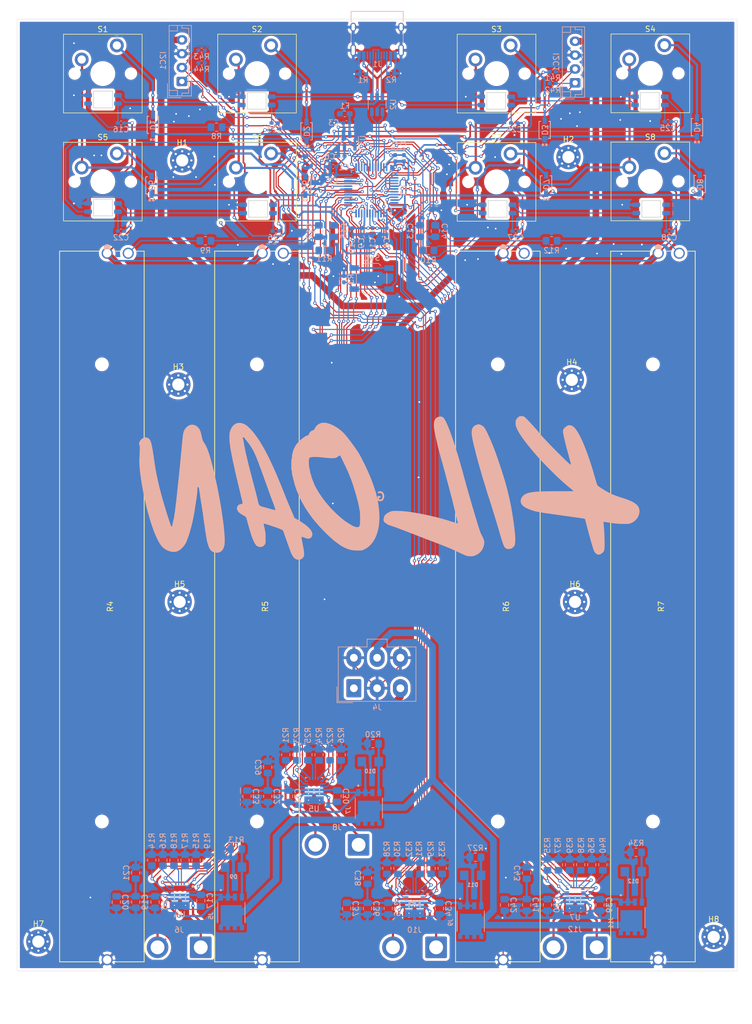
<source format=kicad_pcb>
(kicad_pcb (version 20241229) (generator "pcbnew") (generator_version "9.0")
  (layers (0 "F.Cu" signal) (2 "B.Cu" signal) (13 "F.Paste" user) (15 "B.Paste" user) (5 "F.SilkS" user "F.Silkscreen") (7 "B.SilkS" user "B.Silkscreen") (1 "F.Mask" user) (3 "B.Mask" user) (25 "Edge.Cuts" user))
  (net 0 "")
  (net 1 "GND")
  (net 2 "+3.3V")
  (net 3 "+5V")
  (net 4 "/NRST")
  (net 5 "VBUS")
  (net 6 "/USB_D+")
  (net 7 "/USB_D-")
  (net 8 "Net-(J1-CC1)")
  (net 9 "Net-(J1-CC2)")
  (net 10 "I2C1_SDA")
  (net 11 "I2C1_SCL")
  (net 12 "I2C2_SDA")
  (net 13 "I2C2_SCL")
  (net 14 "/BOOT")
  (net 15 "/MCU_D-")
  (net 16 "/MCU_D+")
  (net 17 "Fader0")
  (net 18 "+12VA")
  (net 19 "+5VA")
  (net 20 "+3.3VA")
  (net 21 "Fader1")
  (net 22 "Fader2")
  (net 23 "Fader3")
  (net 24 "Net-(D1-A)")
  (net 25 "Row 0")
  (net 26 "Net-(D2-A)")
  (net 27 "Net-(D3-A)")
  (net 28 "Net-(D4-A)")
  (net 29 "Net-(D5-A)")
  (net 30 "Row 1")
  (net 31 "Net-(D6-A)")
  (net 32 "Net-(D7-A)")
  (net 33 "Net-(D8-A)")
  (net 34 "Column 0")
  (net 35 "Column 1")
  (net 36 "Column 2")
  (net 37 "Column 3")
  (net 38 "Net-(D9-A)")
  (net 39 "Net-(LED1-VDD)")
  (net 40 "Net-(R4-Pad2)")
  (net 41 "Net-(R11-Pad2)")
  (net 42 "Net-(R10-Pad2)")
  (net 43 "Net-(R12-Pad2)")
  (net 44 "DRVOFF_1")
  (net 45 "MODE_1")
  (net 46 "DIAG_1")
  (net 47 "ITRIP_1")
  (net 48 "SR_1")
  (net 49 "IPROPI_1")
  (net 50 "OUT1_1")
  (net 51 "nSLEEP_1")
  (net 52 "EN{slash}IN1_1")
  (net 53 "nFAULT_1")
  (net 54 "OUT2_1")
  (net 55 "EN{slash}IN2_1")
  (net 56 "Net-(LED5-VDD)")
  (net 57 "Net-(LED2-VDD)")
  (net 58 "Net-(LED3-VDD)")
  (net 59 "Net-(LED4-VDD)")
  (net 60 "Net-(LED6-VDD)")
  (net 61 "Net-(LED7-VDD)")
  (net 62 "Net-(LED8-VDD)")
  (net 63 "Net-(LED1-DIN)")
  (net 64 "Net-(LED1-DOUT)")
  (net 65 "Net-(LED2-DOUT)")
  (net 66 "Net-(LED3-DOUT)")
  (net 67 "Net-(LED4-DOUT)")
  (net 68 "Net-(LED5-DOUT)")
  (net 69 "Net-(LED6-DOUT)")
  (net 70 "Net-(LED7-DOUT)")
  (net 72 "LED_DATA_IN")
  (net 73 "Net-(D10-A)")
  (net 74 "OUT2_2")
  (net 75 "OUT1_2")
  (net 76 "DRVOFF_2")
  (net 77 "MODE_2")
  (net 78 "DIAG_2")
  (net 79 "ITRIP_2")
  (net 80 "SR_2")
  (net 81 "IPROPI_2")
  (net 82 "EN{slash}IN2_2")
  (net 83 "nSLEEP_2")
  (net 84 "EN{slash}IN1_2")
  (net 85 "nFAULT_2")
  (net 86 "VSS_1")
  (net 87 "VSS_2")
  (net 88 "VSS_3")
  (net 89 "Net-(D11-A)")
  (net 90 "OUT1_3")
  (net 91 "OUT2_3")
  (net 92 "DRVOFF_3")
  (net 93 "MODE_3")
  (net 94 "DIAG_3")
  (net 95 "ITRIP_3")
  (net 96 "SR_3")
  (net 97 "IPROPI_3")
  (net 98 "nFAULT_3")
  (net 99 "EN{slash}IN1_3")
  (net 100 "EN{slash}IN2_3")
  (net 101 "nSLEEP_3")
  (net 102 "VSS_4")
  (net 103 "Net-(D12-A)")
  (net 104 "OUT2_4")
  (net 105 "OUT1_4")
  (net 106 "DRVOFF_4")
  (net 107 "MODE_4")
  (net 108 "DIAG_4")
  (net 109 "ITRIP_4")
  (net 110 "SR_4")
  (net 111 "IPROPI_4")
  (net 112 "nFAULT_4")
  (net 113 "nSLEEP_4")
  (net 114 "EN{slash}IN2_4")
  (net 115 "EN{slash}IN1_4")
  (footprint "schieberegler-PTB0153-2010BPB103:schieberegler-PTB0153-2010BPB103" (layer "F.Cu") (at 143.2957 156 90)
    (property "Reference" "R5")
    (property "Value" "PTB0153-2010BPB103")
  )
  (footprint "ScottoKeebs_MX:MX_PCB_1.00u" (layer "F.Cu") (at 143.31 79.33)
    (property "Reference" "S6")
    (property "Value" "Keyswitch")
  )
  (footprint "MountingHole:MountingHole_2.2mm_M2_Pad_Via" (layer "F.Cu") (at 225.766726 215.633274)
    (property "Reference" "H8")
    (property "Value" "MountingHole_Pad")
  )
  (footprint "ScottoKeebs_MX:MX_PCB_1.00u" (layer "F.Cu") (at 214.33 79.29)
    (property "Reference" "S8")
    (property "Value" "Keyswitch")
  )
  (footprint "schieberegler-PTB0153-2010BPB103:schieberegler-PTB0153-2010BPB103" (layer "F.Cu") (at 186.7957 156 90)
    (property "Reference" "R6")
    (property "Value" "PTB0153-2010BPB103")
  )
  (footprint "schieberegler-PTB0153-2010BPB103:schieberegler-PTB0153-2010BPB103" (layer "F.Cu") (at 115.2957 156 90)
    (property "Reference" "R4")
    (property "Value" "PTB0153-2010BPB103")
  )
  (footprint "schieberegler-PTB0153-2010BPB103:schieberegler-PTB0153-2010BPB103" (layer "F.Cu") (at 214.7957 156 90)
    (property "Reference" "R7")
    (property "Value" "PTB0153-2010BPB103")
  )
  (footprint "MountingHole:MountingHole_2.2mm_M2_Pad_Via" (layer "F.Cu") (at 129.1 115.95)
    (property "Reference" "H3")
    (property "Value" "MountingHole_Pad")
  )
  (footprint "ScottoKeebs_MX:MX_PCB_1.00u" (layer "F.Cu") (at 186.56 59.83)
    (property "Reference" "S3")
    (property "Value" "Keyswitch")
  )
  (footprint "MountingHole:MountingHole_2.2mm_M2_Pad_Via" (layer "F.Cu") (at 200.15 115.1)
    (property "Reference" "H4")
    (property "Value" "MountingHole_Pad")
  )
  (footprint "MountingHole:MountingHole_2.2mm_M2_Pad_Via" (layer "F.Cu") (at 129.8 75.5)
    (property "Reference" "H1")
    (property "Value" "MountingHole_Pad")
  )
  (footprint "MountingHole:MountingHole_2.2mm_M2_Pad_Via" (layer "F.Cu") (at 199.55 74.9)
    (property "Reference" "H2")
    (property "Value" "MountingHole_Pad")
  )
  (footprint "MountingHole:MountingHole_2.2mm_M2_Pad_Via" (layer "F.Cu") (at 129.333274 155.166726)
    (property "Reference" "H5")
    (property "Value" "MountingHole_Pad")
  )
  (footprint "ScottoKeebs_MX:MX_PCB_1.00u" (layer "F.Cu") (at 214.33 59.79)
    (property "Reference" "S4")
    (property "Value" "Keyswitch")
  )
  (footprint "ScottoKeebs_MX:MX_PCB_1.00u" (layer "F.Cu") (at 115.46 79.33)
    (property "Reference" "S5")
    (property "Value" "Keyswitch")
  )
  (footprint "ScottoKeebs_MX:MX_PCB_1.00u" (layer "F.Cu") (at 143.31 59.83)
    (property "Reference" "S2")
    (property "Value" "Keyswitch")
  )
  (footprint "ScottoKeebs_MX:MX_PCB_1.00u" (layer "F.Cu") (at 186.56 79.37)
    (property "Reference" "S7")
    (property "Value" "Keyswitch")
  )
  (footprint "MountingHole:MountingHole_2.2mm_M2_Pad_Via" (layer "F.Cu") (at 103.833274 216.466726)
    (property "Reference" "H7")
    (property "Value" "MountingHole_Pad")
  )
  (footprint "MountingHole:MountingHole_2.2mm_M2_Pad_Via" (layer "F.Cu") (at 200.733274 155.166726)
    (property "Reference" "H6")
    (property "Value" "MountingHole_Pad")
  )
  (footprint "ScottoKeebs_MX:MX_PCB_1.00u" (layer "F.Cu") (at 115.46 59.83)
    (property "Reference" "S1")
    (property "Value" "Keyswitch")
  )
  (footprint "Capacitor_SMD:C_0805_2012Metric_Pad1.18x1.45mm_HandSolder" (layer "B.Cu") (at 163.25 210.5 90)
    (property "Reference" "C36")
    (property "Value" "1uF")
  )
  (footprint "Resistor_SMD:R_0805_2012Metric_Pad1.20x1.40mm_HandSolder" (layer "B.Cu") (at 201.75 202.6 90)
    (property "Reference" "R38")
    (property "Value" "0Ω")
  )
  (footprint "TSM120N06LCR RLG:TRANS_TSM018NB03CR_RLG" (layer "B.Cu") (at 138.6775 211.105 -90)
    (property "Reference" "J5")
    (property "Value" "MOSFET P-CH 40V 70A PDFN5x6-8L")
  )
  (footprint "ScottoKeebs_Components:LED_SK6812MINI" (layer "B.Cu") (at 186.5 64.75)
    (property "Reference" "LED3" (hide yes))
    (property "Value" "LED_SK6812MINI" (hide yes))
    (fp_line (start -1.7 -1.5) (end 1.7 -1.5) (stroke (width 0.12)) (layer "Edge.Cuts"))
    (fp_line (start -1.7 1.5) (end -1.7 -1.5) (stroke (width 0.12)) (layer "Edge.Cuts"))
    (fp_line (start 1.7 -1.5) (end 1.7 1.5) (stroke (width 0.12)) (layer "Edge.Cuts"))
    (fp_line (start 1.7 1.5) (end -1.7 1.5) (stroke (width 0.12)) (layer "Edge.Cuts"))
  )
  (footprint "Capacitor_SMD:C_0805_2012Metric_Pad1.18x1.45mm_HandSolder" (layer "B.Cu") (at 124.9 209.325 90)
    (property "Reference" "C18")
    (property "Value" "1uF")
  )
  (footprint "Capacitor_SMD:C_0402_1005Metric_Pad0.74x0.62mm_HandSolder" (layer "B.Cu") (at 189.75 68.75)
    (property "Reference" "C24")
    (property "Value" "100nF")
  )
  (footprint "Capacitor_SMD:C_0805_2012Metric_Pad1.18x1.45mm_HandSolder" (layer "B.Cu") (at 145.25 185 -90)
    (property "Reference" "C29")
    (property "Value" "10uF")
  )
  (footprint "Capacitor_SMD:C_0402_1005Metric_Pad0.74x0.62mm_HandSolder" (layer "B.Cu") (at 196.7 59.5 180)
    (property "Reference" "R41")
    (property "Value" "5.1k")
  )
  (footprint "Resistor_SMD:R_0805_2012Metric_Pad1.20x1.40mm_HandSolder" (layer "B.Cu") (at 197.75 202.6 90)
    (property "Reference" "R37")
    (property "Value" "0Ω")
  )
  (footprint "Capacitor_SMD:C_0805_2012Metric_Pad1.18x1.45mm_HandSolder" (layer "B.Cu") (at 176.25 210.5 90)
    (property "Reference" "C34")
    (property "Value" "10uF")
  )
  (footprint "Capacitor_SMD:C_0805_2012Metric_Pad1.18x1.45mm_HandSolder" (layer "B.Cu") (at 163.25 205 -90)
    (property "Reference" "C38")
    (property "Value" "10nF")
  )
  (footprint "Capacitor_SMD:C_0805_2012Metric_Pad1.18x1.45mm_HandSolder" (layer "B.Cu") (at 167 210.5 90)
    (property "Reference" "C35")
    (property "Value" "10uF")
  )
  (footprint "LL-34:LL-34" (layer "B.Cu") (at 211.25 203.85)
    (property "Reference" "D12")
    (property "Value" "Motor Diode")
  )
  (footprint "diode-default-kiloan-keyboards:SOD-123_ONS" (layer "B.Cu") (at 223.25 79.75 90)
    (property "Reference" "D8")
    (property "Value" "Diode")
  )
  (footprint "Capacitor_SMD:C_0402_1005Metric_Pad0.74x0.62mm_HandSolder" (layer "B.Cu") (at 190 88.25)
    (property "Reference" "C27")
    (property "Value" "100nF")
  )
  (footprint "Package_TO_SOT_SMD:SOT-23-3" (layer "B.Cu") (at 160.05 71.9375 90)
    (property "Reference" "U1")
    (property "Value" "XC6206")
  )
  (footprint "Capacitor_SMD:C_0402_1005Metric_Pad0.74x0.62mm_HandSolder" (layer "B.Cu") (at 133.3 57.9)
    (property "Reference" "R44")
    (property "Value" "5.1k")
  )
  (footprint "Capacitor_SMD:C_0805_2012Metric_Pad1.18x1.45mm_HandSolder" (layer "B.Cu") (at 172.75 88.25 -90)
    (property "Reference" "C13")
    (property "Value" "1nF")
  )
  (footprint "Resistor_SMD:R_0805_2012Metric_Pad1.20x1.40mm_HandSolder" (layer "B.Cu") (at 128.3125 201.775 90)
    (property "Reference" "R18")
    (property "Value" "22kΩ")
  )
  (footprint "DRV8243HQRXYRQ1:RXY0014A-MFG" (layer "B.Cu") (at 129.4 208.125 180)
    (property "Reference" "U4")
    (property "Value" "DRV8243HQRXYRQ1")
  )
  (footprint "Resistor_SMD:R_0805_2012Metric_Pad1.20x1.40mm_HandSolder" (layer "B.Cu") (at 154.5 182.75 90)
    (property "Reference" "R24")
    (property "Value" "0Ω")
  )
  (footprint "Capacitor_SMD:C_0805_2012Metric_Pad1.18x1.45mm_HandSolder" (layer "B.Cu") (at 175.5 88.25 90)
    (property "Reference" "C14")
    (property "Value" "1nF")
  )
  (footprint "Resistor_SMD:R_0805_2012Metric_Pad1.20x1.40mm_HandSolder" (layer "B.Cu") (at 152.5 182.75 90)
    (property "Reference" "R25")
    (property "Value" "22kΩ")
  )
  (footprint "diode-default-kiloan-keyboards:SOD-123_ONS" (layer "B.Cu") (at 222.75 69.5 90)
    (property "Reference" "D4")
    (property "Value" "Diode")
  )
  (footprint "Resistor_SMD:R_0805_2012Metric_Pad1.20x1.40mm_HandSolder" (layer "B.Cu") (at 176.75 203.25 90)
    (property "Reference" "R33")
    (property "Value" "0Ω")
  )
  (footprint "Resistor_SMD:R_0805_2012Metric_Pad1.20x1.40mm_HandSolder" (layer "B.Cu") (at 211.75 200.35 180)
    (property "Reference" "R34")
    (property "Value" "22kΩ")
  )
  (footprint "ScottoKeebs_Components:LED_SK6812MINI" (layer "B.Cu") (at 115.5 84)
    (property "Reference" "LED5" (hide yes))
    (property "Value" "LED_SK6812MINI" (hide yes))
    (fp_line (start -1.7 -1.5) (end 1.7 -1.5) (stroke (width 0.12)) (layer "Edge.Cuts"))
    (fp_line (start -1.7 1.5) (end -1.7 -1.5) (stroke (width 0.12)) (layer "Edge.Cuts"))
    (fp_line (start 1.7 -1.5) (end 1.7 1.5) (stroke (width 0.12)) (layer "Edge.Cuts"))
    (fp_line (start 1.7 1.5) (end -1.7 1.5) (stroke (width 0.12)) (layer "Edge.Cuts"))
  )
  (footprint "Resistor_SMD:R_0805_2012Metric_Pad1.20x1.40mm_HandSolder" (layer "B.Cu") (at 148.5 182.75 90)
    (property "Reference" "R21")
    (property "Value" "1kΩ")
  )
  (footprint "ScottoKeebs_Components:LED_SK6812MINI" (layer "B.Cu") (at 115.5 64.5)
    (property "Reference" "LED1" (hide yes))
    (property "Value" "LED_SK6812MINI" (hide yes))
    (fp_line (start -1.7 -1.5) (end 1.7 -1.5) (stroke (width 0.12)) (layer "Edge.Cuts"))
    (fp_line (start -1.7 1.5) (end -1.7 -1.5) (stroke (width 0.12)) (layer "Edge.Cuts"))
    (fp_line (start 1.7 -1.5) (end 1.7 1.5) (stroke (width 0.12)) (layer "Edge.Cuts"))
    (fp_line (start 1.7 1.5) (end -1.7 1.5) (stroke (width 0.12)) (layer "Edge.Cuts"))
  )
  (footprint "Resistor_SMD:R_0805_2012Metric_Pad1.20x1.40mm_HandSolder" (layer "B.Cu") (at 172.75 203.25 90)
    (property "Reference" "R31")
    (property "Value" "0Ω")
  )
  (footprint "Connector_USB:USB_C_Receptacle_HRO_TYPE-C-31-M-12" (layer "B.Cu") (at 165 52.5)
    (property "Reference" "J1")
    (property "Value" "USB_C")
  )
  (footprint "Capacitor_SMD:C_0805_2012Metric_Pad1.18x1.45mm_HandSolder" (layer "B.Cu") (at 192 204.1 -90)
    (property "Reference" "C43")
    (property "Value" "10nF")
  )
  (footprint "Capacitor_SMD:C_0402_1005Metric_Pad0.74x0.62mm_HandSolder" (layer "B.Cu") (at 159 96.9232 -90)
    (property "Reference" "R3")
    (property "Value" "10k")
  )
  (footprint "Capacitor_SMD:C_0805_2012Metric_Pad1.18x1.45mm_HandSolder" (layer "B.Cu") (at 157.2125 88.25 -90)
    (property "Reference" "C15")
    (property "Value" "1nF")
  )
  (footprint "Resistor_SMD:R_0805_2012Metric_Pad1.20x1.40mm_HandSolder" (layer "B.Cu") (at 166.75 203.25 90)
    (property "Reference" "R28")
    (property "Value" "1kΩ")
  )
  (footprint "DRV8243HQRXYRQ1:RXY0014A-MFG" (layer "B.Cu") (at 171.75 209.55 180)
    (property "Reference" "U6")
    (property "Value" "DRV8243HQRXYRQ1")
  )
  (footprint "Capacitor_SMD:C_0805_2012Metric_Pad1.18x1.45mm_HandSolder" (layer "B.Cu") (at 121.4 209.325 90)
    (property "Reference" "C19")
    (property "Value" "100nF")
  )
  (footprint "diode-default-kiloan-keyboards:SOD-123_ONS" (layer "B.Cu") (at 195.25 70 90)
    (property "Reference" "D3")
    (property "Value" "Diode")
  )
  (footprint "Capacitor_SMD:C_0805_2012Metric_Pad1.18x1.45mm_HandSolder" (layer "B.Cu") (at 121.4 204.075 -90)
    (property "Reference" "C21")
    (property "Value" "10uF")
  )
  (footprint "ScottoKeebs_Components:LED_SK6812MINI" (layer "B.Cu") (at 186.75 84.25)
    (property "Reference" "LED7" (hide yes))
    (property "Value" "LED_SK6812MINI" (hide yes))
    (fp_line (start -1.7 -1.5) (end 1.7 -1.5) (stroke (width 0.12)) (layer "Edge.Cuts"))
    (fp_line (start -1.7 1.5) (end -1.7 -1.5) (stroke (width 0.12)) (layer "Edge.Cuts"))
    (fp_line (start 1.7 -1.5) (end 1.7 1.5) (stroke (width 0.12)) (layer "Edge.Cuts"))
    (fp_line (start 1.7 1.5) (end -1.7 1.5) (stroke (width 0.12)) (layer "Edge.Cuts"))
  )
  (footprint "Capacitor_SMD:C_0402_1005Metric_Pad0.74x0.62mm_HandSolder" (layer "B.Cu") (at 133.3 55.6)
    (property "Reference" "R43")
    (property "Value" "5.1k")
  )
  (footprint "Capacitor_SMD:C_0805_2012Metric_Pad1.18x1.45mm_HandSolder" (layer "B.Cu") (at 133.15 209.075 90)
    (property "Reference" "C17")
    (property "Value" "10uF")
  )
  (footprint "Resistor_SMD:R_0805_2012Metric_Pad1.20x1.40mm_HandSolder" (layer "B.Cu") (at 132.3125 201.775 90)
    (property "Reference" "R15")
    (property "Value" "0Ω")
  )
  (footprint "Capacitor_SMD:C_0402_1005Metric_Pad0.74x0.62mm_HandSolder" (layer "B.Cu") (at 170 84.31 90)
    (property "Reference" "C7")
    (property "Value" "10nF")
  )
  (footprint "Capacitor_SMD:C_0402_1005Metric_Pad0.74x0.62mm_HandSolder" (layer "B.Cu") (at 162.15 88.3 90)
    (property "Reference" "C9")
    (property "Value" "100nF")
  )
  (footprint "Capacitor_SMD:C_0402_1005Metric_Pad0.74x0.62mm_HandSolder" (layer "B.Cu") (at 166.75 88.3 90)
    (property "Reference" "C8")
    (property "Value" "1uF")
  )
  (footprint "Capacitor_SMD:C_0402_1005Metric_Pad0.74x0.62mm_HandSolder" (layer "B.Cu") (at 146.6825 88.25)
    (property "Reference" "C26")
    (property "Value" "100nF")
  )
  (footprint "diode-default-kiloan-keyboards:SOD-123_ONS" (layer "B.Cu") (at 124.5 69.0736 90)
    (property "Reference" "D1")
    (property "Value" "Diode")
  )
  (footprint "Capacitor_SMD:C_0402_1005Metric_Pad0.74x0.62mm_HandSolder" (layer "B.Cu") (at 157.05 78.1)
    (property "Reference" "C2")
    (property "Value" "100nF")
  )
  (footprint "Capacitor_SMD:C_0805_2012Metric_Pad1.18x1.45mm_HandSolder" (layer "B.Cu") (at 141.5 190.25 90)
    (property "Reference" "C33")
    (property "Value" "10nF")
  )
  (footprint "ScottoKeebs_Components:LED_SK6812MINI" (layer "B.Cu") (at 143.5 84.25)
    (property "Reference" "LED6" (hide yes))
    (property "Value" "LED_SK6812MINI" (hide yes))
    (fp_line (start -1.7 -1.5) (end 1.7 -1.5) (stroke (width 0.12)) (layer "Edge.Cuts"))
    (fp_line (start -1.7 1.5) (end -1.7 -1.5) (stroke (width 0.12)) (layer "Edge.Cuts"))
    (fp_line (start 1.7 -1.5) (end 1.7 1.5) (stroke (width 0.12)) (layer "Edge.Cuts"))
    (fp_line (start 1.7 1.5) (end -1.7 1.5) (stroke (width 0.12)) (layer "Edge.Cuts"))
  )
  (footprint "Connector_JST:JST_EH_B4B-EH-A_1x04_P2.50mm_Vertical" (layer "B.Cu") (at 129.75 61.25 90)
    (property "Reference" "J3")
    (property "Value" "I2C1")
  )
  (footprint "Resistor_SMD:R_0805_2012Metric_Pad1.20x1.40mm_HandSolder" (layer "B.Cu") (at 174.25 91.75)
    (property "Reference" "R10")
    (property "Value" "500Ω")
  )
  (footprint "diode-default-kiloan-keyboards:SOD-123_ONS" (layer "B.Cu") (at 152 80 90)
    (property "Reference" "D6")
    (property "Value" "Diode")
  )
  (footprint "DRV8243HQRXYRQ1:RXY0014A-MFG" (layer "B.Cu") (at 200.75 208.65 180)
    (property "Reference" "U7")
    (property "Value" "DRV8243HQRXYRQ1")
  )
  (footprint "TSM120N06LCR RLG:TRANS_TSM018NB03CR_RLG" (layer "B.Cu") (at 210.905 212.02 -90)
    (property "Reference" "J11")
    (property "Value" "MOSFET P-CH 40V 70A PDFN5x6-8L")
  )
  (footprint "ScottoKeebs_Components:LED_SK6812MINI" (layer "B.Cu") (at 143.25 64.75)
    (property "Reference" "LED2" (hide yes))
    (property "Value" "LED_SK6812MINI" (hide yes))
    (fp_line (start -1.7 -1.5) (end 1.7 -1.5) (stroke (width 0.12)) (layer "Edge.Cuts"))
    (fp_line (start -1.7 1.5) (end -1.7 -1.5) (stroke (width 0.12)) (layer "Edge.Cuts"))
    (fp_line (start 1.7 -1.5) (end 1.7 1.5) (stroke (width 0.12)) (layer "Edge.Cuts"))
    (fp_line (start 1.7 1.5) (end -1.7 1.5) (stroke (width 0.12)) (layer "Edge.Cuts"))
  )
  (footprint "Capacitor_SMD:C_0402_1005Metric_Pad0.74x0.62mm_HandSolder" (layer "B.Cu") (at 164.1838 88.3 -90)
    (property "Reference" "C11")
    (property "Value" "100nF")
  )
  (footprint "LL-34:LL-34" (layer "B.Cu") (at 139.0625 203.025)
    (property "Reference" "D9")
    (property "Value" "Motor Diode")
  )
  (footprint "Connector_Wire:SolderWire-2sqmm_1x02_P7.8mm_D2mm_OD3.9mm" (layer "B.Cu") (at 175.65 217.5 180)
    (property "Reference" "J10")
    (property "Value" "motor_port_1")
  )
  (footprint "Capacitor_SMD:C_0805_2012Metric_Pad1.18x1.45mm_HandSolder" (layer "B.Cu") (at 205.25 209.85 90)
    (property "Reference" "C39")
    (property "Value" "10uF")
  )
  (footprint "Resistor_SMD:R_0805_2012Metric_Pad1.20x1.40mm_HandSolder" (layer "B.Cu") (at 199.75 202.6 90)
    (property "Reference" "R39")
    (property "Value" "22kΩ")
  )
  (footprint "Resistor_SMD:R_0805_2012Metric_Pad1.20x1.40mm_HandSolder" (layer "B.Cu") (at 150.5 182.75 90)
    (property "Reference" "R23")
    (property "Value" "0Ω")
  )
  (footprint "LL-34:LL-34" (layer "B.Cu") (at 182.25 204.5)
    (property "Reference" "D11")
    (property "Value" "Motor Diode")
  )
  (footprint "Resistor_SMD:R_0805_2012Metric_Pad1.20x1.40mm_HandSolder" (layer "B.Cu") (at 156.5 182.75 90)
    (property "Reference" "R22")
    (property "Value" "0Ω")
  )
  (footprint "Capacitor_SMD:C_0402_1005Metric_Pad0.74x0.62mm_HandSolder" (layer "B.Cu") (at 146.5 68.75)
    (property "Reference" "C23")
    (property "Value" "100nF")
  )
  (footprint "Resistor_SMD:R_0805_2012Metric_Pad1.20x1.40mm_HandSolder" (layer "B.Cu") (at 136 69.5)
    (property "Reference" "R8")
    (property "Value" "500Ω")
  )
  (footprint "Capacitor_SMD:C_0805_2012Metric_Pad1.18x1.45mm_HandSolder" (layer "B.Cu") (at 159.5 210.5 90)
    (property "Reference" "C37")
    (property "Value" "100nF")
  )
  (footprint "Capacitor_SMD:C_0402_1005Metric_Pad0.74x0.62mm_HandSolder" (layer "B.Cu") (at 157.05 76.6)
    (property "Reference" "C1")
    (property "Value" "100nF")
  )
  (footprint "Resistor_SMD:R_0805_2012Metric_Pad1.20x1.40mm_HandSolder" (layer "B.Cu") (at 158.5 182.75 90)
    (property "Reference" "R26")
    (property "Value" "0Ω")
  )
  (footprint "Connector_Wire:SolderWire-2sqmm_1x02_P7.8mm_D2mm_OD3.9mm" (layer "B.Cu") (at 133.15 217.5 180)
    (property "Reference" "J6")
    (property "Value" "motor_port_1")
  )
  (footprint "Capacitor_SMD:C_0402_1005Metric_Pad0.74x0.62mm_HandSolder" (layer "B.Cu") (at 162.45 59.9 180)
    (property "Reference" "R1")
    (property "Value" "5.1k")
  )
  (footprint "Capacitor_SMD:C_0402_1005Metric_Pad0.74x0.62mm_HandSolder" (layer "B.Cu") (at 159.45 68.7 180)
    (property "Reference" "C3")
    (property "Value" "1uF")
  )
  (footprint "Resistor_SMD:R_0805_2012Metric_Pad1.20x1.40mm_HandSolder" (layer "B.Cu") (at 134.3125 201.775 90)
    (property "Reference" "R19")
    (property "Value" "0Ω")
  )
  (footprint "Resistor_SMD:R_0805_2012Metric_Pad1.20x1.40mm_HandSolder" (layer "B.Cu") (at 124.3125 201.775 90)
    (property "Reference" "R14")
    (property "Value" "1kΩ")
  )
  (footprint "Connector_JST:JST_EH_B4B-EH-A_1x04_P2.50mm_Vertical" (layer "B.Cu") (at 200.75 61.5 90)
    (property "Reference" "J2")
    (property "Value" "I2C1")
  )
  (footprint "Resistor_SMD:R_0805_2012Metric_Pad1.20x1.40mm_HandSolder" (layer "B.Cu") (at 174.75 203.25 90)
    (property "Reference" "R29")
    (property "Value" "0Ω")
  )
  (footprint "Resistor_SMD:R_0805_2012Metric_Pad1.20x1.40mm_HandSolder" (layer "B.Cu") (at 182.75 201.25 180)
    (property "Reference" "R27")
    (property "Value" "22kΩ")
  )
  (footprint "Capacitor_SMD:C_0402_1005Metric_Pad0.74x0.62mm_HandSolder" (layer "B.Cu") (at 169.85 75.1 -90)
    (property "Reference" "C4")
    (property "Value" "1uF")
  )
  (footprint "Fuse:Fuse_0603_1608Metric_Pad1.05x0.95mm_HandSolder" (layer "B.Cu") (at 159.15 67.1 180)
    (property "Reference" "F1")
    (property "Value" "500mA")
  )
  (footprint "Resistor_SMD:R_0805_2012Metric_Pad1.20x1.40mm_HandSolder" (layer "B.Cu") (at 195.75 202.6 90)
    (property "Reference" "R35")
    (property "Value" "1kΩ")
  )
  (footprint "Capacitor_SMD:C_0402_1005Metric_Pad0.74x0.62mm_HandSolder" (layer "B.Cu") (at 118.75 88.25)
    (property "Reference" "C22")
    (property "Value" "100nF")
  )
  (footprint "Connector_Wire:SolderWire-2sqmm_1x02_P7.8mm_D2mm_OD3.9mm" (layer "B.Cu") (at 161.65 199 180)
    (property "Reference" "J8")
    (property "Value" "motor_port_1")
  )
  (footprint "Capacitor_SMD:C_0805_2012Metric_Pad1.18x1.45mm_HandSolder" (layer "B.Cu") (at 195.75 209.85 90)
    (property "Reference" "C40")
    (property "Value" "10uF")
  )
  (footprint "Capacitor_SMD:C_0402_1005Metric_Pad0.74x0.62mm_HandSolder" (layer "B.Cu") (at 167.55 59.8)
    (property "Reference" "R2")
    (property "Value" "5.1k")
  )
  (footprint "Capacitor_SMD:C_0402_1005Metric_Pad0.74x0.62mm_HandSolder" (layer "B.Cu") (at 118.75 68.75)
    (property "Reference" "C16")
    (property "Value" "100nF")
  )
  (footprint "LOGO" (layer "B.Cu") (at 163.945232 136.175966 180)
    (property "Reference" "G***")
    (property "Value" "LOGO" (hide yes))
  )
  (footprint "Capacitor_SMD:C_0402_1005Metric_Pad0.74x0.62mm_HandSolder" (layer "B.Cu") (at 196.7 61.6 180)
    (property "Reference" "R42")
    (property "Value" "5.1k")
  )
  (footprint "Button_Switch_SMD:SW_SPST_TL3342" (layer "B.Cu") (at 164 96.8232 180)
    (property "Reference" "SW1")
    (property "Value" "SW_Push")
  )
  (footprint "Capacitor_SMD:C_0805_2012Metric_Pad1.18x1.45mm_HandSolder" (layer "B.Cu") (at 192 209.85 90)
    (property "Reference" "C41")
    (property "Value" "1uF")
  )
  (footprint "Capacitor_SMD:C_0402_1005Metric_Pad0.74x0.62mm_HandSolder" (layer "B.Cu") (at 217.75 88.25)
    (property "Reference" "C28")
    (property "Value" "100nF")
  )
  (footprint "Capacitor_SMD:C_0805_2012Metric_Pad1.18x1.45mm_HandSolder" (layer "B.Cu") (at 117.9 209.325 90)
    (property "Reference" "C20")
    (property "Value" "10nF")
  )
  (footprint "Resistor_SMD:R_0805_2012Metric_Pad1.20x1.40mm_HandSolder" (layer "B.Cu") (at 196.5 90)
    (property "Reference" "R12")
    (property "Value" "500Ω")
  )
  (footprint "Resistor_SMD:R_0805_2012Metric_Pad1.20x1.40mm_HandSolder" (layer "B.Cu") (at 126.3125 201.775 90)
    (property "Reference" "R16")
    (property "Value" "0Ω")
  )
  (footprint "Resistor_SMD:R_0805_2012Metric_Pad1.20x1.40mm_HandSolder" (layer "B.Cu") (at 130.3125 201.775 90)
    (property "Reference" "R17")
    (property "Value" "0Ω")
  )
  (footprint "Package_QFP:LQFP-48_7x7mm_P0.5mm" (layer "B.Cu") (at 163.95 80.9 90)
    (property "Reference" "U3")
    (property "Value" "STM32F072CBT6")
  )
  (footprint "Connector_Wire:SolderWire-2sqmm_1x02_P7.8mm_D2mm_OD3.9mm" (layer "B.Cu") (at 204.65 217.5 180)
    (property "Reference" "J12")
    (property "Value" "motor_port_1")
  )
  (footprint "Resistor_SMD:R_0805_2012Metric_Pad1.20x1.40mm_HandSolder" (layer "B.Cu") (at 168.75 203.25 90)
    (property "Reference" "R30")
    (property "Value" "0Ω")
  )
  (footprint "TSM120N06LCR RLG:TRANS_TSM018NB03CR_RLG" (layer "B.Cu") (at 163.5 192.25 -90)
    (property "Reference" "J7")
    (property "Value" "MOSFET P-CH 40V 70A PDFN5x6-8L")
  )
  (footprint "Capacitor_SMD:C_0402_1005Metric_Pad0.74x0.62mm_HandSolder" (layer "B.Cu") (at 160.55 88.3 90)
    (property "Reference" "C10")
    (property "Value" "4.7uF")
  )
  (footprint "diode-default-kiloan-keyboards:SOD-123_ONS" (layer "B.Cu") (at 124.25 80 90)
    (property "Reference" "D5")
    (property "Value" "Diode")
  )
  (footprint "TSM120N06LCR RLG:TRANS_TSM018NB03CR_RLG" (layer "B.Cu") (at 181.905 212.67 -90)
    (property "Reference" "J9")
    (property "Value" "MOSFET P-CH 40V 70A PDFN5x6-8L")
  )
  (footprint "Resistor_SMD:R_0805_2012Metric_Pad1.20x1.40mm_HandSolder" (layer "B.Cu") (at 164.25 180.75 180)
    (property "Reference" "R20")
    (property "Value" "22kΩ")
  )
  (footprint "Resistor_SMD:R_0805_2012Metric_Pad1.20x1.40mm_HandSolder" (layer "B.Cu") (at 203.75 202.6 90)
    (property "Reference" "R36")
    (property "Value" "0Ω")
  )
  (footprint "diode-default-kiloan-keyboards:SOD-123_ONS" (layer "B.Cu") (at 152.25 70.25 90)
    (property "Reference" "D2")
    (property "Value" "Diode")
  )
  (footprint "Capacitor_SMD:C_0402_1005Metric_Pad0.74x0.62mm_HandSolder" (layer "B.Cu") (at 217.5 68.5)
    (property "Reference" "C25")
    (property "Value" "100nF")
  )
  (footprint "diode-default-kiloan-keyboards:SOD-123_ONS" (layer "B.Cu") (at 195.5 79.8236 90)
    (property "Reference" "D7")
    (property "Value" "Diode")
  )
  (footprint "Capacitor_SMD:C_0402_1005Metric_Pad0.74x0.62mm_HandSolder" (layer "B.Cu") (at 168.25 75.1 90)
    (property "Reference" "C5")
    (property "Value" "100nF")
  )
  (footprint "Capacitor_SMD:C_0805_2012Metric_Pad1.18x1.45mm_HandSolder" (layer "B.Cu") (at 149 190.25 90)
    (property "Reference" "C31")
    (property "Value" "1uF")
  )
  (footprint "Resistor_SMD:R_0805_2012Metric_Pad1.20x1.40mm_HandSolder" (layer "B.Cu") (at 170.75 203.25 90)
    (property "Reference" "R32")
    (property "Value" "22kΩ")
  )
  (footprint "Capacitor_SMD:C_0805_2012Metric_Pad1.18x1.45mm_HandSolder" (layer "B.Cu") (at 154.4625 88.25 90)
    (property "Reference" "C12")
    (property "Value" "1nF")
  )
  (footprint "Capacitor_SMD:C_0805_2012Metric_Pad1.18x1.45mm_HandSolder" (layer "B.Cu") (at 157.75 190.2125 90)
    (property "Reference" "C30")
    (property "Value" "10uF")
  )
  (footprint "Connector_Molex:Molex_Mini-Fit_Jr_5566-06A_2x03_P4.20mm_Vertical" (layer "B.Cu") (at 160.795 170.75)
    (property "Reference" "J4")
    (property "Value" "External PowerSupply")
  )
  (footprint "ScottoKeebs_Components:LED_SK6812MINI" (layer "B.Cu") (at 214.25 64.75)
    (property "Reference" "LED4" (hide yes))
    (property "Value" "LED_SK6812MINI" (hide yes))
    (fp_line (start -1.7 -1.5) (end 1.7 -1.5) (stroke (width 0.12)) (layer "Edge.Cuts"))
    (fp_line (start -1.7 1.5) (end -1.7 -1.5) (stroke (width 0.12)) (layer "Edge.Cuts"))
    (fp_line (start 1.7 -1.5) (end 1.7 1.5) (stroke (width 0.12)) (layer "Edge.Cuts"))
    (fp_line (start 1.7 1.5) (end -1.7 1.5) (stroke (width 0.12)) (layer "Edge.Cuts"))
  )
  (footprint "Resistor_SMD:R_0805_2012Metric_Pad1.20x1.40mm_HandSolder" (layer "B.Cu") (at 205.75 202.6 90)
    (property "Reference" "R40")
    (property "Value" "0Ω")
  )
  (footprint "Capacitor_SMD:C_0805_2012Metric_Pad1.18x1.45mm_HandSolder" (layer "B.Cu") (at 188 209.85 90)
    (property "Reference" "C42")
    (property "Value" "100nF")
  )
  (footprint "Capacitor_SMD:C_0805_2012Metric_Pad1.18x1.45mm_HandSolder" (layer "B.Cu") (at 145.25 190.25 90)
    (property "Reference" "C32")
    (property "Value" "100nF")
  )
  (footprint "Resistor_SMD:R_0805_2012Metric_Pad1.20x1.40mm_HandSolder" (layer "B.Cu") (at 134 90 180)
    (property "Reference" "R9")
    (property "Value" "500Ω")
  )
  (footprint "Resistor_SMD:R_0805_2012Metric_Pad1.20x1.40mm_HandSolder" (layer "B.Cu") (at 155.4625 91.75 180)
    (property "Reference" "R11")
    (property "Value" "500Ω")
  )
  (footprint "DRV8243HQRXYRQ1:RXY0014A-MFG" (layer "B.Cu") (at 153.6 189.15 180)
    (property "Reference" "U5")
    (property "Value" "DRV8243HQRXYRQ1")
  )
  (footprint "LL-34:LL-34" (layer "B.Cu") (at 163.75 184)
    (property "Reference" "D10")
    (property "Value" "Motor Diode")
  )
  (footprint "Package_TO_SOT_SMD:SOT-23-6_Handsoldering" (layer "B.Cu") (at 165 65.4 90)
    (property "Reference" "U2")
    (property "Value" "USBLC6-2SC6")
  )
  (footprint "ScottoKeebs_Components:LED_SK6812MINI" (layer "B.Cu") (at 214.5 84.25)
    (property "Reference" "LED8" (hide yes))
    (property "Value" "LED_SK6812MINI" (hide yes))
    (fp_line (start -1.7 -1.5) (end 1.7 -1.5) (stroke (width 0.12)) (layer "Edge.Cuts"))
    (fp_line (start -1.7 1.5) (end -1.7 -1.5) (stroke (width 0.12)) (layer "Edge.Cuts"))
    (fp_line (start 1.7 -1.5) (end 1.7 1.5) (stroke (width 0.12)) (layer "Edge.Cuts"))
    (fp_line (start 1.7 1.5) (end -1.7 1.5) (stroke (width 0.12)) (layer "Edge.Cuts"))
  )
  (footprint "Capacitor_SMD:C_0402_1005Metric_Pad0.74x0.62mm_HandSolder" (layer "B.Cu") (at 158.55 74.7)
    (property "Reference" "C6")
    (property "Value" "4.7uF")
  )
  (footprint "Resistor_SMD:R_0805_2012Metric_Pad1.20x1.40mm_HandSolder" (layer "B.Cu") (at 139.5625 199.775 180)
    (property "Reference" "R13")
    (property "Value" "22kΩ")
  )
  (gr_line (start 230 50) (end 230 221.75) (stroke (width 0.05)) (layer "Edge.Cuts"))
  (gr_line (start 230 221.75) (end 100 221.75) (stroke (width 0.05)) (layer "Edge.Cuts"))
  (gr_line (start 100 221.75) (end 100 50) (stroke (width 0.05)) (layer "Edge.Cuts"))
  (gr_line (start 100 50) (end 230 50) (stroke (width 0.05)) (layer "Edge.Cuts"))
  (segment (start 207.8048 82.0548) (end 207.8048 65.1952) (width 0.2) (layer "F.Cu") (net 1))
  (segment (start 139.8479 90.7516) (end 138.25 89.1537) (width 0.2) (layer "F.Cu") (net 1))
  (segment (start 154.6 79.3) (end 154.6 78.258561) (width 0.2) (layer "F.Cu") (net 1))
  (segment (start 113.216 208.5088) (end 113.216 86.216) (width 0.2) (layer "F.Cu") (net 1))
  (segment (start 184.6164 199.6807) (end 184.6164 202.4154) (width 0.2) (layer "F.Cu") (net 1))
  (segment (start 160.795 166.55) (end 164.995 170.75) (width 0.2) (layer "F.Cu") (net 1))
  (segment (start 151.3 74.9) (end 151.3 74.7) (width 0.2) (layer "F.Cu") (net 1))
  (segment (start 169.25 85.7) (end 169.25 85.81) (width 0.2) (layer "F.Cu") (net 1))
  (segment (start 152.841439 76.5) (end 152 76.5) (width 0.2) (layer "F.Cu") (net 1))
  (segment (start 157.25 63.5) (end 157.25 68.7) (width 0.2) (layer "F.Cu") (net 1))
  (segment (start 184.6164 202.4154) (end 187.6365 205.4355) (width 0.2) (layer "F.Cu") (net 1))
  (segment (start 168.25 76.7) (end 168.75 76.2) (width 0.2) (layer "F.Cu") (net 1))
  (segment (start 168.2 84.5) (end 168.2 84.76) (width 0.2) (layer "F.Cu") (net 1))
  (segment (start 148.6 73.5) (end 148.2 73.9) (width 0.2) (layer "F.Cu") (net 1))
  (segment (start 151.5 75.1) (end 151.3 74.9) (width 0.2) (layer "F.Cu") (net 1))
  (segment (start 160.68 55.63) (end 160.68 59.73) (width 0.2) (layer "F.Cu") (net 1))
  (segment (start 152 76.5) (end 152 75.6) (width 0.2) (layer "F.Cu") (net 1))
  (segment (start 150.1 73.5) (end 149 73.5) (width 0.2) (layer "F.Cu") (net 1))
  (segment (start 160.795 165.25) (end 160.795 166.55) (width 0.2) (layer "F.Cu") (net 1))
  (segment (start 146.362 76.738) (end 146.362 77.4) (width 0.2) (layer "F.Cu") (net 1))
  (segment (start 169.32 51.45) (end 169.32 55.63) (width 0.2) (layer "F.Cu") (net 1))
  (segment (start 209.25 83.5) (end 207.8048 82.0548) (width 0.2) (layer "F.Cu") (net 1))
  (segment (start 166.75 90.5) (end 168.75 90.5) (width 0.2) (layer "F.Cu") (net 1))
  (segment (start 146.8 81.1) (end 146.8 81.579346) (width 0.2) (layer "F.Cu") (net 1))
  (segment (start 108.9517 81.9517) (end 108.9517 63.75) (width 0.2) (layer "F.Cu") (net 1))
  (segment (start 169.35 76.2) (end 169.85 76.7) (width 0.2) (layer "F.Cu") (net 1))
  (segment (start 154.6 78.258561) (end 152.841439 76.5) (width 0.2) (layer "F.Cu") (net 1))
  (segment (start 169.195 166.55) (end 164.995 170.75) (width 0.2) (layer "F.Cu") (net 1))
  (segment (start 149 73.5) (end 148.6 73.5) (width 0.2) (layer "F.Cu") (net 1))
  (segment (start 159.64 78.7) (end 161.55 78.7) (width 0.2) (layer "F.Cu") (net 1))
  (segment (start 169.32 55.63) (end 169.32 59.73) (width 0.2) (layer "F.Cu") (net 1))
  (segment (start 187.75 212.3015) (end 187.6365 212.188) (width 0.2) (layer "F.Cu") (net 1))
  (segment (start 108.9517 55.6496) (end 110.2569 54.3444) (width 0.2) (layer "F.Cu") (net 1))
  (segment (start 187.6365 205.4355) (end 187.7192 205.4355) (width 0.2) (layer "F.Cu") (net 1))
  (segment (start 110.25 83.25) (end 108.9517 81.9517) (width 0.2) (layer "F.Cu") (net 1))
  (segment (start 156.5 75.56) (end 159.64 78.7) (width 0.2) (layer "F.Cu") (net 1))
  (segment (start 148.2 74.9) (end 147.8 75.3) (width 0.2) (layer "F.Cu") (net 1))
  (segment (start 207.8048 65.1952) (end 209 64) (width 0.2) (layer "F.Cu") (net 1))
  (segment (start 138.25 89.1537) (end 138.25 83.5) (width 0.2) (layer "F.Cu") (net 1))
  (segment (start 168.75 76.2) (end 169.35 76.2) (width 0.2) (layer "F.Cu") (net 1))
  (segment (start 108.9517 63.75) (end 110.25 63.75) (width 0.2) (layer "F.Cu") (net 1))
  (segment (start 146.362 77.4) (end 146.362 80.662) (width 0.2) (layer "F.Cu") (net 1))
  (segment (start 148.2 74) (end 148.2 74.9) (width 0.2) (layer "F.Cu") (net 1))
  (segment (start 168.2 84.76) (end 169.25 85.81) (width 0.2) (layer "F.Cu") (net 1))
  (segment (start 160.68 51.45) (end 160.68 55.63) (width 0.2) (layer "F.Cu") (net 1))
  (segment (start 146.8 81.579346) (end 147.510327 82.289673) (width 0.2) (layer "F.Cu") (net 1))
  (segment (start 152 75.6) (end 151.5 75.1) (width 0.2) (layer "F.Cu") (net 1))
  (segment (start 148.2 73.9) (end 148.2 74) (width 0.2) (layer "F.Cu") (net 1))
  (segment (start 147.7 75.4) (end 146.362 76.738) (width 0.2) (layer "F.Cu") (net 1))
  (segment (start 108.9517 63.75) (end 108.9517 55.6496) (width 0.2) (layer "F.Cu") (net 1))
  (segment (start 160.68 59.73) (end 160.85 59.9) (width 0.2) (layer "F.Cu") (net 1))
  (segment (start 151.3 74.7) (end 150.1 73.5) (width 0.2) (layer "F.Cu") (net 1))
  (segment (start 147.8 75.3) (end 147.7 75.4) (width 0.2) (layer "F.Cu") (net 1))
  (segment (start 169.32 59.73) (end 169.25 59.8) (width 0.2) (layer "F.Cu") (net 1))
  (segment (start 160.85 59.9) (end 157.25 63.5) (width 0.2) (layer "F.Cu") (net 1))
  (segment (start 187.7192 205.4355) (end 188.2383 204.9164) (width 0.2) (layer "F.Cu") (net 1))
  (segment (start 146.362 80.662) (end 146.8 81.1) (width 0.2) (layer "F.Cu") (net 1))
  (segment (start 187.6365 205.4355) (end 187.6365 212.188) (width 0.2) (layer "F.Cu") (net 1))
  (segment (start 168.75 90.5) (end 171.25 88) (width 0.2) (layer "F.Cu") (net 1))
  (segment (start 187.75 219.75) (end 187.75 212.3015) (width 0.2) (layer "F.Cu") (net 1))
  (segment (start 169.195 165.25) (end 169.195 166.55) (width 0.2) (layer "F.Cu") (net 1))
  (segment (start 113.216 86.216) (end 110.25 83.25) (width 0.2) (layer "F.Cu") (net 1))
  (via (at 169.25 85.81) (size 0.6) (drill 0.3) (layers "F.Cu" "B.Cu") (net 1))
  (via (at 113.216 208.5088) (size 0.6) (drill 0.3) (layers "F.Cu" "B.Cu") (net 1))
  (via (at 178 76.2) (size 0.6) (drill 0.3) (layers "F.Cu" "B.Cu") (net 1))
  (via (at 186.4 87.8) (size 0.6) (drill 0.3) (layers "F.Cu" "B.Cu") (net 1))
  (via (at 204.7 92.3) (size 0.6) (drill 0.3) (layers "F.Cu" "B.Cu") (net 1))
  (via (at 156.8 112) (size 0.6) (drill 0.3) (layers "F.Cu" "B.Cu") (net 1))
  (via (at 165.2 96.4) (size 0.6) (drill 0.3) (layers "F.Cu" "B.Cu") (net 1))
  (via (at 157 137.4) (size 0.6) (drill 0.3) (layers "F.Cu" "B.Cu") (net 1))
  (via (at 155.5 154.7) (size 0.6) (drill 0.3) (layers "F.Cu" "B.Cu") (net 1))
  (via (at 157.1 96.4) (size 0.6) (drill 0.3) (layers "F.Cu" "B.Cu") (net 1))
  (via (at 128.3 68.5) (size 0.6) (drill 0.3) (layers "F.Cu" "B.Cu") (net 1))
  (via (at 151.5 75.1) (size 0.6) (drill 0.3) (layers "F.Cu" "B.Cu") (net 1))
  (via (at 168.6 98.2) (size 0.6) (drill 0.3) (layers "F.Cu" "B.Cu") (net 1))
  (via (at 177.6 78) (size 0.6) (drill 0.3) (layers "F.Cu" "B.Cu") (net 1))
  (via (at 162.15 90.6) (size 0.6) (drill 0.3) (layers "F.Cu" "B.Cu") (net 1))
  (via (at 159 95) (size 0.6) (drill 0.3) (layers "F.Cu" "B.Cu") (net 1))
  (via (at 113.9 74.6) (size 0.6) (drill 0.3) (layers "F.Cu" "B.Cu") (net 1))
  (via (at 160.85 59.9) (size 0.6) (drill 0.3) (layers "F.Cu" "B.Cu") (net 1))
  (via (at 132.3 78.5) (size 0.6) (drill 0.3) (layers "F.Cu" "B.Cu") (net 1))
  (via (at 167.95 65.4) (size 0.6) (drill 0.3) (layers "F.Cu" "B.Cu") (net 1))
  (via (at 168.25 76.7) (size 0.6) (drill 0.3) (layers "F.Cu" "B.Cu") (net 1))
  (via (at 169.85 76.7) (size 0.6) (drill 0.3) (layers "F.Cu" "B.Cu") (net 1))
  (via (at 196.1 92.2) (size 0.6) (drill 0.3) (layers "F.Cu" "B.Cu") (net 1))
  (via (at 209 64) (size 0.6) (drill 0.3) (layers "F.Cu" "B.Cu") (net 1))
  (via (at 149.6 88.2) (size 0.6) (drill 0.3) (layers "F.Cu" "B.Cu") (net 1))
  (via (at 207.7 90.6) (size 0.6) (drill 0.3) (layers "F.Cu" "B.Cu") (net 1))
  (via (at 149 73.5) (size 0.6) (drill 0.3) (layers "F.Cu" "B.Cu") (net 1))
  (via (at 161.55 78.7) (size 0.6) (drill 0.3) (layers "F.Cu" "B.Cu") (net 1))
  (via (at 146.2 94.2) (size 0.6) (drill 0.3) (layers "F.Cu" "B.Cu") (net 1))
  (via (at 181.25 83.5) (size 0.6) (drill 0.3) (layers "F.Cu" "B.Cu") (net 1))
  (via (at 164.6 97.5) (size 0.6) (drill 0.3) (layers "F.Cu" "B.Cu") (net 1))
  (via (at 133 66.3) (size 0.6) (drill 0.3) (layers "F.Cu" "B.Cu") (net 1))
  (via (at 201.1 69.3) (size 0.6) (drill 0.3) (layers "F.Cu" "B.Cu") (net 1))
  (via (at 172.6 119.1) (size 0.6) (drill 0.3) (layers "F.Cu" "B.Cu") (net 1))
  (via (at 188.2383 204.9164) (size 0.6) (drill 0.3) (layers "F.Cu" "B.Cu") (net 1))
  (via (at 212.8 90.7) (size 0.6) (drill 0.3) (layers "F.Cu" "B.Cu") (net 1))
  (via (at 110.25 63.75) (size 0.6) (drill 0.3) (layers "F.Cu" "B.Cu") (net 1))
  (via (at 201.6 66.8) (size 0.6) (drill 0.3) (layers "F.Cu" "B.Cu") (net 1))
  (via (at 110.25 83.25) (size 0.6) (drill 0.3) (layers "F.Cu" "B.Cu") (net 1))
  (via (at 183.2 93.3) (size 0.6) (drill 0.3) (layers "F.Cu" "B.Cu") (net 1))
  (via (at 169 100.1) (size 0.6) (drill 0.3) (layers "F.Cu" "B.Cu") (net 1))
  (via (at 128.7 67.1) (size 0.6) (drill 0.3) (layers "F.Cu" "B.Cu") (net 1))
  (via (at 171.25 88) (size 0.6) (drill 0.3) (layers "F.Cu" "B.Cu") (net 1))
  (via (at 149.1 94.2) (size 0.6) (drill 0.3) (layers "F.Cu" "B.Cu") (net 1))
  (via (at 168.2 84.5) (size 0.6) (drill 0.3) (layers "F.Cu" "B.Cu") (net 1))
  (via (at 110.2569 54.3444) (size 0.6) (drill 0.3) (layers "F.Cu" "B.Cu") (net 1))
  (via (at 147.8 75.3) (size 0.6) (drill 0.3) (layers "F.Cu" "B.Cu") (net 1))
  (via (at 164.934 88.75) (size 0.6) (drill 0.3) (layers "F.Cu" "B.Cu") (net 1))
  (via (at 153.125 89.875) (size 0.6) (drill 0.3) (layers "F.Cu" "B.Cu") (net 1))
  (via (at 135.6 74.8) (size 0.6) (drill 0.3) (layers "F.Cu" "B.Cu") (net 1))
  (via (at 208.9 68.2) (size 0.6) (drill 0.3) (layers "F.Cu" "B.Cu") (net 1))
  (via (at 115.2 74.6) (size 0.6) (drill 0.3) (layers "F.Cu" "B.Cu") (net 1))
  (via (at 120.4 66.1) (size 0.6) (drill 0.3) (layers "F.Cu" "B.Cu") (net 1))
  (via (at 135.7 79.9) (size 0.6) (drill 0.3) (layers "F.Cu" "B.Cu") (net 1))
  (via (at 156.095735 78.904265) (size 0.6) (drill 0.3) (layers "F.Cu" "B.Cu") (net 1))
  (via (at 169.25 59.8) (size 0.6) (drill 0.3) (layers "F.Cu" "B.Cu") (net 1))
  (via (at 138.25 64) (size 0.6) (drill 0.3) (layers "F.Cu" "B.Cu") (net 1))
  (via (at 138.25 83.5) (size 0.6) (drill 0.3) (layers "F.Cu" "B.Cu") (net 1))
  (via (at 214.3 68.4) (size 0.6) (drill 0.3) (layers "F.Cu" "B.Cu") (net 1))
  (via (at 198.2 68) (size 0.6) (drill 0.3) (layers "F.Cu" "B.Cu") (net 1))
  (via (at 185 87.6) (size 0.6) (drill 0.3) (layers "F.Cu" "B.Cu") (net 1))
  (via (at 181 64) (size 0.6) (drill 0.3) (layers "F.Cu" "B.Cu") (net 1))
  (via (at 199.1 91.4) (size 0.6) (drill 0.3) (layers "F.Cu" "B.Cu") (net 1))
  (via (at 160.55 89.75) (size 0.6) (drill 0.3) (layers "F.Cu" "B.Cu") (net 1))
  (via (at 156.5 75.56) (size 0.6) (drill 0.3) (layers "F.Cu" "B.Cu") (net 1))
  (via (at 154.6 79.3) (size 0.6) (drill 0.3) (layers "F.Cu" "B.Cu") (net 1))
  (via (at 172.5 132.7) (size 0.6) (drill 0.3) (layers "F.Cu" "B.Cu") (net 1))
  (via (at 131 67.5) (size 0.6) (drill 0.3) (layers "F.Cu" "B.Cu") (net 1))
  (via (at 166.75 90.5) (size 0.6) (drill 0.3) (layers "F.Cu" "B.Cu") (net 1))
  (via (at 139.8479 90.7516) (size 0.6) (drill 0.3) (layers "F.Cu" "B.Cu") (net 1))
  (via (at 157.25 68.7) (size 0.6) (drill 0.3) (layers "F.Cu" "B.Cu") (net 1))
  (via (at 189.8 70.9) (size 0.6) (drill 0.3) (layers "F.Cu" "B.Cu") (net 1))
  (via (at 209.1 92.4) (size 0.6) (drill 0.3) (layers "F.Cu" "B.Cu") (net 1))
  (via (at 163.03814 83.341954) (size 0.6) (drill 0.3) (layers "F.Cu" "B.Cu") (net 1))
  (via (at 187.6365 212.188) (size 0.6) (drill 0.3) (layers "F.Cu" "B.Cu") (net 1))
  (via (at 152 76.5) (size 0.6) (drill 0.3) (layers "F.Cu" "B.Cu") (net 1))
  (via (at 199.8 67) (size 0.6) (drill 0.3) (layers "F.Cu" "B.Cu") (net 1))
  (via (at 209.25 83.5) (size 0.6) (drill 0.3) (layers "F.Cu" "B.Cu") (net 1))
  (via (at 180.9 93.5) (size 0.6) (drill 0.3) (layers "F.Cu" "B.Cu") (net 1))
  (via (at 188.9 77.3) (size 0.6) (drill 0.3) (layers "F.Cu" "B.Cu") (net 1))
  (via (at 184.6164 199.6807) (size 0.6) (drill 0.3) (layers "F.Cu" "B.Cu") (net 1))
  (via (at 186.3 74.9) (size 0.6) (drill 0.3) (layers "F.Cu" "B.Cu") (net 1))
  (via (at 176.6 84.5) (size 0.6) (drill 0.3) (layers "F.Cu" "B.Cu") (net 1))
  (via (at 128.2 78.5) (size 0.6) (drill 0.3) (layers "F.Cu" "B.Cu") (net 1))
  (segment (start 175.998943 83.601) (end 175.501057 83.601) (width 0.2) (layer "B.Cu") (net 1))
  (segment (start 116.3399 219.8399) (end 116.25 219.75) (width 0.2) (layer "B.Cu") (net 1))
  (segment (start 153.712 89.2875) (end 153.125 89.875) (width 0.2) (layer "B.Cu") (net 1))
  (segment (start 166.75 89.6837) (end 165.8677 89.6837) (width 0.2) (layer "B.Cu") (net 1))
  (segment (start 166.75 88.8675) (end 166.75 89.6837) (width 0.2) (layer "B.Cu") (net 1))
  (segment (start 205.75 201.6) (end 203.75 201.6) (width 0.2) (layer "B.Cu") (net 1))
  (segment (start 153 90) (end 152.5683 90.4317) (width 0.2) (layer "B.Cu") (net 1))
  (segment (start 167.3743 211.9118) (end 167 211.5375) (width 0.2) (layer "B.Cu") (net 1))
  (segment (start 207 200.35) (end 210.75 200.35) (width 0.2) (layer "B.Cu") (net 1))
  (segment (start 159 96.3557) (end 159 95) (width 0.2) (layer "B.Cu") (net 1))
  (segment (start 160.68 51.45) (end 169.32 51.45) (width 0.2) (layer "B.Cu") (net 1))
  (segment (start 192 203.0625) (end 190.0922 203.0625) (width 0.2) (layer "B.Cu") (net 1))
  (segment (start 172.038 87.2125) (end 171.25 88) (width 0.2) (layer "B.Cu") (net 1))
  (segment (start 151.5771 63.1049) (end 157.6451 63.1049) (width 0.2) (layer "B.Cu") (net 1))
  (segment (start 200.75 210.45) (end 201.3113 211.0113) (width 0.2) (layer "B.Cu") (net 1))
  (segment (start 159.2333 71.6333) (end 159.3577 71.5089) (width 0.2) (layer "B.Cu") (net 1))
  (segment (start 151.3977 62.9255) (end 151.5771 63.1049) (width 0.2) (layer "B.Cu") (net 1))
  (segment (start 156.4825 78.1) (end 156.482 78.1) (width 0.2) (layer "B.Cu") (net 1))
  (segment (start 156.5 181.75) (end 154.5 181.75) (width 0.2) (layer "B.Cu") (net 1))
  (segment (start 126.6862 53.1862) (end 129.75 56.25) (width 0.2) (layer "B.Cu") (net 1))
  (segment (start 163.7507 89.3006) (end 164.1838 88.8675) (width 0.2) (layer "B.Cu") (net 1))
  (segment (start 115.2223 210.5151) (end 113.216 208.5088) (width 0.2) (layer "B.Cu") (net 1))
  (segment (start 157.2125 87.2125) (end 157.212 87.2125) (width 0.2) (layer "B.Cu") (net 1))
  (segment (start 192 203.0625) (end 194.2875 203.0625) (width 0.2) (layer "B.Cu") (net 1))
  (segment (start 160.68 55.63) (end 160.68 56.9817) (width 0.2) (layer "B.Cu") (net 1))
  (segment (start 177.75 201.25) (end 176.75 202.25) (width 0.2) (layer "B.Cu") (net 1))
  (segment (start 158.8825 68.7) (end 158.882 68.7) (width 0.2) (layer "B.Cu") (net 1))
  (segment (start 141.5 191.2875) (end 138.5625 194.225) (width 0.2) (layer "B.Cu") (net 1))
  (segment (start 167.691176 84.5) (end 168.2 84.5) (width 0.2) (layer "B.Cu") (net 1))
  (segment (start 192 210.8875) (end 195.75 210.8875) (width 0.2) (layer "B.Cu") (net 1))
  (segment (start 116.831 207.6065) (end 121.4 203.0375) (width 0.2) (layer "B.Cu") (net 1))
  (segment (start 138.5625 194.225) (end 138.5625 199.775) (width 0.2) (layer "B.Cu") (net 1))
  (segment (start 157.9825 74.7) (end 157.9825 72.8841) (width 0.2) (layer "B.Cu") (net 1))
  (segment (start 166.75 89.6837) (end 166.75 90.5) (width 0.2) (layer "B.Cu") (net 1))
  (segment (start 201.5 56.5) (end 200.75 56.5) (width 0.2) (layer "B.Cu") (net 1))
  (segment (start 168.25 56.545) (end 168.405 56.545) (width 0.2) (layer "B.Cu") (net 1))
  (segment (start 112.3719 82.16) (end 118.7748 82.16) (width 0.2) (layer "B.Cu") (net 1))
  (segment (start 163.2 83.55) (end 163.2 85.0625) (width 0.2) (layer "B.Cu") (net 1))
  (segment (start 145.25 183.9625) (end 147.4625 181.75) (width 0.2) (layer "B.Cu") (net 1))
  (segment (start 158.8825 71.0337) (end 158.8825 68.7) (width 0.2) (layer "B.Cu") (net 1))
  (segment (start 171.1882 211.9118) (end 169.8526 211.9118) (width 0.2) (layer "B.Cu") (net 1))
  (segment (start 156.095735 78.904265) (end 156.095735 78.905735) (width 0.2) (layer "B.Cu") (net 1))
  (segment (start 128.8099 219.8399) (end 128.8099 214.9167) (width 0.2) (layer "B.Cu") (net 1))
  (segment (start 170.75 202.25) (end 168.75 202.25) (width 0.2) (layer "B.Cu") (net 1))
  (segment (start 157.36 74.7) (end 156.5 75.56) (width 0.2) (layer "B.Cu") (net 1))
  (segment (start 162.15 89.3006) (end 163.7507 89.3006) (width 0.2) (layer "B.Cu") (net 1))
  (segment (start 159 96.3558) (end 159 96.3557) (width 0.2) (layer "B.Cu") (net 1))
  (segment (start 154.5 181.75) (end 152.5 181.75) (width 0.2) (layer "B.Cu") (net 1))
  (segment (start 164.1838 88.8675) (end 164.184 88.8675) (width 0.2) (layer "B.Cu") (net 1))
  (segment (start 145.25 191.2875) (end 141.5 191.2875) (width 0.2) (layer "B.Cu") (net 1))
  (segment (start 163.03814 83.38814) (end 163.2 83.55) (width 0.2) (layer "B.Cu") (net 1))
  (segment (start 155.4625 89.6447) (end 155.4625 92.3485) (width 0.2) (layer "B.Cu") (net 1))
  (segment (start 152.5683 90.4317) (end 140.1678 90.4317) (width 0.2) (layer "B.Cu") (net 1))
  (segment (start 167.074 83.417176) (end 167.074 83.882824) (width 0.2) (layer "B.Cu") (net 1))
  (segment (start 156.4825 76.6) (end 156.482 76.6) (width 0.2) (layer "B.Cu") (net 1))
  (segment (start 167.074 83.882824) (end 167.691176 84.5) (width 0.2) (layer "B.Cu") (net 1))
  (segment (start 184.6164 199.6807) (end 183.3193 199.6807) (width 0.2) (layer "B.Cu") (net 1))
  (segment (start 190.0922 203.0625) (end 188.2383 204.9164) (width 0.2) (layer "B.Cu") (net 1))
  (segment (start 187.6365 212.188) (end 188 211.8245) (width 0.2) (layer "B.Cu") (net 1))
  (segment (start 121.4 203.0375) (end 123.6625 200.775) (width 0.2) (layer "B.Cu") (net 1))
  (segment (start 162.15 89.7337) (end 162.15 90.6) (width 0.2) (layer "B.Cu") (net 1))
  (segment (start 140.1678 90.4317) (end 139.8479 90.7516) (width 0.2) (layer "B.Cu") (net 1))
  (segment (start 132.5986 210.6639) (end 130.1389 210.6639) (width 0.2) (layer "B.Cu") (net 1))
  (segment (start 160.996524 71.84965) (end 160.996524 71.846524) (width 0.2) (layer "B.Cu") (net 1))
  (segment (start 164.816 88.8675) (end 164.934 88.75) (width 0.2) (layer "B.Cu") (net 1))
  (segment (start 149.2142 191.5017) (end 149 191.2875) (width 0.2) (layer "B.Cu") (net 1))
  (segment (start 155.138 89.2875) (end 154.4625 89.2875) (width 0.2) (layer "B.Cu") (net 1))
  (segment (start 157.9825 72.8841) (end 159.2333 71.6333) (width 0.2) (layer "B.Cu") (net 1))
  (segment (start 111.525 83.25) (end 110.25 83.25) (width 0.2) (layer "B.Cu") (net 1))
  (segment (start 116.831 209.2935) (end 116.831 207.6065) (width 0.2) (layer "B.Cu") (net 1))
  (segment (start 159.788 78.65) (end 161.5 78.65) (width 0.2) (layer "B.Cu") (net 1))
  (segment (start 159.5 180.75) (end 158.5 181.75) (width 0.2) (layer "B.Cu") (net 1))
  (segment (start 112.8 83.25) (end 111.525 83.25) (width 0.2) (layer "B.Cu") (net 1))
  (segment (start 111.4151 53.1862) (end 126.6862 53.1862) (width 0.2) (layer "B.Cu") (net 1))
  (segment (start 120.1148 83.5) (end 138.25 83.5) (width 0.2) (layer "B.Cu") (net 1))
  (segment (start 157.5868 180.8368) (end 151.4132 180.8368) (width 0.2) (layer "B.Cu") (net 1))
  (segment (start 160.55 88.8675) (end 160.55 89.75) (width 0.2) (layer "B.Cu") (net 1))
  (segment (start 169.35 59.9) (end 169.25 59.8) (width 0.2) (layer "B.Cu") (net 1))
  (segment (start 176.099943 83.5) (end 175.998943 83.601) (width 0.2) (layer "B.Cu") (net 1))
  (segment (start 166.2 77.508824) (end 166.491176 77.8) (width 0.2) (layer "B.Cu") (net 1))
  (segment (start 215.6572 219.8428) (end 187.8428 219.8428) (width 0.2) (layer "B.Cu") (net 1))
  (segment (start 140.55 64) (end 139.4 64) (width 0.2) (layer "B.Cu") (net 1))
  (segment (start 169.8526 211.9118) (end 167.3743 211.9118) (width 0.2) (layer "B.Cu") (net 1))
  (segment (start 161.8825 59.9) (end 161.882 59.9) (width 0.2) (layer "B.Cu") (net 1))
  (segment (start 188 211.8245) (end 188 210.8875) (width 0.2) (layer "B.Cu") (net 1))
  (segment (start 152.5 181.75) (end 150.5 181.75) (width 0.2) (layer "B.Cu") (net 1))
  (segment (start 126.3125 200.775) (end 124.3125 200.775) (width 0.2) (layer "B.Cu") (net 1))
  (segment (start 161.27 57.5717) (end 161.75 57.5717) (width 0.2) (layer "B.Cu") (net 1))
  (segment (start 161 72.9209) (end 160.7697 72.9209) (width 0.2) (layer "B.Cu") (net 1))
  (segment (start 209 64) (end 201.5 56.5) (width 0.2) (layer "B.Cu") (net 1))
  (segment (start 215.75 219.75) (end 215.6572 219.8428) (width 0.2) (layer "B.Cu") (net 1))
  (segment (start 201.3113 211.0113) (end 202.6931 211.0113) (width 0.2) (layer "B.Cu") (net 1))
  (segment (start 157.6451 63.1049) (end 160.85 59.9) (width 0.2) (layer "B.Cu") (net 1))
  (segment (start 205.75 201.6) (end 207 200.35) (width 0.2) (layer "B.Cu") (net 1))
  (segment (start 125.0526 210.5151) (end 124.9 210.3625) (width 0.2) (layer "B.Cu") (net 1))
  (segment (start 168.25 75.6675) (end 168.25 76.7) (width 0.2) (layer "B.Cu") (net 1))
  (segment (start 172.75 87.2125) (end 172.038 87.2125) (width 0.2) (layer "B.Cu") (net 1))
  (segment (start 144.25 219.75) (end 144.1601 219.8399) (width 0.2) (layer "B.Cu") (net 1))
  (segment (start 162.15 89.7337) (end 160.5663 89.7337) (width 0.2) (layer "B.Cu") (net 1))
  (segment (start 195.75 201.6) (end 197.75 201.6) (width 0.2) (layer "B.Cu") (net 1))
  (segment (start 194.2875 203.0625) (end 195.75 201.6) (width 0.2) (layer "B.Cu") (net 1))
  (segment (start 140.1276 62.9255) (end 151.3977 62.9255) (width 0.2) (layer "B.Cu") (net 1))
  (segment (start 164.9625 202.25) (end 166.75 202.25) (width 0.2) (layer "B.Cu") (net 1))
  (segment (start 134.273176 54.989) (end 137.004 57.719824) (width 0.2) (layer "B.Cu") (net 1))
  (segment (start 199.75 201.6) (end 197.75 201.6) (width 0.2) (layer "B.Cu") (net 1))
  (segment (start 169.35 64) (end 169.35 59.9) (width 0.2) (layer "B.Cu") (net 1))
  (segment (start 153.125 89.875) (end 153 90) (width 0.2) (layer "B.Cu") (net 1))
  (segment (start 164.995 179.005) (end 163.25 180.75) (width 0.2) (layer "B.Cu") (net 1))
  (segment (start 156.482 78.1) (end 156.482 78.4871) (width 0.2) (layer "B.Cu") (net 1))
  (segment (start 164.995 170.75) (end 164.995 179.005) (width 0.2) (layer "B.Cu") (net 1))
  (segment (start 156.1208 214.9167) (end 128.8099 214.9167) (width 0.2) (layer "B.Cu") (net 1))
  (segment (start 200.75 56.5) (end 195.7 51.45) (width 0.2) (layer "B.Cu") (net 1))
  (segment (start 131.011 54.989) (end 134.273176 54.989) (width 0.2) (layer "B.Cu") (net 1))
  (segment (start 151.4132 180.8368) (end 150.5 181.75) (width 0.2) (layer "B.Cu") (net 1))
  (segment (start 161 73.075) (end 159.5583 71.6333) (width 0.2) (layer "B.Cu") (net 1))
  (segment (start 121.4 210.3625) (end 117.9 210.3625) (width 0.2) (layer "B.Cu") (net 1))
  (segment (start 111.525 83.25) (end 111.525 83.0069) (width 0.2) (layer "B.Cu") (net 1))
  (segment (start 168.1125 83.15) (end 168.112 83.15) (width 0.2) (layer "B.Cu") (net 1))
  (segment (start 167.341176 83.15) (end 168.1125 83.15) (width 0.2) (layer "B.Cu") (net 1))
  (segment (start 145.1137 183.9625) (end 145.25 183.9625) (width 0.2) (layer "B.Cu") (net 1))
  (segment (start 170 84.8775) (end 170 85.06) (width 0.2) (layer "B.Cu") (net 1))
  (segment (start 162.15 88.8675) (end 162.15 89.3006) (width 0.2) (layer "B.Cu") (net 1))
  (segment (start 167.15 77.8) (end 168.25 76.7) (width 0.2) (layer "B.Cu") (net 1))
  (segment (start 128.5988 214.7056) (end 128.8099 214.9167) (width 0.2) (layer "B.Cu") (net 1))
  (segment (start 128.5988 210.5151) (end 128.5988 214.7056) (width 0.2) (layer "B.Cu") (net 1))
  (segment (start 181.25 83.5) (end 176.099943 83.5) (width 0.2) (layer "B.Cu") (net 1))
  (segment (start 162.15 89.3006) (end 162.15 89.7337) (width 0.2) (layer "B.Cu") (net 1))
  (segment (start 132.3125 200.775) (end 130.3125 200.775) (width 0.2) (layer "B.Cu") (net 1))
  (segment (start 172.75 85.5671) (end 172.75 87.2125) (width 0.2) (layer "B.Cu") (net 1))
  (segment (start 159.7875 78.65) (end 159.788 78.65) (width 0.2) (layer "B.Cu") (net 1))
  (segment (start 129.75 56.25) (end 131.011 54.989) (width 0.2) (layer "B.Cu") (net 1))
  (segment (start 117.9 210.3625) (end 116.831 209.2935) (width 0.2) (layer "B.Cu") (net 1))
  (segment (start 195.7 51.45) (end 169.32 51.45) (width 0.2) (layer "B.Cu") (net 1))
  (segment (start 157.75 191.25) (end 157.4983 191.5017) (width 0.2) (layer "B.Cu") (net 1))
  (segment (start 163.03814 83.341954) (end 163.03814 83.38814) (width 0.2) (layer "B.Cu") (net 1))
  (segment (start 163.25 180.75) (end 159.5 180.75) (width 0.2) (layer "B.Cu") (net 1))
  (segment (start 166.2 76.7375) (end 166.2 77.508824) (width 0.2) (layer "B.Cu") (net 1))
  (segment (start 133.15 210.1125) (end 132.5986 210.6639) (width 0.2) (layer "B.Cu") (net 1))
  (segment (start 135.3125 199.775) (end 134.3125 200.775) (width 0.2) (layer "B.Cu") (net 1))
  (segment (start 139.4 64) (end 139.4 63.6531) (width 0.2) (layer "B.Cu") (net 1))
  (segment (start 202.6931 211.0113) (end 195.8738 211.0113) (width 0.2) (layer "B.Cu") (net 1))
  (segment (start 140.8 83.5) (end 138.25 83.5) (width 0.2) (layer "B.Cu") (net 1))
  (segment (start 137.5 64) (end 138.25 64) (width 0.2) (layer "B.Cu") (net 1))
  (segment (start 165.8677 89.6837) (end 164.934 88.75) (width 0.2) (layer "B.Cu") (net 1))
  (segment (start 156.482 78.518) (end 156.095735 78.904265) (width 0.2) (layer "B.Cu") (net 1))
  (segment (start 159.3577 71.5089) (end 158.8825 71.0337) (width 0.2) (layer "B.Cu") (net 1))
  (segment (start 128.8099 210.5151) (end 128.5988 210.5151) (width 0.2) (layer "B.Cu") (net 1))
  (segment (start 202.6931 211.0113) (end 205.1262 211.0113) (width 0.2) (layer "B.Cu") (net 1))
  (segment (start 158.882 68.7) (end 157.25 68.7) (width 0.2) (layer "B.Cu") (net 1))
  (segment (start 161.882 59.9) (end 160.85 59.9) (width 0.2) (layer "B.Cu") (net 1))
  (segment (start 159.5 211.5375) (end 156.1208 214.9167) (width 0.2) (layer "B.Cu") (net 1))
  (segment (start 124.9 210.3625) (end 121.4 210.3625) (width 0.2) (layer "B.Cu") (net 1))
  (segment (start 168.1175 59.8) (end 168.118 59.8) (width 0.2) (layer "B.Cu") (net 1))
  (segment (start 158.4096 210.4471) (end 158.4096 208.8029) (width 0.2) (layer "B.Cu") (net 1))
  (segment (start 137.004 57.719824) (end 137.004 63.504) (width 0.2) (layer "B.Cu") (net 1))
  (segment (start 128.8099 219.8399) (end 116.3399 219.8399) (width 0.2) (layer "B.Cu") (net 1))
  (segment (start 169.85 75.6675) (end 169.85 76.7) (width 0.2) (layer "B.Cu") (net 1))
  (segment (start 174.75 202.25) (end 172.75 202.25) (width 0.2) (layer "B.Cu") (net 1))
  (segment (start 134.3125 200.775) (end 132.3125 200.775) (width 0.2) (layer "B.Cu") (net 1))
  (segment (start 158.5 181.75) (end 157.5868 180.8368) (width 0.2) (layer "B.Cu") (net 1))
  (segment (start 128.5988 210.5151) (end 125.0526 210.5151) (width 0.2) (layer "B.Cu") (net 1))
  (segment (start 166.75 202.25) (end 168.75 202.25) (width 0.2) (layer "B.Cu") (net 1))
  (segment (start 169.35 64) (end 167.95 65.4) (width 0.2) (layer "B.Cu") (net 1))
  (segment (start 175.8757 211.9118) (end 176.25 211.5375) (width 0.2) (layer "B.Cu") (net 1))
  (segment (start 169.8526 211.9118) (end 175.8757 211.9118) (width 0.2) (layer "B.Cu") (net 1))
  (segment (start 183.8 64) (end 181 64) (width 0.2) (layer "B.Cu") (net 1))
  (segment (start 167 211.5375) (end 163.25 211.5375) (width 0.2) (layer "B.Cu") (net 1))
  (segment (start 166.491176 77.8) (end 167.15 77.8) (width 0.2) (layer "B.Cu") (net 1))
  (segment (start 163.25 203.9625) (end 164.9625 202.25) (width 0.2) (layer "B.Cu") (net 1))
  (segment (start 148.5 181.75) (end 150.5 181.75) (width 0.2) (layer "B.Cu") (net 1))
  (segment (start 164.184 88.8675) (end 164.816 88.8675) (width 0.2) (layer "B.Cu") (net 1))
  (segment (start 139.4 63.6531) (end 140.1276 62.9255) (width 0.2) (layer "B.Cu") (net 1))
  (segment (start 175.501057 83.601) (end 175.400057 83.5) (width 0.2) (layer "B.Cu") (net 1))
  (segment (start 188 210.8875) (end 192 210.8875) (width 0.2) (layer "B.Cu") (net 1))
  (segment (start 138.5625 199.775) (end 135.3125 199.775) (width 0.2) (layer "B.Cu") (net 1))
  (segment (start 167.341176 83.15) (end 167.074 83.417176) (width 0.2) (layer "B.Cu") (net 1))
  (segment (start 176.75 202.25) (end 174.75 202.25) (width 0.2) (layer "B.Cu") (net 1))
  (segment (start 155.4625 92.3485) (end 158.114 95) (width 0.2) (layer "B.Cu") (net 1))
  (segment (start 183.3193 199.6807) (end 181.75 201.25) (width 0.2) (layer "B.Cu") (net 1))
  (segment (start 159.5583 71.6333) (end 159.2333 71.6333) (width 0.2) (layer "B.Cu") (net 1))
  (segment (start 158.114 95) (end 159 95) (width 0.2) (layer "B.Cu") (net 1))
  (segment (start 156.482 78.4871) (end 156.482 75.5775) (width 0.2) (layer "B.Cu") (net 1))
  (segment (start 201.75 201.6) (end 203.75 201.6) (width 0.2) (layer "B.Cu") (net 1))
  (segment (start 139.4 64) (end 138.25 64) (width 0.2) (layer "B.Cu") (net 1))
  (segment (start 160.5663 89.7337) (end 160.55 89.75) (width 0.2) (layer "B.Cu") (net 1))
  (segment (start 111.525 83.0069) (end 112.3719 82.16) (width 0.2) (layer "B.Cu") (net 1))
  (segment (start 175.8757 213.0356) (end 175.8757 211.9118) (width 0.2) (layer "B.Cu") (net 1))
  (segment (start 145.25 191.2875) (end 149 191.2875) (width 0.2) (layer "B.Cu") (net 1))
  (segment (start 118.7748 82.16) (end 120.1148 83.5) (width 0.2) (layer "B.Cu") (net 1))
  (segment (start 184.05 83.5) (end 181.25 83.5) (width 0.2) (layer "B.Cu") (net 1))
  (segment (start 205.1262 211.0113) (end 205.25 210.8875) (width 0.2) (layer "B.Cu") (net 1))
  (segment (start 157.4983 191.5017) (end 153.6 191.5017) (width 0.2) (layer "B.Cu") (net 1))
  (segment (start 161 73.075) (end 161 72.9209) (width 0.2) (layer "B.Cu") (net 1))
  (segment (start 165 66.75) (end 165 65.97) (width 0.2) (layer "B.Cu") (net 1))
  (segment (start 165.57 65.4) (end 167.95 65.4) (width 0.2) (layer "B.Cu") (net 1))
  (segment (start 130.1389 210.6639) (end 129.4 209.925) (width 0.2) (layer "B.Cu") (net 1))
  (segment (start 171.75 211.35) (end 171.1882 211.9118) (width 0.2) (layer "B.Cu") (net 1))
  (segment (start 174.8171 83.5) (end 172.75 85.5671) (width 0.2) (layer "B.Cu") (net 1))
  (segment (start 199.75 201.6) (end 201.75 201.6) (width 0.2) (layer "B.Cu") (net 1))
  (segment (start 175.400057 83.5) (end 174.8171 83.5) (width 0.2) (layer "B.Cu") (net 1))
  (segment (start 211.8 83.5) (end 209.25 83.5) (width 0.2) (layer "B.Cu") (net 1))
  (segment (start 160.68 56.9817) (end 161.27 57.5717) (width 0.2) (layer "B.Cu") (net 1))
  (segment (start 112.8 63.75) (end 110.25 63.75) (width 0.2) (layer "B.Cu") (net 1))
  (segment (start 187.75 219.75) (end 182.5901 219.75) (width 0.2) (layer "B.Cu") (net 1))
  (segment (start 163.25 211.5375) (end 159.5 211.5375) (width 0.2) (layer "B.Cu") (net 1))
  (segment (start 140.4697 188.6065) (end 145.1137 183.9625) (width 0.2) (layer "B.Cu") (net 1))
  (segment (start 153.6 191.5017) (end 149.2142 191.5017) (width 0.2) (layer "B.Cu") (net 1))
  (segment (start 174.825 89.2875) (end 175.5 89.2875) (width 0.2) (layer "B.Cu") (net 1))
  (segment (start 211.55 64) (end 209 64) (width 0.2) (layer "B.Cu") (net 1))
  (segment (start 165 65.97) (end 165.57 65.4) (width 0.2) (layer "B.Cu") (net 1))
  (segment (start 156.482 78.4871) (end 156.482 78.518) (width 0.2) (layer "B.Cu") (net 1))
  (segment (start 147.4625 181.75) (end 148.5 181.75) (width 0.2) (layer "B.Cu") (net 1))
  (segment (start 168.405 56.545) (end 169.32 55.63) (width 0.2) (layer "B.Cu") (net 1))
  (segment (start 158.4096 208.8029) (end 163.25 203.9625) (width 0.2) (layer "B.Cu") (net 1))
  (segment (start 157.9825 74.7) (end 157.36 74.7) (width 0.2) (layer "B.Cu") (net 1))
  (segment (start 154.4625 89.2875) (end 153.712 89.2875) (width 0.2) (layer "B.Cu") (net 1))
  (segment (start 144.1601 219.8399) (end 128.8099 219.8399) (width 0.2) (layer "B.Cu") (net 1))
  (segment (start 181 64) (end 169.35 64) (width 0.2) (layer "B.Cu") (net 1))
  (segment (start 155.4041 89.5863) (end 155.4625 89.6447) (width 0.2) (layer "B.Cu") (net 1))
  (segment (start 156.482 75.5775) (end 156.5 75.56) (width 0.2) (layer "B.Cu") (net 1))
  (segment (start 181.75 201.25) (end 177.75 201.25) (width 0.2) (layer "B.Cu") (net 1))
  (segment (start 141.5 191.2875) (end 140.4697 190.2572) (width 0.2) (layer "B.Cu") (net 1))
  (segment (start 195.8738 211.0113) (end 195.75 210.8875) (width 0.2) (layer "B.Cu") (net 1))
  (segment (start 168.118 59.8) (end 169.25 59.8) (width 0.2) (layer "B.Cu") (net 1))
  (segment (start 128.5988 210.5151) (end 115.2223 210.5151) (width 0.2) (layer "B.Cu") (net 1))
  (segment (start 128.3125 200.775) (end 126.3125 200.775) (width 0.2) (layer "B.Cu") (net 1))
  (segment (start 168.112 83.15) (end 168.063 83.199) (width 0.2) (layer "B.Cu") (net 1))
  (segment (start 153.6 190.95) (end 153.6 191.5017) (width 0.2) (layer "B.Cu") (net 1))
  (segment (start 110.2569 54.3444) (end 111.4151 53.1862) (width 0.2) (layer "B.Cu") (net 1))
  (segment (start 128.3125 200.775) (end 130.3125 200.775) (width 0.2) (layer "B.Cu") (net 1))
  (segment (start 187.8428 219.8428) (end 187.75 219.75) (width 0.2) (layer "B.Cu") (net 1))
  (segment (start 159.5 211.5375) (end 158.4096 210.4471) (width 0.2) (layer "B.Cu") (net 1))
  (segment (start 161.75 56.545) (end 161.75 57.5717) (width 0.2) (layer "B.Cu") (net 1))
  (segment (start 137.004 63.504) (end 137.5 64) (width 0.2) (layer "B.Cu") (net 1))
  (segment (start 156.482 76.6) (end 156.482 75.5775) (width 0.2) (layer "B.Cu") (net 1))
  (segment (start 123.6625 200.775) (end 124.3125 200.775) (width 0.2) (layer "B.Cu") (net 1))
  (segment (start 153.4137 89.5863) (end 155.4041 89.5863) (width 0.2) (layer "B.Cu") (net 1))
  (segment (start 153.125 89.875) (end 153.4137 89.5863) (width 0.2) (layer "B.Cu") (net 1))
  (segment (start 182.5901 219.75) (end 175.8757 213.0356) (width 0.2) (layer "B.Cu") (net 1))
  (segment (start 129.4 209.925) (end 128.8099 210.5151) (width 0.2) (layer "B.Cu") (net 1))
  (segment (start 140.4697 190.2572) (end 140.4697 188.6065) (width 0.2) (layer "B.Cu") (net 1))
  (segment (start 170 85.06) (end 169.25 85.81) (width 0.2) (layer "B.Cu") (net 1))
  (segment (start 161.5 78.65) (end 161.55 78.7) (width 0.2) (layer "B.Cu") (net 1))
  (segment (start 141.101 76.126844) (end 141.101 78.263537) (width 0.3) (layer "F.Cu") (net 2))
  (segment (start 159.625 90.875) (end 159.5 91) (width 0.3) (layer "F.Cu") (net 2))
  (segment (start 180.3 72.7) (end 181.8 71.2) (width 0.3) (layer "F.Cu") (net 2))
  (segment (start 171.9 74.505332) (end 171.897334 74.502666) (width 0.3) (layer "F.Cu") (net 2))
  (segment (start 140.89261 67.436736) (end 140.849 67.480346) (width 0.3) (layer "F.Cu") (net 2))
  (segment (start 192.8 65.4) (end 192.8 61.8) (width 0.3) (layer "F.Cu") (net 2))
  (segment (start 140.89261 67.15) (end 140.89261 67.436736) (width 0.3) (layer "F.Cu") (net 2))
  (segment (start 181.8 68.8) (end 181.8 68.7) (width 0.3) (layer "F.Cu") (net 2))
  (segment (start 171.5 76.1) (end 171.9 75.7) (width 0.3) (layer "F.Cu") (net 2))
  (segment (start 171.9 75.7) (end 171.9 74.505332) (width 0.3) (layer "F.Cu") (net 2))
  (segment (start 164.975 87.7077) (end 165 87.7325) (width 0.3) (layer "F.Cu") (net 2))
  (segment (start 139.2 80.164537) (end 139.2 85.8) (width 0.3) (layer "F.Cu") (net 2))
  (segment (start 175.8 72.7) (end 180.3 72.7) (width 0.3) (layer "F.Cu") (net 2))
  (segment (start 140.849 75.874844) (end 141.101 76.126844) (width 0.3) (layer "F.Cu") (net 2))
  (segment (start 140.849 67.480346) (end 140.849 75.874844) (width 0.3) (layer "F.Cu") (net 2))
  (segment (start 138.6 66.1) (end 139 66.1) (width 0.3) (layer "F.Cu") (net 2))
  (segment (start 163.374 87.7077) (end 164.975 87.7077) (width 0.3) (layer "F.Cu") (net 2))
  (segment (start 141.101 78.263537) (end 139.2 80.164537) (width 0.3) (layer "F.Cu") (net 2))
  (segment (start 171.9 74.3) (end 172 74.2) (width 0.3) (layer "F.Cu") (net 2))
  (segment (start 192.8 61.8) (end 195 59.6) (width 0.3) (layer "F.Cu") (net 2))
  (segment (start 171.9 74.505332) (end 171.9 74.3) (width 0.3) (layer "F.Cu") (net 2))
  (segment (start 181.8 71.2) (end 181.8 68.8) (width 0.3) (layer "F.Cu") (net 2))
  (segment (start 136.6 64.1) (end 138.6 66.1) (width 0.3) (layer "F.Cu") (net 2))
  (segment (start 159.5 91) (end 159.5 93) (width 0.3) (layer "F.Cu") (net 2))
  (via (at 195 59.6) (size 0.6) (drill 0.3) (layers "F.Cu" "B.Cu") (net 2))
  (via (at 172 74.2) (size 0.6) (drill 0.3) (layers "F.Cu" "B.Cu") (net 2))
  (via (at 163.374 87.7077) (size 0.6) (drill 0.3) (layers "F.Cu" "B.Cu") (net 2))
  (via (at 192.8 65.4) (size 0.6) (drill 0.3) (layers "F.Cu" "B.Cu") (net 2))
  (via (at 136.6 64.1) (size 0.6) (drill 0.3) (layers "F.Cu" "B.Cu") (net 2))
  (via (at 167.5 74.5325) (size 0.6) (drill 0.3) (layers "F.Cu" "B.Cu") (net 2))
  (via (at 139 66.1) (size 0.6) (drill 0.3) (layers "F.Cu" "B.Cu") (net 2))
  (via (at 181.8 68.8) (size 0.6) (drill 0.3) (layers "F.Cu" "B.Cu") (net 2))
  (via (at 159.625 90.875) (size 0.6) (drill 0.3) (layers "F.Cu" "B.Cu") (net 2))
  (via (at 140.89261 67.15) (size 0.6) (drill 0.3) (layers "F.Cu" "B.Cu") (net 2))
  (via (at 159.5 93) (size 0.6) (drill 0.3) (layers "F.Cu" "B.Cu") (net 2))
  (via (at 165 87.7325) (size 0.6) (drill 0.3) (layers "F.Cu" "B.Cu") (net 2))
  (via (at 171.5 76.1) (size 0.6) (drill 0.3) (layers "F.Cu" "B.Cu") (net 2))
  (via (at 139.2 85.8) (size 0.6) (drill 0.3) (layers "F.Cu" "B.Cu") (net 2))
  (via (at 175.8 72.7) (size 0.6) (drill 0.3) (layers "F.Cu" "B.Cu") (net 2))
  (segment (start 168.25 74.5325) (end 167.5 74.5325) (width 0.3) (layer "B.Cu") (net 2))
  (segment (start 153.9 82.9) (end 155.6 81.2) (width 0.3) (layer "B.Cu") (net 2))
  (segment (start 159.1 74.6825) (end 159.118 74.7) (width 0.3) (layer "B.Cu") (net 2))
  (segment (start 170 81.713247) (end 170 83.7425) (width 0.3) (layer "B.Cu") (net 2))
  (segment (start 160.55 87.7325) (end 160.49125 87.79125) (width 0.3) (layer "B.Cu") (net 2))
  (segment (start 195 59.6) (end 196.0325 59.6) (width 0.3) (layer "B.Cu") (net 2))
  (segment (start 159.118 74.7) (end 159.118 75.1) (width 0.3) (layer "B.Cu") (net 2))
  (segment (start 196.1325 59.5) (end 196.1325 61.6) (width 0.3) (layer "B.Cu") (net 2))
  (segment (start 160.29125 87.79125) (end 159.7 87.2) (width 0.3) (layer "B.Cu") (net 2))
  (segment (start 162.7 85.0625) (end 162.7 87.1825) (width 0.3) (layer "B.Cu") (net 2))
  (segment (start 165 87.7325) (end 166.75 87.7325) (width 0.3) (layer "B.Cu") (net 2))
  (segment (start 154.5 83.9) (end 153.9 83.3) (width 0.3) (layer "B.Cu") (net 2))
  (segment (start 154.249 83.649) (end 147.830346 83.649) (width 0.3) (layer "B.Cu") (net 2))
  (segment (start 166.75 87.7325) (end 166.75 86.9925) (width 0.3) (layer "B.Cu") (net 2))
  (segment (start 147.449 84.030346) (end 147.449 85.945504) (width 0.3) (layer "B.Cu") (net 2))
  (segment (start 159.5 93) (end 159.5 93.5732) (width 0.3) (layer "B.Cu") (net 2))
  (segment (start 159.118 75.1) (end 157.618 76.6) (width 0.3) (layer "B.Cu") (net 2))
  (segment (start 170.65 75.3325) (end 170.65 78.9) (width 0.3) (layer "B.Cu") (net 2))
  (segment (start 192.389 69.611) (end 192.6 69.4) (width 0.3) (layer "B.Cu") (net 2))
  (segment (start 159.889 90.611) (end 159.625 90.875) (width 0.3) (layer "B.Cu") (net 2))
  (segment (start 154.5 83.9) (end 154.249 83.649) (width 0.3) (layer "B.Cu") (net 2))
  (segment (start 169.908 83.65) (end 170 83.7425) (width 0.3) (layer "B.Cu") (net 2))
  (segment (start 159.889 88.3935) (end 159.889 90.611) (width 0.3) (layer "B.Cu") (net 2))
  (segment (start 170.7325 75.3325) (end 171.5 76.1) (width 0.3) (layer "B.Cu") (net 2))
  (segment (start 170.65 78.9) (end 170.2 79.35) (width 0.3) (layer "B.Cu") (net 2))
  (segment (start 159.1175 74.7) (end 159.118 74.7) (width 0.3) (layer "B.Cu") (net 2))
  (segment (start 133.8675 57.9) (end 133.8675 61.3675) (width 0.3) (layer "B.Cu") (net 2))
  (segment (start 170.65 75.3325) (end 170.7325 75.3325) (width 0.3) (layer "B.Cu") (net 2))
  (segment (start 163.4075 87.7412) (end 163.374 87.7077) (width 0.3) (layer "B.Cu") (net 2))
  (segment (start 166.75 85.1125) (end 166.7 85.0625) (width 0.3) (layer "B.Cu") (net 2))
  (segment (start 155.6 81.2) (end 155.6 80.320654) (width 0.3) (layer "B.Cu") (net 2))
  (segment (start 172 74.2) (end 173.5 72.7) (width 0.3) (layer "B.Cu") (net 2))
  (segment (start 196.0325 59.6) (end 196.1325 59.5) (width 0.3) (layer "B.Cu") (net 2))
  (segment (start 142.511 89.111) (end 139.2 85.8) (width 0.3) (layer "B.Cu") (net 2))
  (segment (start 157.6175 76.6) (end 157.618 76.6) (width 0.3) (layer "B.Cu") (net 2))
  (segment (start 167.15 94.9232) (end 160.85 94.9232) (width 0.3) (layer "B.Cu") (net 2))
  (segment (start 169.85 74.5325) (end 170.65 75.3325) (width 0.3) (layer "B.Cu") (net 2))
  (segment (start 160.55 87.7325) (end 159.889 88.3935) (width 0.3) (layer "B.Cu") (net 2))
  (segment (start 159.551 90.949) (end 159.551 91) (width 0.3) (layer "B.Cu") (net 2))
  (segment (start 163.4909 87.7412) (end 163.4075 87.7412) (width 0.3) (layer "B.Cu") (net 2))
  (segment (start 159.7 86.9) (end 156.7 83.9) (width 0.3) (layer "B.Cu") (net 2))
  (segment (start 192.8 69.2) (end 192.8 65.4) (width 0.3) (layer "B.Cu") (net 2))
  (segment (start 162.15 87.7325) (end 160.55 87.7325) (width 0.3) (layer "B.Cu") (net 2))
  (segment (start 148.451 88.41923) (end 147.75923 89.111) (width 0.3) (layer "B.Cu") (net 2))
  (segment (start 170.2 79.35) (end 170.2 81.513247) (width 0.3) (layer "B.Cu") (net 2))
  (segment (start 159.788 78.15) (end 157.668 78.15) (width 0.3) (layer "B.Cu") (net 2))
  (segment (start 166.7 76.0825) (end 166.7 76.7375) (width 0.3) (layer "B.Cu") (net 2))
  (segment (start 159.7 87.2) (end 159.7 86.9) (width 0.3) (layer "B.Cu") (net 2))
  (segment (start 170.018 74.5325) (end 169.85 74.5325) (width 0.3) (layer "B.Cu") (net 2))
  (segment (start 168.112 83.65) (end 169.908 83.65) (width 0.3) (layer "B.Cu") (net 2))
  (segment (start 162.7 87.1825) (end 162.15 87.7325) (width 0.3) (layer "B.Cu") (net 2))
  (segment (start 166.75 86.9925) (end 170 83.7425) (width 0.3) (layer "B.Cu") (net 2))
  (segment (start 153.9 83.3) (end 153.9 82.9) (width 0.3) (layer "B.Cu") (net 2))
  (segment (start 159.1 73.075) (end 159.1 74.6825) (width 0.3) (layer "B.Cu") (net 2))
  (segment (start 163.349 87.7325) (end 163.374 87.7077) (width 0.3) (layer "B.Cu") (net 2))
  (segment (start 157.6175 78.303154) (end 157.6175 78.1) (width 0.3) (layer "B.Cu") (net 2))
  (segment (start 169.85 74.5325) (end 168.25 74.5325) (width 0.3) (layer "B.Cu") (net 2))
  (segment (start 159.625 90.875) (end 159.551 90.949) (width 0.3) (layer "B.Cu") (net 2))
  (segment (start 140.84261 67.1) (end 140 67.1) (width 0.3) (layer "B.Cu") (net 2))
  (segment (start 159.5 93.5732) (end 160.85 94.9232) (width 0.3) (layer "B.Cu") (net 2))
  (segment (start 166.75 87.7325) (end 166.75 85.1125) (width 0.3) (layer "B.Cu") (net 2))
  (segment (start 148.451 86.947504) (end 148.451 88.41923) (width 0.3) (layer "B.Cu") (net 2))
  (segment (start 156.7 83.9) (end 154.5 83.9) (width 0.3) (layer "B.Cu") (net 2))
  (segment (start 147.449 85.945504) (end 148.451 86.947504) (width 0.3) (layer "B.Cu") (net 2))
  (segment (start 133.8675 61.3675) (end 136.6 64.1) (width 0.3) (layer "B.Cu") (net 2))
  (segment (start 147.830346 83.649) (end 147.449 84.030346) (width 0.3) (layer "B.Cu") (net 2))
  (segment (start 162.15 87.7325) (end 163.349 87.7325) (width 0.3) (layer "B.Cu") (net 2))
  (segment (start 157.668 78.15) (end 157.618 78.1) (width 0.3) (layer "B.Cu") (net 2))
  (segment (start 157.618 78.1) (end 157.618 76.6) (width 0.3) (layer "B.Cu") (net 2))
  (segment (start 133.8675 55.6) (end 133.8675 57.9) (width 0.3) (layer "B.Cu") (net 2))
  (segment (start 192.6 69.4) (end 192.8 69.2) (width 0.3) (layer "B.Cu") (net 2))
  (segment (start 157.6175 78.1) (end 157.618 78.1) (width 0.3) (layer "B.Cu") (net 2))
  (segment (start 163.4909 87.7412) (end 163.5 87.75) (width 0.3) (layer "B.Cu") (net 2))
  (segment (start 170.2 81.513247) (end 170 81.713247) (width 0.3) (layer "B.Cu") (net 2))
  (segment (start 160.49125 87.79125) (end 160.29125 87.79125) (width 0.3) (layer "B.Cu") (net 2))
  (segment (start 140.89261 67.15) (end 140.84261 67.1) (width 0.3) (layer "B.Cu") (net 2))
  (segment (start 181.8 68.8) (end 182.611 69.611) (width 0.3) (layer "B.Cu") (net 2))
  (segment (start 140 67.1) (end 139 66.1) (width 0.3) (layer "B.Cu") (net 2))
  (segment (start 173.5 72.7) (end 175.8 72.7) (width 0.3) (layer "B.Cu") (net 2))
  (segment (start 147.75923 89.111) (end 142.511 89.111) (width 0.3) (layer "B.Cu") (net 2))
  (segment (start 182.611 69.611) (end 192.389 69.611) (width 0.3) (layer "B.Cu") (net 2))
  (segment (start 168.25 74.5325) (end 166.7 76.0825) (width 0.3) (layer "B.Cu") (net 2))
  (segment (start 163.482 87.7325) (end 163.4909 87.7412) (width 0.3) (layer "B.Cu") (net 2))
  (segment (start 155.6 80.320654) (end 157.6175 78.303154) (width 0.3) (layer "B.Cu") (net 2))
  (segment (start 160.0175 68.7) (end 160.018 68.7) (width 0.4) (layer "B.Cu") (net 3))
  (segment (start 160.018 68.7) (end 160.018 70.7675) (width 0.4) (layer "B.Cu") (net 3))
  (segment (start 160.018 70.7675) (end 160.05 70.8) (width 0.4) (layer "B.Cu") (net 3))
  (segment (start 160.025 68.6925) (end 160.018 68.7) (width 0.4) (layer "B.Cu") (net 3))
  (segment (start 160.025 67.1) (end 160.025 68.6925) (width 0.4) (layer "B.Cu") (net 3))
  (segment (start 164.184 87.6677) (end 164.184 87.7001) (width 0.2) (layer "B.Cu") (net 4))
  (segment (start 164.184 87.7001) (end 164.1838 87.7003) (width 0.2) (layer "B.Cu") (net 4))
  (segment (start 164.184 87.7001) (end 164.184 87.7325) (width 0.2) (layer "B.Cu") (net 4))
  (segment (start 163.7 87.184) (end 164.184 87.6677) (width 0.2) (layer "B.Cu") (net 4))
  (segment (start 164.1838 87.7003) (end 164.1838 87.7325) (width 0.2) (layer "B.Cu") (net 4))
  (segment (start 163.7 85.0625) (end 163.7 87.184) (width 0.2) (layer "B.Cu") (net 4))
  (segment (start 165.05 60.8) (end 165.05 61.7) (width 0.4) (layer "F.Cu") (net 5))
  (segment (start 165.05 61.7) (end 165.05 62.8) (width 0.4) (layer "F.Cu") (net 5))
  (segment (start 165.05 60.7) (end 165.05 60.8) (width 0.4) (layer "F.Cu") (net 5))
  (segment (start 165.05 60.8) (end 165.05 61.7) (width 0.4) (layer "F.Cu") (net 5))
  (segment (start 162.65 58.4) (end 165.05 60.8) (width 0.4) (layer "F.Cu") (net 5))
  (segment (start 167.35 58.4) (end 165.05 60.7) (width 0.4) (layer "F.Cu") (net 5))
  (via (at 167.35 58.4) (size 0.6) (drill 0.3) (layers "F.Cu" "B.Cu") (net 5))
  (via (at 162.65 58.4) (size 0.6) (drill 0.3) (layers "F.Cu" "B.Cu") (net 5))
  (via (at 165.05 62.8) (size 0.6) (drill 0.3) (layers "F.Cu" "B.Cu") (net 5))
  (segment (start 165.05 64) (end 165 64.05) (width 0.4) (layer "B.Cu") (net 5))
  (segment (start 164.381 65.3) (end 160.075 65.3) (width 0.4) (layer "B.Cu") (net 5))
  (segment (start 167.45 58.3) (end 167.35 58.4) (width 0.4) (layer "B.Cu") (net 5))
  (segment (start 165.05 62.8) (end 165.05 64) (width 0.4) (layer "B.Cu") (net 5))
  (segment (start 167.45 56.545) (end 167.45 58.3) (width 0.4) (layer "B.Cu") (net 5))
  (segment (start 162.55 56.545) (end 162.55 58.3) (width 0.4) (layer "B.Cu") (net 5))
  (segment (start 165 64.05) (end 165 64.6814) (width 0.4) (layer "B.Cu") (net 5))
  (segment (start 162.55 58.3) (end 162.65 58.4) (width 0.4) (layer "B.Cu") (net 5))
  (segment (start 160.075 65.3) (end 158.275 67.1) (width 0.4) (layer "B.Cu") (net 5))
  (segment (start 165 64.6814) (end 164.381 65.3) (width 0.4) (layer "B.Cu") (net 5))
  (segment (start 165.75 56.545) (end 165.75 63.85) (width 0.2) (layer "B.Cu") (net 6))
  (segment (start 165.75 56.545) (end 165.75 57.522) (width 0.2) (layer "B.Cu") (net 6))
  (segment (start 165.701 57.571) (end 164.821 57.571) (width 0.2) (layer "B.Cu") (net 6))
  (segment (start 165.75 57.522) (end 165.701 57.571) (width 0.2) (layer "B.Cu") (net 6))
  (segment (start 164.75 57.5) (end 164.75 56.545) (width 0.2) (layer "B.Cu") (net 6))
  (segment (start 164.821 57.571) (end 164.75 57.5) (width 0.2) (layer "B.Cu") (net 6))
  (segment (start 165.75 63.85) (end 165.95 64.05) (width 0.2) (layer "B.Cu") (net 6))
  (segment (start 165.25 55.568) (end 165.201 55.519) (width 0.2) (layer "B.Cu") (net 7))
  (segment (start 164.299 55.519) (end 164.25 55.568) (width 0.2) (layer "B.Cu") (net 7))
  (segment (start 164.25 55.568) (end 164.25 56.545) (width 0.2) (layer "B.Cu") (net 7))
  (segment (start 164.25 63.85) (end 164.05 64.05) (width 0.2) (layer "B.Cu") (net 7))
  (segment (start 165.25 56.545) (end 165.25 55.568) (width 0.2) (layer "B.Cu") (net 7))
  (segment (start 164.25 56.545) (end 164.25 63.85) (width 0.2) (layer "B.Cu") (net 7))
  (segment (start 165.201 55.519) (end 164.299 55.519) (width 0.2) (layer "B.Cu") (net 7))
  (segment (start 163.251 58.4) (end 163.75 57.901) (width 0.2) (layer "B.Cu") (net 8))
  (segment (start 163.75 57.901) (end 163.75 56.545) (width 0.2) (layer "B.Cu") (net 8))
  (segment (start 163.018 59.9) (end 163.251 59.6665) (width 0.2) (layer "B.Cu") (net 8))
  (segment (start 163.251 59.6665) (end 163.251 58.4) (width 0.2) (layer "B.Cu") (net 8))
  (segment (start 163.0175 59.9) (end 163.018 59.9) (width 0.2) (layer "B.Cu") (net 8))
  (segment (start 166.75 56.545) (end 166.75 59.5675) (width 0.2) (layer "B.Cu") (net 9))
  (segment (start 166.9825 59.8) (end 166.982 59.8) (width 0.2) (layer "B.Cu") (net 9))
  (segment (start 166.75 59.5675) (end 166.982 59.8) (width 0.2) (layer "B.Cu") (net 9))
  (segment (start 176.5 74.25) (end 180.75 74.25) (width 0.2) (layer "F.Cu") (net 10))
  (segment (start 166.55 81.101) (end 166.799 81.101) (width 0.2) (layer "F.Cu") (net 10))
  (segment (start 172.599 78.151) (end 176.5 74.25) (width 0.2) (layer "F.Cu") (net 10))
  (segment (start 167.916 78.151) (end 172.599 78.151) (width 0.2) (layer "F.Cu") (net 10))
  (segment (start 167.25 80.6499) (end 167.25 78.8171) (width 0.2) (layer "F.Cu") (net 10))
  (segment (start 200.75 61.5999) (end 200.75 61.5) (width 0.2) (layer "F.Cu") (net 10))
  (segment (start 195.499 66.851) (end 200.75 61.5999) (width 0.2) (layer "F.Cu") (net 10))
  (segment (start 191.649 66.851) (end 195.499 66.851) (width 0.2) (layer "F.Cu") (net 10))
  (segment (start 180.75 74.25) (end 181.25 74.75) (width 0.2) (layer "F.Cu") (net 10))
  (segment (start 183.75 74.75) (end 191.649 66.851) (width 0.2) (layer "F.Cu") (net 10))
  (segment (start 166.799 81.101) (end 167.25 80.6499) (width 0.2) (layer "F.Cu") (net 10))
  (segment (start 166.55 81.3) (end 166.55 81.101) (width 0.2) (layer "F.Cu") (net 10))
  (segment (start 167.25 78.8171) (end 167.916 78.151) (width 0.2) (layer "F.Cu") (net 10))
  (via (at 166.55 81.3) (size 0.6) (drill 0.3) (layers "F.Cu" "B.Cu") (net 10))
  (via (at 183.75 74.75) (size 0.6) (drill 0.3) (layers "F.Cu" "B.Cu") (net 10))
  (via (at 181.25 74.75) (size 0.6) (drill 0.3) (layers "F.Cu" "B.Cu") (net 10))
  (segment (start 166.7 81.15) (end 166.55 81.3) (width 0.2) (layer "B.Cu") (net 10))
  (segment (start 181.25 74.75) (end 183.75 74.75) (width 0.2) (layer "B.Cu") (net 10))
  (segment (start 200.65 61.6) (end 200.75 61.5) (width 0.2) (layer "B.Cu") (net 10))
  (segment (start 197.2675 61.6) (end 200.65 61.6) (width 0.2) (layer "B.Cu") (net 10))
  (segment (start 168.112 81.15) (end 166.7 81.15) (width 0.2) (layer "B.Cu") (net 10))
  (segment (start 168.1125 81.15) (end 168.112 81.15) (width 0.2) (layer "B.Cu") (net 10))
  (segment (start 183.75 73) (end 190.75 66) (width 0.2) (layer "F.Cu") (net 11))
  (segment (start 166.55 78.95) (end 166.55 80.5) (width 0.2) (layer "F.Cu") (net 11))
  (segment (start 196 65.5) (end 196 63.75) (width 0.2) (layer "F.Cu") (net 11))
  (segment (start 181.25 73) (end 180.75 73.5) (width 0.2) (layer "F.Cu") (net 11))
  (segment (start 180.75 73.5) (end 176.5 73.5) (width 0.2) (layer "F.Cu") (net 11))
  (segment (start 196 63.75) (end 200.75 59) (width 0.2) (layer "F.Cu") (net 11))
  (segment (start 167.75 77.75) (end 166.55 78.95) (width 0.2) (layer "F.Cu") (net 11))
  (segment (start 172.25 77.75) (end 167.75 77.75) (width 0.2) (layer "F.Cu") (net 11))
  (segment (start 190.75 66) (end 194 66) (width 0.2) (layer "F.Cu") (net 11))
  (segment (start 176.5 73.5) (end 172.25 77.75) (width 0.2) (layer "F.Cu") (net 11))
  (via (at 196 65.5) (size 0.6) (drill 0.3) (layers "F.Cu" "B.Cu") (net 11))
  (via (at 194 66) (size 0.6) (drill 0.3) (layers "F.Cu" "B.Cu") (net 11))
  (via (at 166.55 80.5) (size 0.6) (drill 0.3) (layers "F.Cu" "B.Cu") (net 11))
  (via (at 183.75 73) (size 0.6) (drill 0.3) (layers "F.Cu" "B.Cu") (net 11))
  (via (at 181.25 73) (size 0.6) (drill 0.3) (layers "F.Cu" "B.Cu") (net 11))
  (segment (start 166.7 80.65) (end 166.55 80.5) (width 0.2) (layer "B.Cu") (net 11))
  (segment (start 194 66) (end 194.5 65.5) (width 0.2) (layer "B.Cu") (net 11))
  (segment (start 168.112 80.65) (end 166.7 80.65) (width 0.2) (layer "B.Cu") (net 11))
  (segment (start 200.25 59.5) (end 200.75 59) (width 0.2) (layer "B.Cu") (net 11))
  (segment (start 197.2675 59.5) (end 200.25 59.5) (width 0.2) (layer "B.Cu") (net 11))
  (segment (start 168.1125 80.65) (end 168.112 80.65) (width 0.2) (layer "B.Cu") (net 11))
  (segment (start 181.25 73) (end 183.75 73) (width 0.2) (layer "B.Cu") (net 11))
  (segment (start 194.5 65.5) (end 196 65.5) (width 0.2) (layer "B.Cu") (net 11))
  (segment (start 137.25 66) (end 134.5 63.25) (width 0.2) (layer "F.Cu") (net 12))
  (segment (start 134.5 63.25) (end 134.5 63) (width 0.2) (layer "F.Cu") (net 12))
  (segment (start 157.341 79.301) (end 145.79 67.75) (width 0.2) (layer "F.Cu") (net 12))
  (segment (start 145.79 67.75) (end 141.5 67.75) (width 0.2) (layer "F.Cu") (net 12))
  (segment (start 162.235426 79.112543) (end 162.046969 79.301) (width 0.2) (layer "F.Cu") (net 12))
  (segment (start 162.046969 79.301) (end 157.341 79.301) (width 0.2) (layer "F.Cu") (net 12))
  (via (at 141.5 67.75) (size 0.6) (drill 0.3) (layers "F.Cu" "B.Cu") (net 12))
  (via (at 162.235426 79.112543) (size 0.6) (drill 0.3) (layers "F.Cu" "B.Cu") (net 12))
  (via (at 134.5 63) (size 0.6) (drill 0.3) (layers "F.Cu" "B.Cu") (net 12))
  (via (at 137.25 66) (size 0.6) (drill 0.3) (layers "F.Cu" "B.Cu") (net 12))
  (segment (start 159.813 79.175) (end 159.8125 79.175) (width 0.2) (layer "B.Cu") (net 12))
  (segment (start 132.7325 57.9) (end 132.7325 58.2675) (width 0.2) (layer "B.Cu") (net 12))
  (segment (start 139 67.75) (end 137.25 66) (width 0.2) (layer "B.Cu") (net 12))
  (segment (start 132.75 61.25) (end 129.75 61.25) (width 0.2) (layer "B.Cu") (net 12))
  (segment (start 162.235426 79.112543) (end 162.046969 79.301) (width 0.2) (layer "B.Cu") (net 12))
  (segment (start 159.788 79.15) (end 159.813 79.175) (width 0.2) (layer "B.Cu") (net 12))
  (segment (start 159.8125 79.175) (end 159.7875 79.15) (width 0.2) (layer "B.Cu") (net 12))
  (segment (start 132.7325 58.2675) (end 129.75 61.25) (width 0.2) (layer "B.Cu") (net 12))
  (segment (start 162.046969 79.301) (end 161.301 79.301) (width 0.2) (layer "B.Cu") (net 12))
  (segment (start 161.2 79.2) (end 159.838 79.2) (width 0.2) (layer "B.Cu") (net 12))
  (segment (start 159.838 79.2) (end 159.813 79.175) (width 0.2) (layer "B.Cu") (net 12))
  (segment (start 141.5 67.75) (end 139 67.75) (width 0.2) (layer "B.Cu") (net 12))
  (segment (start 161.301 79.301) (end 161.2 79.2) (width 0.2) (layer "B.Cu") (net 12))
  (segment (start 134.5 63) (end 132.75 61.25) (width 0.2) (layer "B.Cu") (net 12))
  (segment (start 144.418214 69.199) (end 144.367214 69.25) (width 0.2) (layer "F.Cu") (net 13))
  (segment (start 133.5 62.5) (end 129.75 58.75) (width 0.2) (layer "F.Cu") (net 13))
  (segment (start 155.170005 77.770005) (end 146.8099 69.4099) (width 0.2) (layer "F.Cu") (net 13))
  (segment (start 136.875 67.125) (end 133.75 64) (width 0.2) (layer "F.Cu") (net 13))
  (segment (start 145.59 69.25) (end 145.132786 69.25) (width 0.2) (layer "F.Cu") (net 13))
  (segment (start 155.170005 78.829995) (end 155.170005 77.770005) (width 0.2) (layer "F.Cu") (net 13))
  (segment (start 146.8099 69.4099) (end 145.75 69.4099) (width 0.2) (layer "F.Cu") (net 13))
  (segment (start 145.081786 69.199) (end 144.418214 69.199) (width 0.2) (layer "F.Cu") (net 13))
  (segment (start 156.9729 79.5) (end 156.349943 79.5) (width 0.2) (layer "F.Cu") (net 13))
  (segment (start 155.84001 79.5) (end 155.170005 78.829995) (width 0.2) (layer "F.Cu") (net 13))
  (segment (start 155.846792 79.505265) (end 155.841527 79.5) (width 0.2) (layer "F.Cu") (net 13))
  (segment (start 156.349943 79.5) (end 156.344678 79.505265) (width 0.2) (layer "F.Cu") (net 13))
  (segment (start 157.1749 79.702) (end 156.9729 79.5) (width 0.2) (layer "F.Cu") (net 13))
  (segment (start 156.344678 79.505265) (end 155.846792 79.505265) (width 0.2) (layer "F.Cu") (net 13))
  (segment (start 161.901 79.702) (end 157.1749 79.702) (width 0.2) (layer "F.Cu") (net 13))
  (segment (start 133.5 64) (end 133.5 62.5) (width 0.2) (layer "F.Cu") (net 13))
  (segment (start 133.75 64) (end 133.5 64) (width 0.2) (layer "F.Cu") (net 13))
  (segment (start 145.75 69.4099) (end 145.59 69.25) (width 0.2) (layer "F.Cu") (net 13))
  (segment (start 144.367214 69.25) (end 141.5 69.25) (width 0.2) (layer "F.Cu") (net 13))
  (segment (start 145.132786 69.25) (end 145.081786 69.199) (width 0.2) (layer "F.Cu") (net 13))
  (segment (start 155.841527 79.5) (end 155.84001 79.5) (width 0.2) (layer "F.Cu") (net 13))
  (segment (start 162.1 79.901) (end 161.901 79.702) (width 0.2) (layer "F.Cu") (net 13))
  (segment (start 162.1 79.901) (end 162.101 79.9) (width 0.2) (layer "F.Cu") (net 13))
  (via (at 133.5 64) (size 0.6) (drill 0.3) (layers "F.Cu" "B.Cu") (net 13))
  (via (at 141.5 69.25) (size 0.6) (drill 0.3) (layers "F.Cu" "B.Cu") (net 13))
  (via (at 136.875 67.125) (size 0.6) (drill 0.3) (layers "F.Cu" "B.Cu") (net 13))
  (via (at 162.1 79.901) (size 0.6) (drill 0.3) (layers "F.Cu" "B.Cu") (net 13))
  (segment (start 161.901 79.702) (end 161.135 79.702) (width 0.2) (layer "B.Cu") (net 13))
  (segment (start 159.838 79.6) (end 159.813 79.625) (width 0.2) (layer "B.Cu") (net 13))
  (segment (start 132.7325 55.6) (end 132.7325 55.7675) (width 0.2) (layer "B.Cu") (net 13))
  (segment (start 162.1 79.901) (end 161.901 79.702) (width 0.2) (layer "B.Cu") (net 13))
  (segment (start 161.135 79.702) (end 161.033 79.6) (width 0.2) (layer "B.Cu") (net 13))
  (segment (start 159.8125 79.625) (end 159.7875 79.65) (width 0.2) (layer "B.Cu") (net 13))
  (segment (start 159.788 79.65) (end 159.813 79.625) (width 0.2) (layer "B.Cu") (net 13))
  (segment (start 136.875 67.125) (end 139 69.25) (width 0.2) (layer "B.Cu") (net 13))
  (segment (start 139 69.25) (end 141.5 69.25) (width 0.2) (layer "B.Cu") (net 13))
  (segment (start 132.7325 55.7675) (end 129.75 58.75) (width 0.2) (layer "B.Cu") (net 13))
  (segment (start 159.813 79.625) (end 159.8125 79.625) (width 0.2) (layer "B.Cu") (net 13))
  (segment (start 161.033 79.6) (end 159.838 79.6) (width 0.2) (layer "B.Cu") (net 13))
  (segment (start 165.279383 83.020617) (end 165.178677 83.121323) (width 0.2) (layer "F.Cu") (net 14))
  (segment (start 165.178677 83.2044) (end 165.25 83.275723) (width 0.2) (layer "F.Cu") (net 14))
  (segment (start 167.956 86.456) (end 167.956 86.7059) (width 0.2) (layer "F.Cu") (net 14))
  (segment (start 165.25 83.275723) (end 165.25 83.75) (width 0.2) (layer "F.Cu") (net 14))
  (segment (start 165.178677 83.121323) (end 165.178677 83.2044) (width 0.2) (layer "F.Cu") (net 14))
  (segment (start 165.25 83.75) (end 167.956 86.456) (width 0.2) (layer "F.Cu") (net 14))
  (via (at 167.956 86.7059) (size 0.6) (drill 0.3) (layers "F.Cu" "B.Cu") (net 14))
  (via (at 165.279383 83.020617) (size 0.6) (drill 0.3) (layers "F.Cu" "B.Cu") (net 14))
  (segment (start 165.278677 82.821323) (end 165.4 82.7) (width 0.2) (layer "B.Cu") (net 14))
  (segment (start 159.618 97.4908) (end 159.309 97.4908) (width 0.2) (layer "B.Cu") (net 14))
  (segment (start 165.4 82.7) (end 165.4 82.2) (width 0.2) (layer "B.Cu") (net 14))
  (segment (start 167.956 89.2059) (end 168.5 89.75) (width 0.2) (layer "B.Cu") (net 14))
  (segment (start 159.309 97.4908) (end 159.0001 97.4908) (width 0.2) (layer "B.Cu") (net 14))
  (segment (start 165.278677 83.019911) (end 165.278677 82.821323) (width 0.2) (layer "B.Cu") (net 14))
  (segment (start 168.5 97.3732) (end 167.15 98.7232) (width 0.2) (layer "B.Cu") (net 14))
  (segment (start 159.309 97.4908) (end 159 97.4908) (width 0.2) (layer "B.Cu") (net 14))
  (segment (start 165.6 82) (end 166.8329 82) (width 0.2) (layer "B.Cu") (net 14))
  (segment (start 160.85 98.7232) (end 159.618 97.4908) (width 0.2) (layer "B.Cu") (net 14))
  (segment (start 167.1829 81.65) (end 168.1125 81.65) (width 0.2) (layer "B.Cu") (net 14))
  (segment (start 160.85 98.7232) (end 167.15 98.7232) (width 0.2) (layer "B.Cu") (net 14))
  (segment (start 166.8329 82) (end 167.1829 81.65) (width 0.2) (layer "B.Cu") (net 14))
  (segment (start 159.0001 97.4908) (end 159 97.4907) (width 0.2) (layer "B.Cu") (net 14))
  (segment (start 168.5 89.75) (end 168.5 97.3732) (width 0.2) (layer "B.Cu") (net 14))
  (segment (start 167.956 86.7059) (end 167.956 89.2059) (width 0.2) (layer "B.Cu") (net 14))
  (segment (start 165.4 82.2) (end 165.6 82) (width 0.2) (layer "B.Cu") (net 14))
  (segment (start 165.279383 83.020617) (end 165.278677 83.019911) (width 0.2) (layer "B.Cu") (net 14))
  (segment (start 164.05 66.75) (end 164.05 67.920001) (width 0.2) (layer "B.Cu") (net 15))
  (segment (start 164.775 73.613842) (end 164.775 75.491181) (width 0.2) (layer "B.Cu") (net 15))
  (segment (start 164.7 75.566181) (end 164.7 76.7375) (width 0.2) (layer "B.Cu") (net 15))
  (segment (start 164.859595 68.729596) (end 164.859595 73.529247) (width 0.2) (layer "B.Cu") (net 15))
  (segment (start 164.859595 73.529247) (end 164.775 73.613842) (width 0.2) (layer "B.Cu") (net 15))
  (segment (start 164.775 75.491181) (end 164.7 75.566181) (width 0.2) (layer "B.Cu") (net 15))
  (segment (start 164.05 67.920001) (end 164.859595 68.729596) (width 0.2) (layer "B.Cu") (net 15))
  (segment (start 165.309575 73.715635) (end 165.2 73.82521) (width 0.2) (layer "B.Cu") (net 16))
  (segment (start 165.309575 68.560426) (end 165.309575 73.715635) (width 0.2) (layer "B.Cu") (net 16))
  (segment (start 165.95 66.75) (end 165.95 67.920001) (width 0.2) (layer "B.Cu") (net 16))
  (segment (start 165.2 73.82521) (end 165.2 76.7375) (width 0.2) (layer "B.Cu") (net 16))
  (segment (start 165.95 67.920001) (end 165.309575 68.560426) (width 0.2) (layer "B.Cu") (net 16))
  (segment (start 165.2 76.7375) (end 165.249 76.6885) (width 0.2) (layer "B.Cu") (net 16))
  (segment (start 160.433957 72.701) (end 155.999 72.701) (width 0.2) (layer "F.Cu") (net 17))
  (segment (start 161.967043 72.3) (end 161.415043 72.852) (width 0.2) (layer "F.Cu") (net 17))
  (segment (start 162.349944 72.3) (end 161.967043 72.3) (width 0.2) (layer "F.Cu") (net 17))
  (segment (start 163.275738 73.575738) (end 162.759592 73.059592) (width 0.2) (layer "F.Cu") (net 17))
  (segment (start 161.415043 72.852) (end 160.584957 72.852) (width 0.2) (layer "F.Cu") (net 17))
  (segment (start 163.826265 73.927795) (end 163.474208 73.575738) (width 0.2) (layer "F.Cu") (net 17))
  (segment (start 163.474208 73.575738) (end 163.275738 73.575738) (width 0.2) (layer "F.Cu") (net 17))
  (segment (start 155.999 72.701) (end 155.6 73.1) (width 0.2) (layer "F.Cu") (net 17))
  (segment (start 162.759592 72.709648) (end 162.349944 72.3) (width 0.2) (layer "F.Cu") (net 17))
  (segment (start 160.584957 72.852) (end 160.433957 72.701) (width 0.2) (layer "F.Cu") (net 17))
  (segment (start 164.125 74.725735) (end 163.825605 74.42634) (width 0.2) (layer "F.Cu") (net 17))
  (segment (start 148.1 84.3) (end 148.1 81.5671) (width 0.2) (layer "F.Cu") (net 17))
  (segment (start 163.826265 74.425681) (end 163.826265 73.927795) (width 0.2) (layer "F.Cu") (net 17))
  (segment (start 149.3 75.2) (end 149.3 74.6) (width 0.2) (layer "F.Cu") (net 17))
  (segment (start 162.759592 73.059592) (end 162.759592 72.709648) (width 0.2) (layer "F.Cu") (net 17))
  (segment (start 148.1 81.5671) (end 146.763 80.2301) (width 0.2) (layer "F.Cu") (net 17))
  (segment (start 146.763 77.737) (end 149.3 75.2) (width 0.2) (layer "F.Cu") (net 17))
  (segment (start 146.763 80.2301) (end 146.763 77.737) (width 0.2) (layer "F.Cu") (net 17))
  (segment (start 163.825605 74.42634) (end 163.826265 74.425681) (width 0.2) (layer "F.Cu") (net 17))
  (via (at 148.1 84.3) (size 0.6) (drill 0.3) (layers "F.Cu" "B.Cu") (net 17))
  (via (at 164.125 74.725735) (size 0.6) (drill 0.3) (layers "F.Cu" "B.Cu") (net 17))
  (via (at 136.7748 86.7513) (size 0.6) (drill 0.3) (layers "F.Cu" "B.Cu") (net 17))
  (via (at 155.6 73.1) (size 0.6) (drill 0.3) (layers "F.Cu" "B.Cu") (net 17))
  (via (at 149.3 74.6) (size 0.6) (drill 0.3) (layers "F.Cu" "B.Cu") (net 17))
  (via (at 154.3 72.6) (size 0.6) (drill 0.3) (layers "F.Cu" "B.Cu") (net 17))
  (segment (start 155.6 73.1) (end 155.1 72.6) (width 0.2) (layer "B.Cu") (net 17))
  (segment (start 155.1 72.6) (end 154.3 72.6) (width 0.2) (layer "B.Cu") (net 17))
  (segment (start 154.4625 87.2125) (end 150.7125 87.2125) (width 0.2) (layer "B.Cu") (net 17))
  (segment (start 139.8338 90) (end 136.7748 86.941) (width 0.2) (layer "B.Cu") (net 17))
  (segment (start 139.8338 90) (end 151.675 90) (width 0.2) (layer "B.Cu") (net 17))
  (segment (start 150.599 73.301) (end 153.099 73.301) (width 0.2) (layer "B.Cu") (net 17))
  (segment (start 149.3 74.6) (end 150.599 73.301) (width 0.2) (layer "B.Cu") (net 17))
  (segment (start 154.4625 87.2125) (end 153.7693 87.9057) (width 0.2) (layer "B.Cu") (net 17))
  (segment (start 136.7748 86.941) (end 136.7748 86.7513) (width 0.2) (layer "B.Cu") (net 17))
  (segment (start 153.099 73.301) (end 153.1 73.3) (width 0.2) (layer "B.Cu") (net 17))
  (segment (start 150.7125 87.2125) (end 148.1 84.6) (width 0.2) (layer "B.Cu") (net 17))
  (segment (start 164.125 74.725735) (end 164.125 74.825) (width 0.2) (layer "B.Cu") (net 17))
  (segment (start 151.675 90) (end 153.7689 87.9057) (width 0.2) (layer "B.Cu") (net 17))
  (segment (start 153.1 73.3) (end 153.6 73.3) (width 0.2) (layer "B.Cu") (net 17))
  (segment (start 148.1 84.6) (end 148.1 84.3) (width 0.2) (layer "B.Cu") (net 17))
  (segment (start 164.2 74.9) (end 164.2 76.7375) (width 0.2) (layer "B.Cu") (net 17))
  (segment (start 153.6 73.3) (end 154.3 72.6) (width 0.2) (layer "B.Cu") (net 17))
  (segment (start 153.7693 87.9057) (end 153.7689 87.9057) (width 0.2) (layer "B.Cu") (net 17))
  (segment (start 153.7689 87.9057) (end 154.462 87.2125) (width 0.2) (layer "B.Cu") (net 17))
  (segment (start 135 90) (end 139.8338 90) (width 0.2) (layer "B.Cu") (net 17))
  (segment (start 164.125 74.825) (end 164.2 74.9) (width 0.2) (layer "B.Cu") (net 17))
  (segment (start 181.905 212.67) (end 182.735 213.5) (width 1.2) (layer "B.Cu") (net 19))
  (segment (start 175 187.25) (end 186 198.25) (width 1.2) (layer "B.Cu") (net 19))
  (segment (start 170 192.25) (end 163.5 192.25) (width 1.2) (layer "B.Cu") (net 19))
  (segment (start 186 210.822) (end 184.152 212.67) (width 1.2) (layer "B.Cu") (net 19))
  (segment (start 164.995 165.25) (end 164.995 163.255) (width 1.2) (layer "B.Cu") (net 19))
  (segment (start 164.995 163.255) (end 167.5 160.75) (width 1.2) (layer "B.Cu") (net 19))
  (segment (start 146.75 197.5) (end 146.75 205.28) (width 1.2) (layer "B.Cu") (net 19))
  (segment (start 161.25 194.5) (end 149.75 194.5) (width 1.2) (layer "B.Cu") (net 19))
  (segment (start 209.425 213.5) (end 210.905 212.02) (width 1.2) (layer "B.Cu") (net 19))
  (segment (start 167.5 160.75) (end 172.5 160.75) (width 1.2) (layer "B.Cu") (net 19))
  (segment (start 184.152 212.67) (end 181.905 212.67) (width 1.2) (layer "B.Cu") (net 19))
  (segment (start 149.75 194.5) (end 146.75 197.5) (width 1.2) (layer "B.Cu") (net 19))
  (segment (start 175 187.25) (end 170 192.25) (width 1.2) (layer "B.Cu") (net 19))
  (segment (start 163.5 192.25) (end 161.25 194.5) (width 1.2) (layer "B.Cu") (net 19))
  (segment (start 172.5 160.75) (end 175 163.25) (width 1.2) (layer "B.Cu") (net 19))
  (segment (start 175 163.25) (end 175 187.25) (width 1.2) (layer "B.Cu") (net 19))
  (segment (start 138.6775 211.105) (end 138.678 211.105) (width 1.2) (layer "B.Cu") (net 19))
  (segment (start 146.75 205.28) (end 140.924 211.105) (width 1.2) (layer "B.Cu") (net 19))
  (segment (start 182.735 213.5) (end 209.425 213.5) (width 1.2) (layer "B.Cu") (net 19))
  (segment (start 186 198.25) (end 186 210.822) (width 1.2) (layer "B.Cu") (net 19))
  (segment (start 140.924 211.105) (end 138.678 211.105) (width 1.2) (layer "B.Cu") (net 19))
  (segment (start 120.75 76.25) (end 118.75 78.25) (width 0.3) (layer "F.Cu") (net 20))
  (segment (start 184.5 95.5) (end 187.75 92.25) (width 1.2) (layer "F.Cu") (net 20))
  (segment (start 198.5 95.5) (end 204.5 89.5) (width 1.2) (layer "F.Cu") (net 20))
  (segment (start 120.5 82) (end 120.5 87.25) (width 0.3) (layer "F.Cu") (net 20))
  (segment (start 147.2 82.9) (end 145.711 81.411) (width 0.3) (layer "F.Cu") (net 20))
  (segment (start 129.75 53.75) (end 127.75 53.75) (width 1.2) (layer "F.Cu") (net 20))
  (segment (start 198.5 95.5) (end 212.5 95.5) (width 1.2) (layer "F.Cu") (net 20))
  (segment (start 212.5 95.5) (end 215.75 92.25) (width 1.2) (layer "F.Cu") (net 20))
  (segment (start 191.25 82) (end 191.25 87) (width 0.3) (layer "F.Cu") (net 20))
  (segment (start 184.5 95.5) (end 198.5 95.5) (width 1.2) (layer "F.Cu") (net 20))
  (segment (start 218 80.25) (end 219 81.25) (width 0.3) (layer "F.Cu") (net 20))
  (segment (start 143.75 71) (end 144.75 70) (width 0.3) (layer "F.Cu") (net 20))
  (segment (start 120.5 87.25) (end 120.5 88) (width 0.3) (layer "F.Cu") (net 20))
  (segment (start 179.25 95.5) (end 184.5 95.5) (width 1.2) (layer "F.Cu") (net 20))
  (segment (start 169.195 170.75) (end 169.195 172.305) (width 1.2) (layer "F.Cu") (net 20))
  (segment (start 120.5 88) (end 116.25 92.25) (width 0.3) (layer "F.Cu") (net 20))
  (segment (start 219 87) (end 219 89) (width 0.3) (layer "F.Cu") (net 20))
  (segment (start 191.5 68.75) (end 191.5 76.75) (width 0.3) (layer "F.Cu") (net 20))
  (segment (start 173 101.75) (end 176.25 98.5) (width 1.2) (layer "F.Cu") (net 20))
  (segment (start 190 80.75) (end 191.25 82) (width 0.3) (layer "F.Cu") (net 20))
  (segment (start 219 89) (end 215.75 92.25) (width 0.3) (layer "F.Cu") (net 20))
  (segment (start 169.5 148) (end 169.5 105.25) (width 1.2) (layer "F.Cu") (net 20))
  (segment (start 127.75 53.75) (end 126 55.5) (width 1.2) (layer "F.Cu") (net 20))
  (segment (start 147.2 86.9) (end 147.2 82.9) (width 0.3) (layer "F.Cu") (net 20))
  (segment (start 204.5 89.5) (end 204.5 55.5) (width 1.2) (layer "F.Cu") (net 20))
  (segment (start 118.75 78.25) (end 118.75 80.25) (width 0.3) (layer "F.Cu") (net 20))
  (segment (start 190 78.25) (end 190 80.75) (width 0.3) (layer "F.Cu") (net 20))
  (segment (start 219 68.5) (end 219 77.25) (width 0.3) (layer "F.Cu") (net 20))
  (segment (start 147.75 87.45) (end 147.75 88.75) (width 0.3) (layer "F.Cu") (net 20))
  (segment (start 219 81.25) (end 219 87) (width 0.3) (layer "F.Cu") (net 20))
  (segment (start 169.5 105.25) (end 173 101.75) (width 1.2) (layer "F.Cu") (net 20))
  (segment (start 155 173.25) (end 155 162.5) (width 1.2) (layer "F.Cu") (net 20))
  (segment (start 120.25 96.25) (end 116.25 92.25) (width 1.2) (layer "F.Cu") (net 20))
  (segment (start 145.711 81.411) (end 145.711 77.211) (width 0.3) (layer "F.Cu") (net 20))
  (segment (start 140.25 96.25) (end 144.25 92.25) (width 1.2) (layer "F.Cu") (net 20))
  (segment (start 126 86.75) (end 135.5 96.25) (width 1.2) (layer "F.Cu") (net 20))
  (segment (start 118.75 80.25) (end 120.5 82) (width 0.3) (layer "F.Cu") (net 20))
  (segment (start 120.75 68.75) (end 120.75 76.25) (width 0.3) (layer "F.Cu") (net 20))
  (segment (start 203 54) (end 200.75 54) (width 1.2) (layer "F.Cu") (net 20))
  (segment (start 218 78.25) (end 218 80.25) (width 0.3) (layer "F.Cu") (net 20))
  (segment (start 135.5 96.25) (end 120.25 96.25) (width 1.2) (layer "F.Cu") (net 20))
  (segment (start 219 77.25) (end 218 78.25) (width 0.3) (layer "F.Cu") (net 20))
  (segment (start 179.25 95.5) (end 184.5 95.5) (width 1.2) (layer "F.Cu") (net 20))
  (segment (start 176.25 98.5) (end 179.25 95.5) (width 1.2) (layer "F.Cu") (net 20))
  (segment (start 191.25 88.75) (end 187.75 92.25) (width 0.3) (layer "F.Cu") (net 20))
  (segment (start 158.75 101.75) (end 173 101.75) (width 1.2) (layer "F.Cu") (net 20))
  (segment (start 143.75 75.25) (end 143.75 71) (width 0.3) (layer "F.Cu") (net 20))
  (segment (start 140.25 96.25) (end 153.25 96.25) (width 1.2) (layer "F.Cu") (net 20))
  (segment (start 153.25 96.25) (end 158.75 101.75) (width 1.2) (layer "F.Cu") (net 20))
  (segment (start 191.5 76.75) (end 190 78.25) (width 0.3) (layer "F.Cu") (net 20))
  (segment (start 156.75 175) (end 155 173.25) (width 1.2) (layer "F.Cu") (net 20))
  (segment (start 126 55.5) (end 126 86.75) (width 1.2) (layer "F.Cu") (net 20))
  (segment (start 166.5 175) (end 156.75 175) (width 1.2) (layer "F.Cu") (net 20))
  (segment (start 145.711 77.211) (end 143.75 75.25) (width 0.3) (layer "F.Cu") (net 20))
  (segment (start 173 101.75) (end 176.25 98.5) (width 1.2) (layer "F.Cu") (net 20))
  (segment (start 204.5 55.5) (end 203 54) (width 1.2) (layer "F.Cu") (net 20))
  (segment (start 191.25 87) (end 191.25 88.75) (width 0.3) (layer "F.Cu") (net 20))
  (segment (start 169.195 172.305) (end 166.5 175) (width 1.2) (layer "F.Cu") (net 20))
  (segment (start 135.5 96.25) (end 140.25 96.25) (width 1.2) (layer "F.Cu") (net 20))
  (segment (start 135.5 96.25) (end 140.25 96.25) (width 1.2) (layer "F.Cu") (net 20))
  (segment (start 155 162.5) (end 169.5 148) (width 1.2) (layer "F.Cu") (net 20))
  (segment (start 147.2 86.9) (end 147.75 87.45) (width 0.3) (layer "F.Cu") (net 20))
  (segment (start 147.75 88.75) (end 144.25 92.25) (width 0.3) (layer "F.Cu") (net 20))
  (via (at 191.25 87) (size 0.6) (drill 0.4) (layers "F.Cu" "B.Cu") (net 20))
  (via (at 144.75 70) (size 0.6) (drill 0.4) (layers "F.Cu" "B.Cu") (net 20))
  (via (at 120.75 68.75) (size 0.6) (drill 0.4) (layers "F.Cu" "B.Cu") (net 20))
  (via (at 191.5 68.75) (size 0.6) (drill 0.4) (layers "F.Cu" "B.Cu") (net 20))
  (via (at 147.2 86.9) (size 0.6) (drill 0.4) (layers "F.Cu" "B.Cu") (net 20))
  (via (at 120.5 87.25) (size 0.6) (drill 0.4) (layers "F.Cu" "B.Cu") (net 20))
  (via (at 219 68.5) (size 0.6) (drill 0.4) (layers "F.Cu" "B.Cu") (net 20))
  (via (at 219 87) (size 0.6) (drill 0.4) (layers "F.Cu" "B.Cu") (net 20))
  (segment (start 120.5 87.25) (end 120.318 87.25) (width 0.3) (layer "B.Cu") (net 20))
  (segment (start 147.0679 68.7501) (end 145.818 70) (width 0.3) (layer "B.Cu") (net 20))
  (segment (start 219 87.5675) (end 218.318 88.25) (width 0.3) (layer "B.Cu") (net 20))
  (segment (start 147.2 86.9) (end 147.75 87.45) (width 0.3) (layer "B.Cu") (net 20))
  (segment (start 190.318 68.75) (end 191.5 68.75) (width 0.3) (layer "B.Cu") (net 20))
  (segment (start 145.818 70) (end 144.75 70) (width 0.3) (layer "B.Cu") (net 20))
  (segment (start 214.396 93.6043) (end 189.104 93.6043) (width 0.3) (layer "B.Cu") (net 20))
  (segment (start 147.0679 68.7501) (end 147.0678 68.75) (width 0.621) (layer "B.Cu") (net 20))
  (segment (start 191.25 87) (end 191.25 87.5675) (width 0.3) (layer "B.Cu") (net 20))
  (segment (start 147.75 87.75) (end 147.25 88.25) (width 0.3) (layer "B.Cu") (net 20))
  (segment (start 147.068 68.75) (end 147.0679 68.7501) (width 0.3) (layer "B.Cu") (net 20))
  (segment (start 218.318 88.25) (end 218.3175 88.25) (width 0.621) (layer "B.Cu") (net 20))
  (segment (start 218.068 68.5) (end 219 68.5) (width 0.3) (layer "B.Cu") (net 20))
  (segment (start 189.104 93.6043) (end 187.75 92.25) (width 0.3) (layer "B.Cu") (net 20))
  (segment (start 119.318 88.25) (end 119.3175 88.25) (width 0.621) (layer "B.Cu") (net 20))
  (segment (start 219 87) (end 219 87.5675) (width 0.3) (layer "B.Cu") (net 20))
  (segment (start 190.568 88.25) (end 190.5675 88.25) (width 0.621) (layer "B.Cu") (net 20))
  (segment (start 120.318 87.25) (end 119.318 88.25) (width 0.3) (layer "B.Cu") (net 20))
  (segment (start 191.25 87.5675) (end 190.568 88.25) (width 0.3) (layer "B.Cu") (net 20))
  (segment (start 117.604 93.6043) (end 142.896 93.6043) (width 0.3) (layer "B.Cu") (net 20))
  (segment (start 142.896 93.6043) (end 144.25 92.25) (width 0.3) (layer "B.Cu") (net 20))
  (segment (start 116.25 92.25) (end 117.604 93.6043) (width 0.3) (layer "B.Cu") (net 20))
  (segment (start 147.0678 68.75) (end 147.0675 68.75) (width 0.621) (layer "B.Cu") (net 20))
  (segment (start 147.75 87.45) (end 147.75 87.75) (width 0.3) (layer "B.Cu") (net 20))
  (segment (start 119.318 68.75) (end 120.75 68.75) (width 0.3) (layer "B.Cu") (net 20))
  (segment (start 215.75 92.25) (end 214.396 93.6043) (width 0.3) (layer "B.Cu") (net 20))
  (segment (start 161.248943 72.451) (end 160.751057 72.451) (width 0.2) (layer "F.Cu") (net 21))
  (segment (start 154.424265 73.325678) (end 154.424265 73.5) (width 0.2) (layer "F.Cu") (net 21))
  (segment (start 155.449943 72.3) (end 154.424265 73.325678) (width 0.2) (layer "F.Cu") (net 21))
  (segment (start 166.2 71.9) (end 161.799943 71.9) (width 0.2) (layer "F.Cu") (net 21))
  (segment (start 161.799943 71.9) (end 161.248943 72.451) (width 0.2) (layer "F.Cu") (net 21))
  (segment (start 147.2 80.1) (end 147.164 80.064) (width 0.2) (layer "F.Cu") (net 21))
  (segment (start 147.164 78.436) (end 147.2 78.4) (width 0.2) (layer "F.Cu") (net 21))
  (segment (start 149 81.9) (end 147.2 80.1) (width 0.2) (layer "F.Cu") (net 21))
  (segment (start 147.164 80.064) (end 147.164 78.436) (width 0.2) (layer "F.Cu") (net 21))
  (segment (start 149 84.3) (end 149 81.9) (width 0.2) (layer "F.Cu") (net 21))
  (segment (start 150 75.6) (end 150 75.1) (width 0.2) (layer "F.Cu") (net 21))
  (segment (start 147.2 78.4) (end 150 75.6) (width 0.2) (layer "F.Cu") (net 21))
  (segment (start 160.600057 72.3) (end 155.449943 72.3) (width 0.2) (layer "F.Cu") (net 21))
  (segment (start 160.751057 72.451) (end 160.600057 72.3) (width 0.2) (layer "F.Cu") (net 21))
  (via (at 166.2 71.9) (size 0.6) (drill 0.3) (layers "F.Cu" "B.Cu") (net 21))
  (via (at 154.424265 73.5) (size 0.6) (drill 0.3) (layers "F.Cu" "B.Cu") (net 21))
  (via (at 149 84.3) (size 0.6) (drill 0.3) (layers "F.Cu" "B.Cu") (net 21))
  (via (at 150 75.1) (size 0.6) (drill 0.3) (layers "F.Cu" "B.Cu") (net 21))
  (segment (start 155.4885 87.5635) (end 155.4885 86.63984) (width 0.2) (layer "B.Cu") (net 21))
  (segment (start 150.193 85.848943) (end 149.044057 84.7) (width 0.2) (layer "B.Cu") (net 21))
  (segment (start 156.462 91.75) (end 156.462 90.0375) (width 0.2) (layer "B.Cu") (net 21))
  (segment (start 153.9 73.8) (end 151.3 73.8) (width 0.2) (layer "B.Cu") (net 21))
  (segment (start 166.3 72) (end 166.3 75.3) (width 0.2) (layer "B.Cu") (net 21))
  (segment (start 155.14866 86.3) (end 154.7 86.3) (width 0.2) (layer "B.Cu") (net 21))
  (segment (start 166.3 75.3) (end 165.7 75.9) (width 0.2) (layer "B.Cu") (net 21))
  (segment (start 166.2 71.9) (end 166.3 72) (width 0.2) (layer "B.Cu") (net 21))
  (segment (start 150.644057 86.3) (end 150.193 85.848943) (width 0.2) (layer "B.Cu") (net 21))
  (segment (start 165.7 75.9) (end 165.7 76.7375) (width 0.2) (layer "B.Cu") (net 21))
  (segment (start 154.7 86.3) (end 150.644057 86.3) (width 0.2) (layer "B.Cu") (net 21))
  (segment (start 151.3 73.8) (end 150 75.1) (width 0.2) (layer "B.Cu") (net 21))
  (segment (start 157.2125 89.2875) (end 155.4885 87.5635) (width 0.2) (layer "B.Cu") (net 21))
  (segment (start 154.424265 73.5) (end 154.2 73.5) (width 0.2) (layer "B.Cu") (net 21))
  (segment (start 156.462 91.75) (end 156.4625 91.75) (width 0.2) (layer "B.Cu") (net 21))
  (segment (start 149.044057 84.7) (end 149.044057 84.344057) (width 0.2) (layer "B.Cu") (net 21))
  (segment (start 155.4885 86.63984) (end 155.14866 86.3) (width 0.2) (layer "B.Cu") (net 21))
  (segment (start 157.2125 89.2875) (end 157.212 89.2875) (width 0.2) (layer "B.Cu") (net 21))
  (segment (start 149.044057 84.344057) (end 149 84.3) (width 0.2) (layer "B.Cu") (net 21))
  (segment (start 154.2 73.5) (end 153.9 73.8) (width 0.2) (layer "B.Cu") (net 21))
  (segment (start 156.462 90.0375) (end 157.212 89.2875) (width 0.2) (layer "B.Cu") (net 21))
  (segment (start 166.799 72.501) (end 167.3 72) (width 0.2) (layer "F.Cu") (net 22))
  (segment (start 171.3 72.6) (end 173.3 74.6) (width 0.2) (layer "F.Cu") (net 22))
  (segment (start 167.3 72) (end 167.3 71.9) (width 0.2) (layer "F.Cu") (net 22))
  (segment (start 173.3 74.6) (end 173.3 75.5) (width 0.2) (layer "F.Cu") (net 22))
  (segment (start 160.380222 74.834047) (end 160.380222 76.169222) (width 0.2) (layer "F.Cu") (net 22))
  (segment (start 168.5 72.799) (end 168.699 72.6) (width 0.2) (layer "F.Cu") (net 22))
  (segment (start 163.345995 72.501) (end 166.799 72.501) (width 0.2) (layer "F.Cu") (net 22))
  (segment (start 174.551 77.449) (end 175.05 76.95) (width 0.2) (layer "F.Cu") (net 22))
  (segment (start 168.699 72.6) (end 171.3 72.6) (width 0.2) (layer "F.Cu") (net 22))
  (segment (start 163.344995 72.5) (end 163.345995 72.501) (width 0.2) (layer "F.Cu") (net 22))
  (segment (start 174.551 85.049) (end 174.551 80.7) (width 0.2) (layer "F.Cu") (net 22))
  (segment (start 174.551 80.7) (end 174.551 77.449) (width 0.2) (layer "F.Cu") (net 22))
  (segment (start 162.157786 73.056483) (end 160.380222 74.834047) (width 0.2) (layer "F.Cu") (net 22))
  (segment (start 162.158592 72.957177) (end 162.157786 72.957983) (width 0.2) (layer "F.Cu") (net 22))
  (segment (start 162.157786 72.957983) (end 162.157786 73.056483) (width 0.2) (layer "F.Cu") (net 22))
  (segment (start 174.2 85.4) (end 174.551 85.049) (width 0.2) (layer "F.Cu") (net 22))
  (segment (start 175.05 76.95) (end 175.1 76.9) (width 0.2) (layer "F.Cu") (net 22))
  (via (at 162.158592 72.957177) (size 0.6) (drill 0.3) (layers "F.Cu" "B.Cu") (net 22))
  (via (at 174.2 85.4) (size 0.6) (drill 0.3) (layers "F.Cu" "B.Cu") (net 22))
  (via (at 163.344995 72.5) (size 0.6) (drill 0.3) (layers "F.Cu" "B.Cu") (net 22))
  (via (at 173.3 75.5) (size 0.6) (drill 0.3) (layers "F.Cu" "B.Cu") (net 22))
  (via (at 175.05 76.95) (size 0.6) (drill 0.3) (layers "F.Cu" "B.Cu") (net 22))
  (via (at 167.3 72) (size 0.6) (drill 0.3) (layers "F.Cu" "B.Cu") (net 22))
  (via (at 160.380222 76.169222) (size 0.6) (drill 0.3) (layers "F.Cu" "B.Cu") (net 22))
  (via (at 168.5 72.799) (size 0.6) (drill 0.3) (layers "F.Cu" "B.Cu") (net 22))
  (via (at 179.2132 91.8633) (size 0.6) (drill 0.3) (layers "F.Cu" "B.Cu") (net 22))
  (segment (start 167.3 72) (end 167.701 72) (width 0.2) (layer "B.Cu") (net 22))
  (segment (start 174.2854 92.7854) (end 173.25 91.75) (width 0.2) (layer "B.Cu") (net 22))
  (segment (start 162.158592 72.957177) (end 162.887818 72.957177) (width 0.2) (layer "B.Cu") (net 22))
  (segment (start 160.380222 76.169222) (end 160.9485 76.7375) (width 0.2) (layer "B.Cu") (net 22))
  (segment (start 160.9485 76.7375) (end 161.2 76.7375) (width 0.2) (layer "B.Cu") (net 22))
  (segment (start 173.25 91.75) (end 173.25 89.7875) (width 0.2) (layer "B.Cu") (net 22))
  (segment (start 167.701 72) (end 168.5 72.799) (width 0.2) (layer "B.Cu") (net 22))
  (segment (start 173.3 75.5) (end 173.6 75.5) (width 0.2) (layer "B.Cu") (net 22))
  (segment (start 177.1176 91.8633) (end 176.1955 92.7854) (width 0.2) (layer "B.Cu") (net 22))
  (segment (start 162.887818 72.957177) (end 163.344995 72.5) (width 0.2) (layer "B.Cu") (net 22))
  (segment (start 172.75 89.2875) (end 174.2 87.8375) (width 0.2) (layer "B.Cu") (net 22))
  (segment (start 179.2132 91.8633) (end 177.1176 91.8633) (width 0.2) (layer "B.Cu") (net 22))
  (segment (start 174.2 87.8375) (end 174.2 85.4) (width 0.2) (layer "B.Cu") (net 22))
  (segment (start 173.25 89.7875) (end 172.75 89.2875) (width 0.2) (layer "B.Cu") (net 22))
  (segment (start 176.1955 92.7854) (end 174.2854 92.7854) (width 0.2) (layer "B.Cu") (net 22))
  (segment (start 173.6 75.5) (end 175.05 76.95) (width 0.2) (layer "B.Cu") (net 22))
  (segment (start 175.149 85.149) (end 175.149 77.751) (width 0.2) (layer "F.Cu") (net 23))
  (segment (start 162.318197 73.73186) (end 161 75.050057) (width 0.2) (layer "F.Cu") (net 23))
  (segment (start 171.599 72.199) (end 168.101 72.199) (width 0.2) (layer "F.Cu") (net 23))
  (segment (start 167.29865 73.00135) (end 163.970449 73.00135) (width 0.2) (layer "F.Cu") (net 23))
  (segment (start 161 75.050057) (end 161 75.4) (width 0.2) (layer "F.Cu") (net 23))
  (segment (start 163.970449 73.00135) (end 163.857595 73.114204) (width 0.2) (layer "F.Cu") (net 23))
  (segment (start 162.358269 73.73186) (end 162.318197 73.73186) (width 0.2) (layer "F.Cu") (net 23))
  (segment (start 175.149 77.751) (end 176 76.9) (width 0.2) (layer "F.Cu") (net 23))
  (segment (start 168.101 72.199) (end 167.29865 73.00135) (width 0.2) (layer "F.Cu") (net 23))
  (segment (start 175.5 85.5) (end 175.149 85.149) (width 0.2) (layer "F.Cu") (net 23))
  (segment (start 174.1 74.7) (end 171.599 72.199) (width 0.2) (layer "F.Cu") (net 23))
  (via (at 162.358269 73.73186) (size 0.6) (drill 0.3) (layers "F.Cu" "B.Cu") (net 23))
  (via (at 161 75.4) (size 0.6) (drill 0.3) (layers "F.Cu" "B.Cu") (net 23))
  (via (at 176 76.9) (size 0.6) (drill 0.3) (layers "F.Cu" "B.Cu") (net 23))
  (via (at 163.857595 73.114204) (size 0.6) (drill 0.3) (layers "F.Cu" "B.Cu") (net 23))
  (via (at 175.5 85.5) (size 0.6) (drill 0.3) (layers "F.Cu" "B.Cu") (net 23))
  (via (at 174.1 74.7) (size 0.6) (drill 0.3) (layers "F.Cu" "B.Cu") (net 23))
  (segment (start 174.1 75) (end 176 76.9) (width 0.2) (layer "B.Cu") (net 23))
  (segment (start 162.514391 73.575738) (end 163.396061 73.575738) (width 0.2) (layer "B.Cu") (net 23))
  (segment (start 175.5 87.2125) (end 175.5 85.5) (width 0.2) (layer "B.Cu") (net 23))
  (segment (start 161 75.4) (end 161.3 75.4) (width 0.2) (layer "B.Cu") (net 23))
  (segment (start 161.7 75.8) (end 161.7 76.7375) (width 0.2) (layer "B.Cu") (net 23))
  (segment (start 163.857595 73.114204) (end 163.897385 73.114204) (width 0.2) (layer "B.Cu") (net 23))
  (segment (start 161.3 75.4) (end 161.7 75.8) (width 0.2) (layer "B.Cu") (net 23))
  (segment (start 195.5 90) (end 178.288 90) (width 0.2) (layer "B.Cu") (net 23))
  (segment (start 178.288 90) (end 175.5 87.2125) (width 0.2) (layer "B.Cu") (net 23))
  (segment (start 163.897385 73.114204) (end 163.911589 73.1) (width 0.2) (layer "B.Cu") (net 23))
  (segment (start 163.396061 73.575738) (end 163.857595 73.114204) (width 0.2) (layer "B.Cu") (net 23))
  (segment (start 162.504418 73.73186) (end 162.358269 73.73186) (width 0.2) (layer "B.Cu") (net 23))
  (segment (start 162.358269 73.73186) (end 162.514391 73.575738) (width 0.2) (layer "B.Cu") (net 23))
  (segment (start 174.1 74.7) (end 174.1 75) (width 0.2) (layer "B.Cu") (net 23))
  (segment (start 124.5 63.75) (end 124.5 65.75) (width 0.4) (layer "F.Cu") (net 24))
  (via (at 124.5 63.75) (size 0.6) (drill 0.3) (layers "F.Cu" "B.Cu") (net 24))
  (via (at 124.5 65.75) (size 0.6) (drill 0.3) (layers "F.Cu" "B.Cu") (net 24))
  (segment (start 124.5 65.75) (end 124.5 67.3972) (width 0.4) (layer "B.Cu") (net 24))
  (segment (start 124.5 61.25) (end 124.5 63.75) (width 0.4) (layer "B.Cu") (net 24))
  (segment (start 118 54.75) (end 124.5 61.25) (width 0.4) (layer "B.Cu") (net 24))
  (segment (start 163.225265 74.176738) (end 163.223262 74.176738) (width 0.2) (layer "F.Cu") (net 25))
  (segment (start 163.036715 74.363285) (end 162.536715 74.363285) (width 0.2) (layer "F.Cu") (net 25))
  (segment (start 166.2 83.8) (end 166.2 83.092704) (width 0.2) (layer "F.Cu") (net 25))
  (segment (start 165.199943 82.2) (end 165.048943 82.351) (width 0.2) (layer "F.Cu") (net 25))
  (segment (start 155.75 71.25) (end 155.8005 71.1995) (width 0.4) (layer "F.Cu") (net 25))
  (segment (start 166.2 83.092704) (end 165.307296 82.2) (width 0.2) (layer "F.Cu") (net 25))
  (segment (start 163.251 82.351) (end 163.2 82.3) (width 0.2) (layer "F.Cu") (net 25))
  (segment (start 162.536715 74.363285) (end 161.6 75.3) (width 0.2) (layer "F.Cu") (net 25))
  (segment (start 161.6 77.2) (end 163.1 78.7) (width 0.2) (layer "F.Cu") (net 25))
  (segment (start 161.6 75.3) (end 161.6 77.2) (width 0.2) (layer "F.Cu") (net 25))
  (segment (start 164.400057 82.2) (end 163.451 82.2) (width 0.2) (layer "F.Cu") (net 25))
  (segment (start 180.649 71.149) (end 180.75 71.25) (width 0.4) (layer "F.Cu") (net 25))
  (segment (start 163.451 82.2) (end 163.3 82.351) (width 0.2) (layer "F.Cu") (net 25))
  (segment (start 163.3 82.351) (end 163.251 82.351) (width 0.2) (layer "F.Cu") (net 25))
  (segment (start 164.551057 82.351) (end 164.400057 82.2) (width 0.2) (layer "F.Cu") (net 25))
  (segment (start 155.8005 71.1995) (end 155.851 71.149) (width 0.4) (layer "F.Cu") (net 25))
  (segment (start 163.223262 74.176738) (end 163.036715 74.363285) (width 0.2) (layer "F.Cu") (net 25))
  (segment (start 165.307296 82.2) (end 165.199943 82.2) (width 0.2) (layer "F.Cu") (net 25))
  (segment (start 163.1 78.7) (end 163.1 79.5) (width 0.2) (layer "F.Cu") (net 25))
  (segment (start 165.048943 82.351) (end 164.551057 82.351) (width 0.2) (layer "F.Cu") (net 25))
  (segment (start 163.7 71.149) (end 180.649 71.149) (width 0.4) (layer "F.Cu") (net 25))
  (segment (start 155.851 71.149) (end 163.7 71.149) (width 0.4) (layer "F.Cu") (net 25))
  (via (at 163.1 79.5) (size 0.6) (drill 0.3) (layers "F.Cu" "B.Cu") (net 25))
  (via (at 163.3 82.351) (size 0.6) (drill 0.3) (layers "F.Cu" "B.Cu") (net 25))
  (via (at 155.75 71.25) (size 0.6) (drill 0.3) (layers "F.Cu" "B.Cu") (net 25))
  (via (at 163.7 71.149) (size 0.6) (drill 0.3) (layers "F.Cu" "B.Cu") (net 25))
  (via (at 166.2 83.8) (size 0.6) (drill 0.3) (layers "F.Cu" "B.Cu") (net 25))
  (via (at 163.225265 74.176738) (size 0.6) (drill 0.3) (layers "F.Cu" "B.Cu") (net 25))
  (via (at 180.75 71.25) (size 0.6) (drill 0.3) (layers "F.Cu" "B.Cu") (net 25))
  (segment (start 164.458595 71.907595) (end 163.7 71.149) (width 0.2) (layer "B.Cu") (net 25))
  (segment (start 196.176 71.1764) (end 222.75 71.1764) (width 0.4) (layer "B.Cu") (net 25))
  (segment (start 195.676 71.6764) (end 196.176 71.1764) (width 0.4) (layer "B.Cu") (net 25))
  (segment (start 152.25 71.9264) (end 152.9764 71.2) (width 0.4) (layer "B.Cu") (net 25))
  (segment (start 166.2 83.8) (end 166.2 85.0625) (width 0.2) (layer "B.Cu") (net 25))
  (segment (start 163.3 82.351) (end 163.3 79.8) (width 0.2) (layer "B.Cu") (net 25))
  (segment (start 181.176 71.6764) (end 195.25 71.6764) (width 0.4) (layer "B.Cu") (net 25))
  (segment (start 180.75 71.25) (end 181.176 71.6764) (width 0.4) (layer "B.Cu") (net 25))
  (segment (start 164.458595 73.363147) (end 164.458595 71.907595) (width 0.2) (layer "B.Cu") (net 25))
  (segment (start 163.1 79.6) (end 163.1 79.5) (width 0.2) (layer "B.Cu") (net 25))
  (segment (start 152.9764 71.2) (end 155.7 71.2) (width 0.4) (layer "B.Cu") (net 25))
  (segment (start 151.074 70.75) (end 152.25 71.9264) (width 0.4) (layer "B.Cu") (net 25))
  (segment (start 163.225265 74.176738) (end 163.645004 74.176738) (width 0.2) (layer "B.Cu") (net 25))
  (segment (start 195.25 71.6764) (end 195.676 71.6764) (width 0.4) (layer "B.Cu") (net 25))
  (segment (start 124.5 70.75) (end 151.074 70.75) (width 0.4) (layer "B.Cu") (net 25))
  (segment (start 163.645004 74.176738) (end 164.458595 73.363147) (width 0.2) (layer "B.Cu") (net 25))
  (segment (start 163.3 79.8) (end 163.1 79.6) (width 0.2) (layer "B.Cu") (net 25))
  (segment (start 155.7 71.2) (end 155.75 71.25) (width 0.4) (layer "B.Cu") (net 25))
  (segment (start 152.25 62.5) (end 152.25 65) (width 0.4) (layer "F.Cu") (net 26))
  (via (at 152.25 62.5) (size 0.6) (drill 0.3) (layers "F.Cu" "B.Cu") (net 26))
  (via (at 152.25 65) (size 0.6) (drill 0.3) (layers "F.Cu" "B.Cu") (net 26))
  (segment (start 145.85 54.75) (end 152.25 61.15) (width 0.4) (layer "B.Cu") (net 26))
  (segment (start 152.25 61.15) (end 152.25 62.5) (width 0.4) (layer "B.Cu") (net 26))
  (segment (start 152.25 65) (end 152.25 68.5736) (width 0.4) (layer "B.Cu") (net 26))
  (segment (start 195.25 63.75) (end 195.25 66.25) (width 0.4) (layer "F.Cu") (net 27))
  (via (at 195.25 66.25) (size 0.6) (drill 0.3) (layers "F.Cu" "B.Cu") (net 27))
  (via (at 195.25 63.75) (size 0.6) (drill 0.3) (layers "F.Cu" "B.Cu") (net 27))
  (segment (start 189.1 54.75) (end 195.25 60.9) (width 0.4) (layer "B.Cu") (net 27))
  (segment (start 195.25 66.25) (end 195.25 68.3236) (width 0.4) (layer "B.Cu") (net 27))
  (segment (start 195.25 60.9) (end 195.25 63.75) (width 0.4) (layer "B.Cu") (net 27))
  (segment (start 219.21 54.71) (end 222.75 58.25) (width 0.4) (layer "B.Cu") (net 28))
  (segment (start 222.75 58.25) (end 222.75 67.8236) (width 0.4) (layer "B.Cu") (net 28))
  (segment (start 216.87 54.71) (end 219.21 54.71) (width 0.4) (layer "B.Cu") (net 28))
  (segment (start 120.176 74.25) (end 124.25 78.3236) (width 0.4) (layer "B.Cu") (net 29))
  (segment (start 118 74.25) (end 120.176 74.25) (width 0.4) (layer "B.Cu") (net 29))
  (segment (start 154.001597 81.75) (end 154 81.751597) (width 0.2) (layer "F.Cu") (net 30))
  (segment (start 157.1 82.2) (end 154.448403 82.2) (width 0.2) (layer "F.Cu") (net 30))
  (segment (start 157.55 81.75) (end 164.8 81.75) (width 0.2) (layer "F.Cu") (net 30))
  (segment (start 222.6031 81.5837) (end 222.0461 81.0267) (width 0.4) (layer "F.Cu") (net 30))
  (segment (start 166.798943 81.901) (end 166.999943 81.7) (width 0.2) (layer "F.Cu") (net 30))
  (segment (start 223.0925 81.5837) (end 222.6031 81.5837) (width 0.4) (layer "F.Cu") (net 30))
  (segment (start 166.100057 81.7) (end 166.301057 81.901) (width 0.2) (layer "F.Cu") (net 30))
  (segment (start 124.6164 81.4148) (end 124.6164 80.5084) (width 0.4) (layer "F.Cu") (net 30))
  (segment (start 166.999943 81.7) (end 170.899 81.7) (width 0.2) (layer "F.Cu") (net 30))
  (segment (start 195.5 81.5) (end 194.999 82.001) (width 0.4) (layer "F.Cu") (net 30))
  (segment (start 196.4553 81.0267) (end 195.741 81.741) (width 0.4) (layer "F.Cu") (net 30))
  (segment (start 195.741 81.741) (end 195.5 81.5) (width 0.4) (layer "F.Cu") (net 30))
  (segment (start 223.0925 81.5837) (end 222.935 81.741) (width 0.4) (layer "F.Cu") (net 30))
  (segment (start 124.3025 81.7287) (end 124.355 81.781) (width 0.4) (layer "F.Cu") (net 30))
  (segment (start 154.448403 82.2) (end 154 81.751597) (width 0.2) (layer "F.Cu") (net 30))
  (segment (start 196.7157 81.0267) (end 196.4553 81.0267) (width 0.4) (layer "F.Cu") (net 30))
  (segment (start 124.3025 81.7287) (end 124.6164 81.4148) (width 0.4) (layer "F.Cu") (net 30))
  (segment (start 157.1 82.2) (end 157.55 81.75) (width 0.2) (layer "F.Cu") (net 30))
  (segment (start 164.8 81.75) (end 164.85 81.7) (width 0.2) (layer "F.Cu") (net 30))
  (segment (start 164.85 81.7) (end 166.100057 81.7) (width 0.2) (layer "F.Cu") (net 30))
  (segment (start 170.899 81.7) (end 171.2 82.001) (width 0.2) (layer "F.Cu") (net 30))
  (segment (start 166.301057 81.901) (end 166.798943 81.901) (width 0.2) (layer "F.Cu") (net 30))
  (segment (start 223.25 81.4264) (end 223.0925 81.5837) (width 0.4) (layer "F.Cu") (net 30))
  (segment (start 124.25 81.6764) (end 124.3025 81.7287) (width 0.4) (layer "F.Cu") (net 30))
  (via (at 196.7157 81.0267) (size 0.6) (drill 0.3) (layers "F.Cu" "B.Cu") (net 30))
  (via (at 154 81.751597) (size 0.6) (drill 0.3) (layers "F.Cu" "B.Cu") (net 30))
  (via (at 124.6164 80.5084) (size 0.6) (drill 0.3) (layers "F.Cu" "B.Cu") (net 30))
  (via (at 164.8 81.75) (size 0.6) (drill 0.3) (layers "F.Cu" "B.Cu") (net 30))
  (via (at 222.0461 81.0267) (size 0.6) (drill 0.3) (layers "F.Cu" "B.Cu") (net 30))
  (via (at 171.2 82.001) (size 0.6) (drill 0.3) (layers "F.Cu" "B.Cu") (net 30))
  (segment (start 195.179 81.821) (end 195.5 81.5) (width 0.4) (layer "B.Cu") (net 30))
  (segment (start 222.935 81.741) (end 223.25 81.4264) (width 0.4) (layer "B.Cu") (net 30))
  (segment (start 223.25 81.4264) (end 222.4673 81.4264) (width 0.4) (layer "B.Cu") (net 30))
  (segment (start 172.321 81.821) (end 195.179 81.821) (width 0.4) (layer "B.Cu") (net 30))
  (segment (start 195.741 81.741) (end 197.43 81.741) (width 0.4) (layer "B.Cu") (net 30))
  (segment (start 152 81.6764) (end 153.924803 81.6764) (width 0.4) (layer "B.Cu") (net 30))
  (segment (start 164.8 83.392589) (end 164.8 83.391177) (width 0.2) (layer "B.Cu") (net 30))
  (segment (start 124.25 80.8748) (end 124.25 81.6764) (width 0.4) (layer "B.Cu") (net 30))
  (segment (start 171.999 82.001) (end 172 82) (width 0.4) (layer "B.Cu") (net 30))
  (segment (start 164.678383 82.771674) (end 164.7 82.750057) (width 0.2) (layer "B.Cu") (net 30))
  (segment (start 165.7 84.291176) (end 165.031147 83.622323) (width 0.2) (layer "B.Cu") (net 30))
  (segment (start 171.2 82.001) (end 171.999 82.001) (width 0.4) (layer "B.Cu") (net 30))
  (segment (start 164.678383 83.26956) (end 164.678383 82.771674) (width 0.2) (layer "B.Cu") (net 30))
  (segment (start 165.029734 83.622323) (end 164.8 83.392589) (width 0.2) (layer "B.Cu") (net 30))
  (segment (start 151.895 81.781) (end 152 81.6764) (width 0.4) (layer "B.Cu") (net 30))
  (segment (start 153.924803 81.6764) (end 154 81.751597) (width 0.4) (layer "B.Cu") (net 30))
  (segment (start 195.5 81.5) (end 195.741 81.741) (width 0.4) (layer "B.Cu") (net 30))
  (segment (start 222.0461 81.0267) (end 222.0676 81.0267) (width 0.4) (layer "B.Cu") (net 30))
  (segment (start 165.7 85.0625) (end 165.7 84.291176) (width 0.2) (layer "B.Cu") (net 30))
  (segment (start 165.031147 83.622323) (end 165.029734 83.622323) (width 0.2) (layer "B.Cu") (net 30))
  (segment (start 164.7 81.85) (end 164.8 81.75) (width 0.2) (layer "B.Cu") (net 30))
  (segment (start 197.43 81.741) (end 222.935 81.741) (width 0.4) (layer "B.Cu") (net 30))
  (segment (start 164.7 82.750057) (end 164.7 81.85) (width 0.2) (layer "B.Cu") (net 30))
  (segment (start 124.355 81.781) (end 151.895 81.781) (width 0.4) (layer "B.Cu") (net 30))
  (segment (start 197.43 81.741) (end 196.7157 81.0267) (width 0.4) (layer "B.Cu") (net 30))
  (segment (start 124.25 81.6764) (end 124.355 81.781) (width 0.4) (layer "B.Cu") (net 30))
  (segment (start 172 82) (end 172.142 82) (width 0.4) (layer "B.Cu") (net 30))
  (segment (start 172.142 82) (end 172.321 81.821) (width 0.4) (layer "B.Cu") (net 30))
  (segment (start 164.8 83.391177) (end 164.678383 83.26956) (width 0.2) (layer "B.Cu") (net 30))
  (segment (start 222.0676 81.0267) (end 222.4673 81.4264) (width 0.4) (layer "B.Cu") (net 30))
  (segment (start 124.6164 80.5084) (end 124.25 80.8748) (width 0.4) (layer "B.Cu") (net 30))
  (segment (start 145.85 74.25) (end 147.926 74.25) (width 0.4) (layer "B.Cu") (net 31))
  (segment (start 147.926 74.25) (end 152 78.3236) (width 0.4) (layer "B.Cu") (net 31))
  (segment (start 189.1 74.29) (end 191.643 74.29) (width 0.4) (layer "B.Cu") (net 32))
  (segment (start 191.643 74.29) (end 195.5 78.1472) (width 0.4) (layer "B.Cu") (net 32))
  (segment (start 219.386 74.21) (end 223.25 78.0736) (width 0.4) (layer "B.Cu") (net 33))
  (segment (start 216.87 74.21) (end 219.386 74.21) (width 0.4) (layer "B.Cu") (net 33))
  (segment (start 167.5839 77.349) (end 168.1 77.349) (width 0.2) (layer "F.Cu") (net 34))
  (segment (start 162.348943 80.502) (end 162.650943 80.2) (width 0.2) (layer "F.Cu") (net 34))
  (segment (start 161.898 80.502) (end 162.348943 80.502) (width 0.2) (layer "F.Cu") (net 34))
  (segment (start 111.706 76.734) (end 111.65 76.79) (width 0.4) (layer "F.Cu") (net 34))
  (segment (start 164.7 80.2) (end 167.551 77.349) (width 0.2) (layer "F.Cu") (net 34))
  (segment (start 169 77) (end 168.651 77.349) (width 0.2) (layer "F.Cu") (net 34))
  (segment (start 154.917043 81) (end 155.014043 80.903) (width 0.2) (layer "F.Cu") (net 34))
  (segment (start 111.65 57.29) (end 111.706 57.346) (width 0.4) (layer "F.Cu") (net 34))
  (segment (start 161.497 80.903) (end 161.898 80.502) (width 0.2) (layer "F.Cu") (net 34))
  (segment (start 162.650943 80.2) (end 164.7 80.2) (width 0.2) (layer "F.Cu") (net 34))
  (segment (start 167.551 77.349) (end 167.5839 77.349) (width 0.2) (layer "F.Cu") (net 34))
  (segment (start 155.014043 80.903) (end 161.497 80.903) (width 0.2) (layer "F.Cu") (net 34))
  (segment (start 111.706 57.346) (end 111.706 76.734) (width 0.4) (layer "F.Cu") (net 34))
  (segment (start 154.8 81) (end 154.917043 81) (width 0.2) (layer "F.Cu") (net 34))
  (segment (start 168.651 77.349) (end 167.5839 77.349) (width 0.2) (layer "F.Cu") (net 34))
  (via (at 154.8 81) (size 0.6) (drill 0.3) (layers "F.Cu" "B.Cu") (net 34))
  (via (at 169 77) (size 0.6) (drill 0.3) (layers "F.Cu" "B.Cu") (net 34))
  (segment (start 169 77) (end 169 76.8) (width 0.2) (layer "B.Cu") (net 34))
  (segment (start 123.75 79.75) (end 120.75 76.75) (width 0.4) (layer "B.Cu") (net 34))
  (segment (start 169 77.2) (end 169 77) (width 0.2) (layer "B.Cu") (net 34))
  (segment (start 120.75 76.75) (end 118.75 76.75) (width 0.4) (layer "B.Cu") (net 34))
  (segment (start 168.1125 78.15) (end 169 77.2625) (width 0.2) (layer "B.Cu") (net 34))
  (segment (start 169 77.2625) (end 169 77.2) (width 0.2) (layer "B.Cu") (net 34))
  (segment (start 154.4658 80.6658) (end 152.5498 80.6658) (width 0.4) (layer "B.Cu") (net 34))
  (segment (start 154.8 81) (end 154.4658 80.6658) (width 0.4) (layer "B.Cu") (net 34))
  (segment (start 133 79.75) (end 123.75 79.75) (width 0.4) (layer "B.Cu") (net 34))
  (segment (start 142.25 74.25) (end 138.5 74.25) (width 0.4) (layer "B.Cu") (net 34))
  (segment (start 118.71 76.79) (end 111.65 76.79) (width 0.4) (layer "B.Cu") (net 34))
  (segment (start 152.5498 80.6658) (end 148.134 76.25) (width 0.4) (layer "B.Cu") (net 34))
  (segment (start 148.134 76.25) (end 144.25 76.25) (width 0.4) (layer "B.Cu") (net 34))
  (segment (start 138.5 74.25) (end 133 79.75) (width 0.4) (layer "B.Cu") (net 34))
  (segment (start 144.25 76.25) (end 142.25 74.25) (width 0.4) (layer "B.Cu") (net 34))
  (segment (start 118.75 76.75) (end 118.71 76.79) (width 0.4) (layer "B.Cu") (net 34))
  (segment (start 140.001 76.289) (end 139.5 76.79) (width 0.4) (layer "F.Cu") (net 35))
  (segment (start 139.5 57.29) (end 140.001 57.791) (width 0.4) (layer "F.Cu") (net 35))
  (segment (start 149.75 80.75) (end 149.75 84.556) (width 0.4) (layer "F.Cu") (net 35))
  (segment (start 166.149 90.748943) (end 166.800057 91.4) (width 0.2) (layer "F.Cu") (net 35))
  (segment (start 166.1 86.3) (end 166.1 86.6) (width 0.2) (layer "F.Cu") (net 35))
  (segment (start 166.6 89.8) (end 166.149 90.251) (width 0.2) (layer "F.Cu") (net 35))
  (segment (start 166.800057 91.4) (end 167.1 91.4) (width 0.2) (layer "F.Cu") (net 35))
  (segment (start 140.001 57.791) (end 140.001 76.289) (width 0.4) (layer "F.Cu") (net 35))
  (segment (start 166.149 90.251) (end 166.149 90.748943) (width 0.2) (layer "F.Cu") (net 35))
  (segment (start 166.6 87.1) (end 166.6 89.8) (width 0.2) (layer "F.Cu") (net 35))
  (segment (start 149.75 84.556) (end 150.794 85.6) (width 0.4) (layer "F.Cu") (net 35))
  (segment (start 166.1 86.6) (end 166.6 87.1) (width 0.2) (layer "F.Cu") (net 35))
  (via (at 149.75 80.75) (size 0.6) (drill 0.3) (layers "F.Cu" "B.Cu") (net 35))
  (via (at 166.1 86.3) (size 0.6) (drill 0.3) (layers "F.Cu" "B.Cu") (net 35))
  (via (at 150.794 85.6) (size 0.6) (drill 0.3) (layers "F.Cu" "B.Cu") (net 35))
  (via (at 164.25 92.25) (size 0.6) (drill 0.3) (layers "F.Cu" "B.Cu") (net 35))
  (via (at 167.1 91.4) (size 0.6) (drill 0.3) (layers "F.Cu" "B.Cu") (net 35))
  (segment (start 158.75 87.0099) (end 158.75 91.5) (width 0.4) (layer "B.Cu") (net 35))
  (segment (start 165.1 91.4) (end 164.25 92.25) (width 0.2) (layer "B.Cu") (net 35))
  (segment (start 167.1 91.4) (end 165.1 91.4) (width 0.2) (layer "B.Cu") (net 35))
  (segment (start 156.49 84.75) (end 158.75 87.0099) (width 0.4) (layer "B.Cu") (net 35))
  (segment (start 166.1 86.3) (end 166.1 86.5) (width 0.2) (layer "B.Cu") (net 35))
  (segment (start 165.5 86.3) (end 165.2 86) (width 0.2) (layer "B.Cu") (net 35))
  (segment (start 150.794 85.6) (end 151.644 84.75) (width 0.4) (layer "B.Cu") (net 35))
  (segment (start 139.5 76.79) (end 139.561 76.851) (width 0.4) (layer "B.Cu") (net 35))
  (segment (start 151.644 84.75) (end 156.49 84.75) (width 0.4) (layer "B.Cu") (net 35))
  (segment (start 159.5 92.25) (end 164.25 92.25) (width 0.4) (layer "B.Cu") (net 35))
  (segment (start 166.1 86.3) (end 165.5 86.3) (width 0.2) (layer "B.Cu") (net 35))
  (segment (start 158.75 91.5) (end 159.5 92.25) (width 0.4) (layer "B.Cu") (net 35))
  (segment (start 149.75 78.8148) (end 149.75 80.75) (width 0.4) (layer "B.Cu") (net 35))
  (segment (start 147.786 76.851) (end 149.75 78.8148) (width 0.4) (layer "B.Cu") (net 35))
  (segment (start 139.561 76.851) (end 147.786 76.851) (width 0.4) (layer "B.Cu") (net 35))
  (segment (start 165.2 86) (end 165.2 85.0625) (width 0.2) (layer "B.Cu") (net 35))
  (segment (start 172.001 97.501) (end 173.490364 97.501) (width 0.2) (layer "F.Cu") (net 36))
  (segment (start 165.201 86.301) (end 166.199 87.299) (width 0.2) (layer "F.Cu") (net 36))
  (segment (start 182.75 57.29) (end 182.806 57.346) (width 0.4) (layer "F.Cu") (net 36))
  (segment (start 170 93.2) (end 170 95.5) (width 0.2) (layer "F.Cu") (net 36))
  (segment (start 173.490364 97.501) (end 178.2 92.791364) (width 0.2) (layer "F.Cu") (net 36))
  (segment (start 165.748 90.0849) (end 165.748 90.915043) (width 0.2) (layer "F.Cu") (net 36))
  (segment (start 167.132957 92.3) (end 169.1 92.3) (width 0.2) (layer "F.Cu") (net 36))
  (segment (start 166.199 89.6339) (end 165.748 90.0849) (width 0.2) (layer "F.Cu") (net 36))
  (segment (start 165.748 90.915043) (end 167.132957 92.3) (width 0.2) (layer "F.Cu") (net 36))
  (segment (start 165.201 85.001) (end 165.201 86.301) (width 0.2) (layer "F.Cu") (net 36))
  (segment (start 164 83.8) (end 165.201 85.001) (width 0.2) (layer "F.Cu") (net 36))
  (segment (start 170 95.5) (end 172.001 97.501) (width 0.2) (layer "F.Cu") (net 36))
  (segment (start 182.806 57.346) (end 182.806 76.774) (width 0.4) (layer "F.Cu") (net 36))
  (segment (start 182.806 76.774) (end 182.75 76.83) (width 0.4) (layer "F.Cu") (net 36))
  (segment (start 166.199 87.299) (end 166.199 89.6339) (width 0.2) (layer "F.Cu") (net 36))
  (segment (start 178.2 92.791364) (end 178.2 80.9) (width 0.2) (layer "F.Cu") (net 36))
  (segment (start 169.1 92.3) (end 170 93.2) (width 0.2) (layer "F.Cu") (net 36))
  (via (at 178.2 80.9) (size 0.6) (drill 0.3) (layers "F.Cu" "B.Cu") (net 36))
  (via (at 164 83.8) (size 0.6) (drill 0.3) (layers "F.Cu" "B.Cu") (net 36))
  (segment (start 164.7 84.291176) (end 164.208824 83.8) (width 0.2) (layer "B.Cu") (net 36))
  (segment (start 164.7 85.0625) (end 164.7 84.291176) (width 0.2) (layer "B.Cu") (net 36))
  (segment (start 182.75 76.83) (end 180.982234 76.83) (width 0.4) (layer "B.Cu") (net 36))
  (segment (start 164.208824 83.8) (end 164 83.8) (width 0.2) (layer "B.Cu") (net 36))
  (segment (start 178.2 79.612234) (end 178.2 80.9) (width 0.4) (layer "B.Cu") (net 36))
  (segment (start 180.982234 76.83) (end 178.2 79.612234) (width 0.4) (layer "B.Cu") (net 36))
  (segment (start 169.4 93.5) (end 169.4 95.749942) (width 0.2) (layer "F.Cu") (net 37))
  (segment (start 183.1 88.967864) (end 183.1 80.8) (width 0.2) (layer "F.Cu") (net 37))
  (segment (start 210.52 57.25) (end 210.576 57.306) (width 0.4) (layer "F.Cu") (net 37))
  (segment (start 210.576 76.694) (end 210.52 76.75) (width 0.4) (layer "F.Cu") (net 37))
  (segment (start 164.6 86.8) (end 164.917443 86.8) (width 0.2) (layer "F.Cu") (net 37))
  (segment (start 164.917443 86.8) (end 165.798 87.680557) (width 0.2) (layer "F.Cu") (net 37))
  (segment (start 210.576 57.306) (end 210.576 76.694) (width 0.4) (layer "F.Cu") (net 37))
  (segment (start 166.792479 92.901) (end 168.801 92.901) (width 0.2) (layer "F.Cu") (net 37))
  (segment (start 168.801 92.901) (end 169.4 93.5) (width 0.2) (layer "F.Cu") (net 37))
  (segment (start 169.4 95.749942) (end 171.752058 98.102) (width 0.2) (layer "F.Cu") (net 37))
  (segment (start 173.965864 98.102) (end 183.1 88.967864) (width 0.2) (layer "F.Cu") (net 37))
  (segment (start 165.798 89.4678) (end 165.347 89.9188) (width 0.2) (layer "F.Cu") (net 37))
  (segment (start 171.752058 98.102) (end 173.965864 98.102) (width 0.2) (layer "F.Cu") (net 37))
  (segment (start 165.347 91.455521) (end 166.792479 92.901) (width 0.2) (layer "F.Cu") (net 37))
  (segment (start 165.347 89.9188) (end 165.347 91.455521) (width 0.2) (layer "F.Cu") (net 37))
  (segment (start 165.798 87.680557) (end 165.798 89.4678) (width 0.2) (layer "F.Cu") (net 37))
  (via (at 183.1 80.8) (size 0.6) (drill 0.3) (layers "F.Cu" "B.Cu") (net 37))
  (via (at 166.792479 92.901) (size 0.6) (drill 0.3) (layers "F.Cu" "B.Cu") (net 37))
  (via (at 164.6 86.8) (size 0.6) (drill 0.3) (layers "F.Cu" "B.Cu") (net 37))
  (segment (start 210.52 76.75) (end 202.75 76.75) (width 0.4) (layer "B.Cu") (net 37))
  (segment (start 164.2 85.0625) (end 164.2 86.4) (width 0.2) (layer "B.Cu") (net 37))
  (segment (start 184.5 77.6) (end 183.1 79) (width 0.4) (layer "B.Cu") (net 37))
  (segment (start 191.7 76.9) (end 191.2 76.4) (width 0.4) (layer "B.Cu") (net 37))
  (segment (start 202.75 76.75) (end 199.7 79.8) (width 0.4) (layer "B.Cu") (net 37))
  (segment (start 184.5 77.1) (end 184.5 77.6) (width 0.4) (layer "B.Cu") (net 37))
  (segment (start 183.1 79) (end 183.1 80.8) (width 0.4) (layer "B.Cu") (net 37))
  (segment (start 191.2 76.4) (end 185.2 76.4) (width 0.4) (layer "B.Cu") (net 37))
  (segment (start 194.6 79.8) (end 191.7 76.9) (width 0.4) (layer "B.Cu") (net 37))
  (segment (start 199.7 79.8) (end 194.6 79.8) (width 0.4) (layer "B.Cu") (net 37))
  (segment (start 185.2 76.4) (end 184.5 77.1) (width 0.4) (layer "B.Cu") (net 37))
  (segment (start 164.2 86.4) (end 164.6 86.8) (width 0.2) (layer "B.Cu") (net 37))
  (segment (start 140.5865 203.025) (end 140.586 203.025) (width 0.4) (layer "B.Cu") (net 38))
  (segment (start 140.586 203.025) (end 140.586 203.336) (width 0.4) (layer "B.Cu") (net 38))
  (segment (start 140.5825 208.435) (end 140.582 208.435) (width 0.4) (layer "B.Cu") (net 38))
  (segment (start 140.5625 199.775) (end 140.562 199.775) (width 0.4) (layer "B.Cu") (net 38))
  (segment (start 140.582 203.34) (end 140.582 208.435) (width 0.4) (layer "B.Cu") (net 38))
  (segment (start 140.562 199.775) (end 140.562 203.001) (width 0.4) (layer "B.Cu") (net 38))
  (segment (start 140.586 203.336) (end 140.582 203.34) (width 0.4) (layer "B.Cu") (net 38))
  (segment (start 140.562 203.001) (end 140.586 203.025) (width 0.4) (layer "B.Cu") (net 38))
  (segment (start 118.1823 68.7498) (end 118.182 68.75) (width 0.2) (layer "B.Cu") (net 39))
  (segment (start 118.1825 68.75) (end 118.1823 68.7498) (width 0.2) (layer "B.Cu") (net 39))
  (segment (start 118.2 68.7325) (end 118.1823 68.7498) (width 0.2) (layer "B.Cu") (net 39))
  (segment (start 118.2 65.25) (end 118.2 68.7325) (width 0.2) (layer "B.Cu") (net 39))
  (segment (start 122.3 90) (end 133 90) (width 0.2) (layer "B.Cu") (net 40))
  (segment (start 120.05 92.25) (end 122.3 90) (width 0.2) (layer "B.Cu") (net 40))
  (segment (start 148.05 92.25) (end 153.962 92.25) (width 0.2) (layer "B.Cu") (net 41))
  (segment (start 153.962 92.25) (end 154.212 92) (width 0.2) (layer "B.Cu") (net 41))
  (segment (start 154.212 92) (end 154.462 91.75) (width 0.2) (layer "B.Cu") (net 41))
  (segment (start 154.2125 92) (end 154.4625 91.75) (width 0.2) (layer "B.Cu") (net 41))
  (segment (start 154.212 92) (end 154.2125 92) (width 0.2) (layer "B.Cu") (net 41))
  (segment (start 176.054 90.9457) (end 175.25 91.75) (width 0.2) (layer "B.Cu") (net 42))
  (segment (start 190.246 90.9457) (end 176.054 90.9457) (width 0.2) (layer "B.Cu") (net 42))
  (segment (start 191.55 92.25) (end 190.246 90.9457) (width 0.2) (layer "B.Cu") (net 42))
  (segment (start 219.55 92.25) (end 217.3 90) (width 0.2) (layer "B.Cu") (net 43))
  (segment (start 217.3 90) (end 197.5 90) (width 0.2) (layer "B.Cu") (net 43))
  (segment (start 160.4 86.3329) (end 160.4 85.6284) (width 0.2) (layer "F.Cu") (net 44))
  (segment (start 138 168.547) (end 154.297 152.25) (width 0.2) (layer "F.Cu") (net 44))
  (segment (start 162.75 99) (end 162.75 90.25) (width 0.2) (layer "F.Cu") (net 44))
  (segment (start 163.925 103.05) (end 163.25 103.725) (width 0.2) (layer "F.Cu") (net 44))
  (segment (start 161.651 87.5839) (end 160.4 86.3329) (width 0.2) (layer "F.Cu") (net 44))
  (segment (start 124.375 205.125) (end 126.651 202.849) (width 0.2) (layer "F.Cu") (net 44))
  (segment (start 164 100.25) (end 162.75 99) (width 0.2) (layer "F.Cu") (net 44))
  (segment (start 161.651 89.151) (end 161.651 87.5839) (width 0.2) (layer "F.Cu") (net 44))
  (segment (start 160.4 85.6284) (end 160.244 85.4724) (width 0.2) (layer "F.Cu") (net 44))
  (segment (start 126.651 202.849) (end 133.5 202.849) (width 0.2) (layer "F.Cu") (net 44))
  (segment (start 163.25 105) (end 162.75 105.5) (width 0.2) (layer "F.Cu") (net 44))
  (segment (start 160.244 85.4724) (end 160.244 84.875) (width 0.2) (layer "F.Cu") (net 44))
  (segment (start 154.297 106.797) (end 153.5 106) (width 0.2) (layer "F.Cu") (net 44))
  (segment (start 133.5 202.849) (end 138 198.349) (width 0.2) (layer "F.Cu") (net 44))
  (segment (start 138 198.349) (end 138 168.547) (width 0.2) (layer "F.Cu") (net 44))
  (segment (start 154.297 152.25) (end 154.297 106.797) (width 0.2) (layer "F.Cu") (net 44))
  (segment (start 162.75 90.25) (end 161.651 89.151) (width 0.2) (layer "F.Cu") (net 44))
  (segment (start 163.25 103.725) (end 163.25 105) (width 0.2) (layer "F.Cu") (net 44))
  (via (at 124.375 205.125) (size 0.6) (drill 0.3) (layers "F.Cu" "B.Cu") (net 44))
  (via (at 163.925 103.05) (size 0.6) (drill 0.3) (layers "F.Cu" "B.Cu") (net 44))
  (via (at 162.75 105.5) (size 0.6) (drill 0.3) (layers "F.Cu" "B.Cu") (net 44))
  (via (at 164 100.25) (size 0.6) (drill 0.3) (layers "F.Cu" "B.Cu") (net 44))
  (via (at 160.244 84.875) (size 0.6) (drill 0.3) (layers "F.Cu" "B.Cu") (net 44))
  (via (at 153.5 106) (size 0.6) (drill 0.3) (layers "F.Cu" "B.Cu") (net 44))
  (segment (start 162.75 105.5) (end 162.25 106) (width 0.2) (layer "B.Cu") (net 44))
  (segment (start 161.0125 84.875) (end 161.2 85.0625) (width 0.2) (layer "B.Cu") (net 44))
  (segment (start 124.3125 202.775) (end 124.312 202.775) (width 0.2) (layer "B.Cu") (net 44))
  (segment (start 160.244 84.875) (end 161.0125 84.875) (width 0.2) (layer "B.Cu") (net 44))
  (segment (start 163.925 103.05) (end 163.925 100.325) (width 0.2) (layer "B.Cu") (net 44))
  (segment (start 124.312 202.775) (end 124.312 205.062) (width 0.2) (layer "B.Cu") (net 44))
  (segment (start 163.925 100.325) (end 164 100.25) (width 0.2) (layer "B.Cu") (net 44))
  (segment (start 162.25 106) (end 153.5 106) (width 0.2) (layer "B.Cu") (net 44))
  (segment (start 126.75 207.5) (end 128 207.5) (width 0.2) (layer "B.Cu") (net 44))
  (segment (start 124.312 205.062) (end 124.375 205.125) (width 0.2) (layer "B.Cu") (net 44))
  (segment (start 124.375 205.125) (end 126.75 207.5) (width 0.2) (layer "B.Cu") (net 44))
  (segment (start 132.3125 203.2935) (end 132.3125 202.775) (width 0.2) (layer "B.Cu") (net 45))
  (segment (start 132.312 203.813) (end 130.15 205.975) (width 0.2) (layer "B.Cu") (net 45))
  (segment (start 132.312 203.294) (end 132.3125 203.2935) (width 0.2) (layer "B.Cu") (net 45))
  (segment (start 132.312 202.775) (end 132.312 203.294) (width 0.2) (layer "B.Cu") (net 45))
  (segment (start 132.312 203.294) (end 132.312 203.813) (width 0.2) (layer "B.Cu") (net 45))
  (segment (start 126.312 202.775) (end 126.312 203.638) (width 0.2) (layer "B.Cu") (net 46))
  (segment (start 126.312 203.638) (end 128.65 205.975) (width 0.2) (layer "B.Cu") (net 46))
  (segment (start 126.3125 202.775) (end 126.312 202.775) (width 0.2) (layer "B.Cu") (net 46))
  (segment (start 130.3125 202.775) (end 130.312 202.775) (width 0.2) (layer "B.Cu") (net 47))
  (segment (start 130.312 202.775) (end 129.65 203.438) (width 0.2) (layer "B.Cu") (net 47))
  (segment (start 129.65 203.438) (end 129.65 205.975) (width 0.2) (layer "B.Cu") (net 47))
  (segment (start 128.3125 202.7755) (end 128.3125 202.775) (width 0.2) (layer "B.Cu") (net 48))
  (segment (start 128.731 203.194) (end 129.15 203.613) (width 0.2) (layer "B.Cu") (net 48))
  (segment (start 128.312 202.775) (end 128.731 203.194) (width 0.2) (layer "B.Cu") (net 48))
  (segment (start 128.731 203.194) (end 128.3125 202.7755) (width 0.2) (layer "B.Cu") (net 48))
  (segment (start 129.15 203.613) (end 129.15 205.975) (width 0.2) (layer "B.Cu") (net 48))
  (segment (start 134.3125 203.6125) (end 134.312 203.613) (width 0.2) (layer "B.Cu") (net 49))
  (segment (start 131.327 207) (end 130.8 207) (width 0.2) (layer "B.Cu") (net 49))
  (segment (start 134.312 203.613) (end 134.312 204.014) (width 0.2) (layer "B.Cu") (net 49))
  (segment (start 134.312 204.014) (end 131.327 207) (width 0.2) (layer "B.Cu") (net 49))
  (segment (start 134.3125 202.775) (end 134.3125 203.6125) (width 0.2) (layer "B.Cu") (net 49))
  (segment (start 134.312 202.775) (end 134.312 203.613) (width 0.2) (layer "B.Cu") (net 49))
  (segment (start 125.35 212.9) (end 126.75 211.5) (width 0.4) (layer "F.Cu") (net 50))
  (segment (start 126.75 211.5) (end 126.75 209.75) (width 0.4) (layer "F.Cu") (net 50))
  (segment (start 125.35 217.5) (end 125.35 212.9) (width 0.4) (layer "F.Cu") (net 50))
  (via (at 126.75 209.75) (size 0.6) (drill 0.3) (layers "F.Cu" "B.Cu") (net 50))
  (segment (start 127.298 208.775) (end 127.749 208.775) (width 0.4) (layer "B.Cu") (net 50))
  (segment (start 126.75 209.75) (end 126.75 209.323) (width 0.4) (layer "B.Cu") (net 50))
  (segment (start 125.35 217.5) (end 126.75 216.1) (width 0.4) (layer "B.Cu") (net 50))
  (segment (start 126.75 209.323) (end 127.298 208.775) (width 0.4) (layer "B.Cu") (net 50))
  (segment (start 162.625 88.875) (end 162.625 86.625) (width 0.2) (layer "F.Cu") (net 51))
  (segment (start 156 153.25) (end 156 108.75) (width 0.2) (layer "F.Cu") (net 51))
  (segment (start 139.75 169.5) (end 156 153.25) (width 0.2) (layer "F.Cu") (net 51))
  (segment (start 162.75 84.1841) (end 162.3385 83.7726) (width 0.2) (layer "F.Cu") (net 51))
  (segment (start 163.552 89.802) (end 162.625 88.875) (width 0.2) (layer "F.Cu") (net 51))
  (segment (start 163.552 97.802) (end 163.552 89.802) (width 0.2) (layer "F.Cu") (net 51))
  (segment (start 165.25 103.8) (end 165.25 105) (width 0.2) (layer "F.Cu") (net 51))
  (segment (start 132.75 206.5) (end 139.75 199.5) (width 0.2) (layer "F.Cu") (net 51))
  (segment (start 166 100.25) (end 163.552 97.802) (width 0.2) (layer "F.Cu") (net 51))
  (segment (start 166 103.05) (end 165.25 103.8) (width 0.2) (layer "F.Cu") (net 51))
  (segment (start 162.75 86.5) (end 162.75 84.1841) (width 0.2) (layer "F.Cu") (net 51))
  (segment (start 162.625 86.625) (end 162.75 86.5) (width 0.2) (layer "F.Cu") (net 51))
  (segment (start 165.25 105) (end 164.75 105.5) (width 0.2) (layer "F.Cu") (net 51))
  (segment (start 139.75 199.5) (end 139.75 169.5) (width 0.2) (layer "F.Cu") (net 51))
  (segment (start 156 108.75) (end 156.75 108) (width 0.2) (layer "F.Cu") (net 51))
  (via (at 162.3385 83.7726) (size 0.6) (drill 0.3) (layers "F.Cu" "B.Cu") (net 51))
  (via (at 166 103.05) (size 0.6) (drill 0.3) (layers "F.Cu" "B.Cu") (net 51))
  (via (at 132.75 206.5) (size 0.6) (drill 0.3) (layers "F.Cu" "B.Cu") (net 51))
  (via (at 166 100.25) (size 0.6) (drill 0.3) (layers "F.Cu" "B.Cu") (net 51))
  (via (at 164.75 105.5) (size 0.6) (drill 0.3) (layers "F.Cu" "B.Cu") (net 51))
  (via (at 156.75 108) (size 0.6) (drill 0.3) (layers "F.Cu" "B.Cu") (net 51))
  (segment (start 161.7 84.2894) (end 161.7 85.0625) (width 0.2) (layer "B.Cu") (net 51))
  (segment (start 132.75 206.839) (end 132.75 206.5) (width 0.2) (layer "B.Cu") (net 51))
  (segment (start 130.8 207.5) (end 132.089 207.5) (width 0.2) (layer "B.Cu") (net 51))
  (segment (start 166 103.05) (end 166 100.25) (width 0.2) (layer "B.Cu") (net 51))
  (segment (start 164.75 105.5) (end 162.25 108) (width 0.2) (layer "B.Cu") (net 51))
  (segment (start 162.2168 83.7726) (end 161.7 84.2894) (width 0.2) (layer "B.Cu") (net 51))
  (segment (start 162.3385 83.7726) (end 162.2168 83.7726) (width 0.2) (layer "B.Cu") (net 51))
  (segment (start 162.25 108) (end 156.75 108) (width 0.2) (layer "B.Cu") (net 51))
  (segment (start 132.089 207.5) (end 132.75 206.839) (width 0.2) (layer "B.Cu") (net 51))
  (segment (start 155.099 103.849) (end 152.75 101.5) (width 0.2) (layer "F.Cu") (net 52))
  (segment (start 159.968216 74.39611) (end 159.968217 74.396109) (width 0.2) (layer "F.Cu") (net 52))
  (segment (start 152.524 83.1181) (end 152.524 93.774) (width 0.2) (layer "F.Cu") (net 52))
  (segment (start 153.8 78.308509) (end 153.8 80.1329) (width 0.2) (layer "F.Cu") (net 52))
  (segment (start 153.795748 78.304257) (end 153.8 78.308509) (width 0.2) (layer "F.Cu") (net 52))
  (segment (start 130.65 205.75) (end 132.684 203.716) (width 0.2) (layer "F.Cu") (net 52))
  (segment (start 155.099 152.651) (end 155.099 103.849) (width 0.2) (layer "F.Cu") (net 52))
  (segment (start 152.849 81.0839) (end 152.849 82.7931) (width 0.2) (layer "F.Cu") (net 52))
  (segment (start 138.849 168.901) (end 155.099 152.651) (width 0.2) (layer "F.Cu") (net 52))
  (segment (start 152.849 82.7931) (end 152.524 83.1181) (width 0.2) (layer "F.Cu") (net 52))
  (segment (start 156.25 74.25) (end 155 75.5) (width 0.2) (layer "F.Cu") (net 52))
  (segment (start 138.849 199.084) (end 138.849 168.901) (width 0.2) (layer "F.Cu") (net 52))
  (segment (start 159.922 74.25) (end 156.25 74.25) (width 0.2) (layer "F.Cu") (net 52))
  (segment (start 159.968217 74.296217) (end 159.922 74.25) (width 0.2) (layer "F.Cu") (net 52))
  (segment (start 159.968217 74.396109) (end 159.968217 74.296217) (width 0.2) (layer "F.Cu") (net 52))
  (segment (start 126.25 205.75) (end 130.65 205.75) (width 0.2) (layer "F.Cu") (net 52))
  (segment (start 153.8 80.1329) (end 152.849 81.0839) (width 0.2) (layer "F.Cu") (net 52))
  (segment (start 132.684 203.716) (end 134.216 203.716) (width 0.2) (layer "F.Cu") (net 52))
  (segment (start 134.216 203.716) (end 138.849 199.084) (width 0.2) (layer "F.Cu") (net 52))
  (segment (start 152.75 101.5) (end 152.75 98.5) (width 0.2) (layer "F.Cu") (net 52))
  (segment (start 152.524 93.774) (end 152.75 94) (width 0.2) (layer "F.Cu") (net 52))
  (via (at 152.75 94) (size 0.6) (drill 0.3) (layers "F.Cu" "B.Cu") (net 52))
  (via (at 152.75 98.5) (size 0.6) (drill 0.3) (layers "F.Cu" "B.Cu") (net 52))
  (via (at 153.795748 78.304257) (size 0.6) (drill 0.3) (layers "F.Cu" "B.Cu") (net 52))
  (via (at 159.968216 74.39611) (size 0.6) (drill 0.3) (layers "F.Cu" "B.Cu") (net 52))
  (via (at 155 75.5) (size 0.6) (drill 0.3) (layers "F.Cu" "B.Cu") (net 52))
  (via (at 126.25 205.75) (size 0.6) (drill 0.3) (layers "F.Cu" "B.Cu") (net 52))
  (segment (start 152.75 98.5) (end 152.75 94) (width 0.2) (layer "B.Cu") (net 52))
  (segment (start 163.2 75.6) (end 163.2 76.7375) (width 0.2) (layer "B.Cu") (net 52))
  (segment (start 162.4 74.8) (end 163.2 75.6) (width 0.2) (layer "B.Cu") (net 52))
  (segment (start 127.473 207) (end 126.25 205.777) (width 0.2) (layer "B.Cu") (net 52))
  (segment (start 154.75 77.350005) (end 154.75 75.75) (width 0.2) (layer "B.Cu") (net 52))
  (segment (start 160.372106 74.8) (end 162.4 74.8) (width 0.2) (layer "B.Cu") (net 52))
  (segment (start 128 207) (end 127.473 207) (width 0.2) (layer "B.Cu") (net 52))
  (segment (start 159.968216 74.39611) (end 160.372106 74.8) (width 0.2) (layer "B.Cu") (net 52))
  (segment (start 154.75 75.75) (end 155 75.5) (width 0.2) (layer "B.Cu") (net 52))
  (segment (start 153.795748 78.304257) (end 154.75 77.350005) (width 0.2) (layer "B.Cu") (net 52))
  (segment (start 126.25 205.777) (end 126.25 205.75) (width 0.2) (layer "B.Cu") (net 52))
  (segment (start 163.151 98.401) (end 163.151 90.0839) (width 0.2) (layer "F.Cu") (net 53))
  (segment (start 132 205.25) (end 133 204.25) (width 0.2) (layer "F.Cu") (net 53))
  (segment (start 162.052 88.9849) (end 162.052 87.4178) (width 0.2) (layer "F.Cu") (net 53))
  (segment (start 134.25 204.25) (end 139.25 199.25) (width 0.2) (layer "F.Cu") (net 53))
  (segment (start 155.5 153) (end 155.5 108.25) (width 0.2) (layer "F.Cu") (net 53))
  (segment (start 139.25 169.25) (end 155.5 153) (width 0.2) (layer "F.Cu") (net 53))
  (segment (start 162 87.0579) (end 162 86.75) (width 0.2) (layer "F.Cu") (net 53))
  (segment (start 162.052 87.4178) (end 162 87.3658) (width 0.2) (layer "F.Cu") (net 53))
  (segment (start 162 87.3658) (end 162 87.0579) (width 0.2) (layer "F.Cu") (net 53))
  (segment (start 133 204.25) (end 134.25 204.25) (width 0.2) (layer "F.Cu") (net 53))
  (segment (start 155.5 108.25) (end 156.75 107) (width 0.2) (layer "F.Cu") (net 53))
  (segment (start 164.25 103.725) (end 164.25 105.012) (width 0.2) (layer "F.Cu") (net 53))
  (segment (start 163.151 90.0839) (end 162.052 88.9849) (width 0.2) (layer "F.Cu") (net 53))
  (segment (start 165 100.25) (end 163.151 98.401) (width 0.2) (layer "F.Cu") (net 53))
  (segment (start 139.25 199.25) (end 139.25 169.25) (width 0.2) (layer "F.Cu") (net 53))
  (segment (start 164.925 103.05) (end 164.25 103.725) (width 0.2) (layer "F.Cu") (net 53))
  (segment (start 164.25 105.012) (end 163.756 105.506) (width 0.2) (layer "F.Cu") (net 53))
  (via (at 161.963343 86.768329) (size 0.6) (drill 0.3) (layers "F.Cu" "B.Cu") (net 53))
  (via (at 156.75 107) (size 0.6) (drill 0.3) (layers "F.Cu" "B.Cu") (net 53))
  (via (at 132 205.25) (size 0.6) (drill 0.3) (layers "F.Cu" "B.Cu") (net 53))
  (via (at 165 100.25) (size 0.6) (drill 0.3) (layers "F.Cu" "B.Cu") (net 53))
  (via (at 163.756 105.506) (size 0.6) (drill 0.3) (layers "F.Cu" "B.Cu") (net 53))
  (via (at 164.925 103.05) (size 0.6) (drill 0.3) (layers "F.Cu" "B.Cu") (net 53))
  (segment (start 163.509 105.753) (end 163.497 105.753) (width 0.2) (layer "B.Cu") (net 53))
  (segment (start 161.963343 86.768329) (end 161.963343 86.485757) (width 0.2) (layer "B.Cu") (net 53))
  (segment (start 130.8 206.5) (end 130.8 206.45) (width 0.2) (layer "B.Cu") (net 53))
  (segment (start 130.8 206.45) (end 132 205.25) (width 0.2) (layer "B.Cu") (net 53))
  (segment (start 164.925 100.325) (end 165 100.25) (width 0.2) (layer "B.Cu") (net 53))
  (segment (start 162.25 107) (end 156.75 107) (width 0.2) (layer "B.Cu") (net 53))
  (segment (start 164.925 103.05) (end 164.925 100.325) (width 0.2) (layer "B.Cu") (net 53))
  (segment (start 161.963343 86.485757) (end 162.2 86.2491) (width 0.2) (layer "B.Cu") (net 53))
  (segment (start 163.756 105.506) (end 163.509 105.753) (width 0.2) (layer "B.Cu") (net 53))
  (segment (start 163.497 105.753) (end 162.25 107) (width 0.2) (layer "B.Cu") (net 53))
  (segment (start 162.2 86.2491) (end 162.2 85.0625) (width 0.2) (layer "B.Cu") (net 53))
  (segment (start 131.75 211.5) (end 133.15 212.9) (width 0.4) (layer "F.Cu") (net 54))
  (segment (start 131.75 210) (end 131.75 211.5) (width 0.4) (layer "F.Cu") (net 54))
  (segment (start 133.15 212.9) (end 133.15 217.5) (width 0.4) (layer "F.Cu") (net 54))
  (via (at 131.75 210) (size 0.6) (drill 0.3) (layers "F.Cu" "B.Cu") (net 54))
  (segment (start 131.75 210) (end 131.75 209.25) (width 0.4) (layer "B.Cu") (net 54))
  (segment (start 131.275 208.775) (end 131.051 208.775) (width 0.4) (layer "B.Cu") (net 54))
  (segment (start 131.75 209.25) (end 131.275 208.775) (width 0.4) (layer "B.Cu") (net 54))
  (segment (start 133.15 217.5) (end 132 216.35) (width 0.4) (layer "B.Cu") (net 54))
  (segment (start 153.195748 77.704252) (end 153.195748 79.553852) (width 0.2) (layer "F.Cu") (net 55))
  (segment (start 151.394 92.8944) (end 151.75 93.25) (width 0.2) (layer "F.Cu") (net 55))
  (segment (start 153.195748 79.553852) (end 151.394 81.3556) (width 0.2) (layer "F.Cu") (net 55))
  (segment (start 155.05563 74.74437) (end 154.377815 74.74437) (width 0.2) (layer "F.Cu") (net 55))
  (segment (start 126.881 205) (end 128.565 203.315) (width 0.2) (layer "F.Cu") (net 55))
  (segment (start 138.448 198.552) (end 138.448 168.735) (width 0.2) (layer "F.Cu") (net 55))
  (segment (start 151.75 101.067) (end 151.75 97.75) (width 0.2) (layer "F.Cu") (net 55))
  (segment (start 160 73.5761) (end 160 73.7) (width 0.2) (layer "F.Cu") (net 55))
  (segment (start 159.9 73.8) (end 156 73.8) (width 0.2) (layer "F.Cu") (net 55))
  (segment (start 133.685 203.315) (end 138.448 198.552) (width 0.2) (layer "F.Cu") (net 55))
  (segment (start 154.698 152.485) (end 154.698 104.015) (width 0.2) (layer "F.Cu") (net 55))
  (segment (start 156 73.8) (end 155.05563 74.74437) (width 0.2) (layer "F.Cu") (net 55))
  (segment (start 154.377815 74.74437) (end 154.288907 74.833278) (width 0.2) (layer "F.Cu") (net 55))
  (segment (start 151.394 81.3556) (end 151.394 92.8944) (width 0.2) (layer "F.Cu") (net 55))
  (segment (start 138.448 168.735) (end 146.716 160.466) (width 0.2) (layer "F.Cu") (net 55))
  (segment (start 126.75 205) (end 126.881 205) (width 0.2) (layer "F.Cu") (net 55))
  (segment (start 128.565 203.315) (end 133.685 203.315) (width 0.2) (layer "F.Cu") (net 55))
  (segment (start 160 73.7) (end 159.9 73.8) (width 0.2) (layer "F.Cu") (net 55))
  (segment (start 146.716 160.466) (end 154.698 152.485) (width 0.2) (layer "F.Cu") (net 55))
  (segment (start 154.698 104.015) (end 151.75 101.067) (width 0.2) (layer "F.Cu") (net 55))
  (via (at 154.288907 74.833278) (size 0.6) (drill 0.3) (layers "F.Cu" "B.Cu") (net 55))
  (via (at 151.75 97.75) (size 0.6) (drill 0.3) (layers "F.Cu" "B.Cu") (net 55))
  (via (at 153.195748 77.704252) (size 0.6) (drill 0.3) (layers "F.Cu" "B.Cu") (net 55))
  (via (at 160 73.5761) (size 0.6) (drill 0.3) (layers "F.Cu" "B.Cu") (net 55))
  (via (at 126.75 205) (size 0.6) (drill 0.3) (layers "F.Cu" "B.Cu") (net 55))
  (via (at 151.75 93.25) (size 0.6) (drill 0.3) (layers "F.Cu" "B.Cu") (net 55))
  (segment (start 154.2 74.922185) (end 154.288907 74.833278) (width 0.2) (layer "B.Cu") (net 55))
  (segment (start 160.9458 74.4) (end 162.6 74.4) (width 0.2) (layer "B.Cu") (net 55))
  (segment (start 162.6 74.4) (end 163.7 75.5) (width 0.2) (layer "B.Cu") (net 55))
  (segment (start 154 76.9) (end 154 75) (width 0.2) (layer "B.Cu") (net 55))
  (segment (start 151.75 97.75) (end 151.75 93.25) (width 0.2) (layer "B.Cu") (net 55))
  (segment (start 128 206.25) (end 126.75 205) (width 0.2) (layer "B.Cu") (net 55))
  (segment (start 128 206.5) (end 128 206.25) (width 0.2) (layer "B.Cu") (net 55))
  (segment (start 153.195748 77.704252) (end 154 76.9) (width 0.2) (layer "B.Cu") (net 55))
  (segment (start 160.1219 73.5761) (end 160.9458 74.4) (width 0.2) (layer "B.Cu") (net 55))
  (segment (start 154 75) (end 154.077815 74.922185) (width 0.2) (layer "B.Cu") (net 55))
  (segment (start 160 73.5761) (end 160.1219 73.5761) (width 0.2) (layer "B.Cu") (net 55))
  (segment (start 163.7 75.5) (end 163.7 76.7375) (width 0.2) (layer "B.Cu") (net 55))
  (segment (start 154.077815 74.922185) (end 154.2 74.922185) (width 0.2) (layer "B.Cu") (net 55))
  (segment (start 118.1825 88.25) (end 118.1823 88.2498) (width 0.2) (layer "B.Cu") (net 56))
  (segment (start 118.1823 88.2498) (end 118.182 88.25) (width 0.2) (layer "B.Cu") (net 56))
  (segment (start 118.2 88.2325) (end 118.1823 88.2498) (width 0.2) (layer "B.Cu") (net 56))
  (segment (start 118.2 84.75) (end 118.2 88.2325) (width 0.2) (layer "B.Cu") (net 56))
  (segment (start 145.9323 68.7498) (end 145.932 68.75) (width 0.2) (layer "B.Cu") (net 57))
  (segment (start 145.95 65.5) (end 145.95 68.7325) (width 0.2) (layer "B.Cu") (net 57))
  (segment (start 145.9325 68.75) (end 145.9323 68.7498) (width 0.2) (layer "B.Cu") (net 57))
  (segment (start 145.95 68.7325) (end 145.9323 68.7498) (width 0.2) (layer "B.Cu") (net 57))
  (segment (start 189.1825 68.75) (end 189.1823 68.7498) (width 0.2) (layer "B.Cu") (net 58))
  (segment (start 189.2 65.5) (end 189.2 68.7325) (width 0.2) (layer "B.Cu") (net 58))
  (segment (start 189.2 68.7325) (end 189.1823 68.7498) (width 0.2) (layer "B.Cu") (net 58))
  (segment (start 189.1823 68.7498) (end 189.182 68.75) (width 0.2) (layer "B.Cu") (net 58))
  (segment (start 216.9323 68.4998) (end 216.932 68.5) (width 0.2) (layer "B.Cu") (net 59))
  (segment (start 216.9325 68.5) (end 216.9323 68.4998) (width 0.2) (layer "B.Cu") (net 59))
  (segment (start 216.95 68.4825) (end 216.9323 68.4998) (width 0.2) (layer "B.Cu") (net 59))
  (segment (start 216.95 65.5) (end 216.95 68.4825) (width 0.2) (layer "B.Cu") (net 59))
  (segment (start 146.2 88.165) (end 146.115 88.25) (width 0.2) (layer "B.Cu") (net 60))
  (segment (start 146.2 85) (end 146.2 88.165) (width 0.2) (layer "B.Cu") (net 60))
  (segment (start 189.4323 88.2498) (end 189.432 88.25) (width 0.2) (layer "B.Cu") (net 61))
  (segment (start 189.45 88.2325) (end 189.4323 88.2498) (width 0.2) (layer "B.Cu") (net 61))
  (segment (start 189.4325 88.25) (end 189.4323 88.2498) (width 0.2) (layer "B.Cu") (net 61))
  (segment (start 189.45 85) (end 189.45 88.2325) (width 0.2) (layer "B.Cu") (net 61))
  (segment (start 217.2 85) (end 217.2 88.2325) (width 0.2) (layer "B.Cu") (net 62))
  (segment (start 217.1825 88.25) (end 217.1823 88.2498) (width 0.2) (layer "B.Cu") (net 62))
  (segment (start 217.2 88.2325) (end 217.1823 88.2498) (width 0.2) (layer "B.Cu") (net 62))
  (segment (start 217.1823 88.2498) (end 217.182 88.25) (width 0.2) (layer "B.Cu") (net 62))
  (segment (start 112.8 65.8499) (end 116.45 69.5) (width 0.2) (layer "B.Cu") (net 63))
  (segment (start 112.8 65.25) (end 112.8 65.8499) (width 0.2) (layer "B.Cu") (net 63))
  (segment (start 116.45 69.5) (end 135 69.5) (width 0.2) (layer "B.Cu") (net 63))
  (segment (start 140.05 65) (end 140.55 65.5) (width 0.2) (layer "B.Cu") (net 64))
  (segment (start 119.45 65) (end 140.05 65) (width 0.2) (layer "B.Cu") (net 64))
  (segment (start 118.2 63.75) (end 119.45 65) (width 0.2) (layer "B.Cu") (net 64))
  (segment (start 169.5 65.5) (end 168 64) (width 0.2) (layer "F.Cu") (net 65))
  (segment (start 168 64) (end 161.5 64) (width 0.2) (layer "F.Cu") (net 65))
  (via (at 161.5 64) (size 0.6) (drill 0.3) (layers "F.Cu" "B.Cu") (net 65))
  (via (at 169.5 65.5) (size 0.6) (drill 0.3) (layers "F.Cu" "B.Cu") (net 65))
  (segment (start 145.95 64) (end 161.5 64) (width 0.2) (layer "B.Cu") (net 65))
  (segment (start 183.8 65.5) (end 169.5 65.5) (width 0.2) (layer "B.Cu") (net 65))
  (segment (start 210.8 64.75) (end 211.55 65.5) (width 0.2) (layer "B.Cu") (net 66))
  (segment (start 189.95 64.75) (end 210.8 64.75) (width 0.2) (layer "B.Cu") (net 66))
  (segment (start 189.2 64) (end 189.95 64.75) (width 0.2) (layer "B.Cu") (net 66))
  (segment (start 167.75 70.25) (end 157.25 70.25) (width 0.2) (layer "F.Cu") (net 67))
  (via (at 157.25 70.25) (size 0.6) (drill 0.3) (layers "F.Cu" "B.Cu") (net 67))
  (via (at 167.75 70.25) (size 0.6) (drill 0.3) (layers "F.Cu" "B.Cu") (net 67))
  (segment (start 110 72.25) (end 146.218 72.25) (width 0.2) (layer "B.Cu") (net 67))
  (segment (start 146.218 72.25) (end 146.868 72.9) (width 0.2) (layer "B.Cu") (net 67))
  (segment (start 216.95 64) (end 219.75 66.8) (width 0.2) (layer "B.Cu") (net 67))
  (segment (start 219.75 66.8) (end 219.75 69) (width 0.2) (layer "B.Cu") (net 67))
  (segment (start 219.75 69) (end 218.5 70.25) (width 0.2) (layer "B.Cu") (net 67))
  (segment (start 108.75 73.5) (end 110 72.25) (width 0.2) (layer "B.Cu") (net 67))
  (segment (start 112.8 84.75) (end 110.9 84.75) (width 0.2) (layer "B.Cu") (net 67))
  (segment (start 156.85 71.9) (end 157.25 71.5) (width 0.2) (layer "B.Cu") (net 67))
  (segment (start 218.5 70.25) (end 167.75 70.25) (width 0.2) (layer "B.Cu") (net 67))
  (segment (start 157.25 71.5) (end 157.25 70.25) (width 0.2) (layer "B.Cu") (net 67))
  (segment (start 146.868 72.9) (end 152.9 72.9) (width 0.2) (layer "B.Cu") (net 67))
  (segment (start 153.9 71.9) (end 156.85 71.9) (width 0.2) (layer "B.Cu") (net 67))
  (segment (start 152.9 72.9) (end 153.9 71.9) (width 0.2) (layer "B.Cu") (net 67))
  (segment (start 110.9 84.75) (end 108.75 82.5999) (width 0.2) (layer "B.Cu") (net 67))
  (segment (start 108.75 82.5999) (end 108.75 73.5) (width 0.2) (layer "B.Cu") (net 67))
  (segment (start 118.2 83.25) (end 119.95 85) (width 0.2) (layer "B.Cu") (net 68))
  (segment (start 119.95 85) (end 140.8 85) (width 0.2) (layer "B.Cu") (net 68))
  (segment (start 150.7494 82.5506) (end 150.7494 76.035) (width 0.2) (layer "F.Cu") (net 69))
  (segment (start 179.2895 75.1271) (end 179.2895 84.4369) (width 0.2) (layer "F.Cu") (net 69))
  (segment (start 150.7494 76.035) (end 150.9316 75.8528) (width 0.2) (layer "F.Cu") (net 69))
  (segment (start 166.0899 69.5221) (end 166.4594 69.1526) (width 0.2) (layer "F.Cu") (net 69))
  (segment (start 179.2895 84.4369) (end 179.1895 84.5369) (width 0.2) (layer "F.Cu") (net 69))
  (segment (start 158.0106 69.5221) (end 166.0899 69.5221) (width 0.2) (layer "F.Cu") (net 69))
  (via (at 179.2895 75.1271) (size 0.6) (drill 0.3) (layers "F.Cu" "B.Cu") (net 69))
  (via (at 150.9316 75.8528) (size 0.6) (drill 0.3) (layers "F.Cu" "B.Cu") (net 69))
  (via (at 166.4594 69.1526) (size 0.6) (drill 0.3) (layers "F.Cu" "B.Cu") (net 69))
  (via (at 179.1895 84.5369) (size 0.6) (drill 0.3) (layers "F.Cu" "B.Cu") (net 69))
  (via (at 158.0106 69.5221) (size 0.6) (drill 0.3) (layers "F.Cu" "B.Cu") (net 69))
  (via (at 150.7494 82.5506) (size 0.6) (drill 0.3) (layers "F.Cu" "B.Cu") (net 69))
  (segment (start 150.7494 82.5506) (end 150.7 82.6) (width 0.2) (layer "B.Cu") (net 69))
  (segment (start 175.772 71.6096) (end 179.2895 75.1271) (width 0.2) (layer "B.Cu") (net 69))
  (segment (start 168.1826 71.6096) (end 175.772 71.6096) (width 0.2) (layer "B.Cu") (net 69))
  (segment (start 158.0106 69.5221) (end 158.0106 71.5894) (width 0.2) (layer "B.Cu") (net 69))
  (segment (start 166.4594 69.1526) (end 166.4594 69.8864) (width 0.2) (layer "B.Cu") (net 69))
  (segment (start 154.172242 74.1) (end 152.419442 75.8528) (width 0.2) (layer "B.Cu") (net 69))
  (segment (start 179.1895 84.5369) (end 183.5869 84.5369) (width 0.2) (layer "B.Cu") (net 69))
  (segment (start 152.419442 75.8528) (end 150.9316 75.8528) (width 0.2) (layer "B.Cu") (net 69))
  (segment (start 150.7 82.6) (end 147.1 82.6) (width 0.2) (layer "B.Cu") (net 69))
  (segment (start 155.5 74.1) (end 154.172242 74.1) (width 0.2) (layer "B.Cu") (net 69))
  (segment (start 183.5869 84.5369) (end 184.05 85) (width 0.2) (layer "B.Cu") (net 69))
  (segment (start 158.0106 71.5894) (end 155.5 74.1) (width 0.2) (layer "B.Cu") (net 69))
  (segment (start 147.1 82.6) (end 146.2 83.5) (width 0.2) (layer "B.Cu") (net 69))
  (segment (start 166.4594 69.8864) (end 168.1826 71.6096) (width 0.2) (layer "B.Cu") (net 69))
  (segment (start 189.45 83.5) (end 190.95 85) (width 0.2) (layer "B.Cu") (net 70))
  (segment (start 190.95 85) (end 211.8 85) (width 0.2) (layer "B.Cu") (net 70))
  (segment (start 150.6 71.9929) (end 150.6 71.6) (width 0.2) (layer "F.Cu") (net 72))
  (segment (start 157.759 74.959) (end 156.241 74.959) (width 0.2) (layer "F.Cu") (net 72))
  (segment (start 155.6 75.6) (end 155.6 76) (width 0.2) (layer "F.Cu") (net 72))
  (segment (start 154.80355 76.19645) (end 150.6 71.9929) (width 0.2) (layer "F.Cu") (net 72))
  (segment (start 155.4 76.2) (end 154.8071 76.2) (width 0.2) (layer "F.Cu") (net 72))
  (segment (start 165.794744 81) (end 165.818385 80.976359) (width 0.2) (layer "F.Cu") (net 72))
  (segment (start 139 71.6) (end 139 70) (width 0.2) (layer "F.Cu") (net 72))
  (segment (start 156.241 74.959) (end 155.6 75.6) (width 0.2) (layer "F.Cu") (net 72))
  (segment (start 159.2 76.4) (end 157.759 74.959) (width 0.2) (layer "F.Cu") (net 72))
  (segment (start 154.8071 76.2) (end 154.80355 76.19645) (width 0.2) (layer "F.Cu") (net 72))
  (segment (start 155.6 76) (end 155.4 76.2) (width 0.2) (layer "F.Cu") (net 72))
  (segment (start 164.1 81) (end 165.794744 81) (width 0.2) (layer "F.Cu") (net 72))
  (segment (start 163.925735 80.825735) (end 164.1 81) (width 0.2) (layer "F.Cu") (net 72))
  (via (at 159.2 76.4) (size 0.6) (drill 0.3) (layers "F.Cu" "B.Cu") (net 72))
  (via (at 163.925735 80.825735) (size 0.6) (drill 0.3) (layers "F.Cu" "B.Cu") (net 72))
  (via (at 139 70) (size 0.6) (drill 0.3) (layers "F.Cu" "B.Cu") (net 72))
  (via (at 139 71.6) (size 0.6) (drill 0.3) (layers "F.Cu" "B.Cu") (net 72))
  (via (at 165.818385 80.976359) (size 0.6) (drill 0.3) (layers "F.Cu" "B.Cu") (net 72))
  (via (at 150.6 71.6) (size 0.6) (drill 0.3) (layers "F.Cu" "B.Cu") (net 72))
  (segment (start 164.2 80.4) (end 164.2 79.700057) (width 0.2) (layer "B.Cu") (net 72))
  (segment (start 139 70) (end 138.8 70) (width 0.2) (layer "B.Cu") (net 72))
  (segment (start 138.8 70) (end 138.3 69.5) (width 0.2) (layer "B.Cu") (net 72))
  (segment (start 159.308824 76.4) (end 159.2 76.4) (width 0.2) (layer "B.Cu") (net 72))
  (segment (start 162.299943 77.8) (end 160.708824 77.8) (width 0.2) (layer "B.Cu") (net 72))
  (segment (start 166.55 79.65) (end 168.1125 79.65) (width 0.2) (layer "B.Cu") (net 72))
  (segment (start 163.925735 80.674265) (end 164.2 80.4) (width 0.2) (layer "B.Cu") (net 72))
  (segment (start 137 69.2646) (end 137 69.5) (width 0.2) (layer "B.Cu") (net 72))
  (segment (start 165.818385 80.976359) (end 165.818385 80.381615) (width 0.2) (layer "B.Cu") (net 72))
  (segment (start 165.818385 80.381615) (end 166.55 79.65) (width 0.2) (layer "B.Cu") (net 72))
  (segment (start 150.6 71.6) (end 139 71.6) (width 0.2) (layer "B.Cu") (net 72))
  (segment (start 164.2 79.700057) (end 162.299943 77.8) (width 0.2) (layer "B.Cu") (net 72))
  (segment (start 163.925735 80.825735) (end 163.925735 80.674265) (width 0.2) (layer "B.Cu") (net 72))
  (segment (start 138.3 69.5) (end 137 69.5) (width 0.2) (layer "B.Cu") (net 72))
  (segment (start 160.708824 77.8) (end 159.308824 76.4) (width 0.2) (layer "B.Cu") (net 72))
  (segment (start 165.274 184) (end 165.274 189.449) (width 0.4) (layer "B.Cu") (net 73))
  (segment (start 165.274 184) (end 165.274 180.774) (width 0.4) (layer "B.Cu") (net 73))
  (segment (start 165.274 189.449) (end 165.405 189.58) (width 0.4) (layer "B.Cu") (net 73))
  (segment (start 165.274 180.774) (end 165.25 180.75) (width 0.4) (layer "B.Cu") (net 73))
  (segment (start 156.25 192) (end 156.25 190.5) (width 0.4) (layer "F.Cu") (net 74))
  (segment (start 161.65 197.4) (end 156.25 192) (width 0.4) (layer "F.Cu") (net 74))
  (segment (start 161.65 199) (end 161.65 197.4) (width 0.4) (layer "F.Cu") (net 74))
  (via (at 156.25 190.5) (size 0.6) (drill 0.3) (layers "F.Cu" "B.Cu") (net 74))
  (segment (start 156.25 190.5) (end 155.55 189.8) (width 0.4) (layer "B.Cu") (net 74))
  (segment (start 155.55 189.8) (end 155.251 189.8) (width 0.4) (layer "B.Cu") (net 74))
  (segment (start 153.85 199) (end 153.85 195.6) (width 0.4) (layer "F.Cu") (net 75))
  (segment (start 153.85 195.6) (end 151 192.75) (width 0.4) (layer "F.Cu") (net 75))
  (segment (start 151 192.75) (end 151 190.5) (width 0.4) (layer "F.Cu") (net 75))
  (via (at 151 190.5) (size 0.6) (drill 0.3) (layers "F.Cu" "B.Cu") (net 75))
  (segment (start 151 190.5) (end 151.7 189.8) (width 0.4) (layer "B.Cu") (net 75))
  (segment (start 151.7 189.8) (end 151.949 189.8) (width 0.4) (layer "B.Cu") (net 75))
  (segment (start 148.5 185.75) (end 148.5 186) (width 0.2) (layer "F.Cu") (net 76))
  (segment (start 157.5 82.75) (end 158 82.25) (width 0.2) (layer "F.Cu") (net 76))
  (segment (start 157.797 105.297) (end 157.797 153.5) (width 0.2) (layer "F.Cu") (net 76))
  (segment (start 156.966 86.0336) (end 156.96625 86.03335) (width 0.2) (layer "F.Cu") (net 76))
  (segment (start 160 82.25) (end 160.25 82.5) (width 0.2) (layer "F.Cu") (net 76))
  (segment (start 157.998 87.0651) (end 157.966 87.0336) (width 0.2) (layer "F.Cu") (net 76))
  (segment (start 157.125 104.625) (end 157.797 105.297) (width 0.2) (layer "F.Cu") (net 76))
  (segment (start 157.794 98.9558) (end 157.998 98.752) (width 0.2) (layer "F.Cu") (net 76))
  (segment (start 150.5 183.75) (end 148.5 185.75) (width 0.2) (layer "F.Cu") (net 76))
  (segment (start 150.5 160.797) (end 150.5 183.75) (width 0.2) (layer "F.Cu") (net 76))
  (segment (start 156.849 85.9161) (end 156.849 83.8339) (width 0.2) (layer "F.Cu") (net 76))
  (segment (start 157.998 98.752) (end 157.998 87.0651) (width 0.2) (layer "F.Cu") (net 76))
  (segment (start 158 82.25) (end 160 82.25) (width 0.2) (layer "F.Cu") (net 76))
  (segment (start 160.25 82.5) (end 161.25 82.5) (width 0.2) (layer "F.Cu") (net 76))
  (segment (start 157.797 153.5) (end 150.5 160.797) (width 0.2) (layer "F.Cu") (net 76))
  (segment (start 156.96625 86.03335) (end 156.849 85.9161) (width 0.2) (layer "F.Cu") (net 76))
  (segment (start 157.5 83.1829) (end 157.5 82.75) (width 0.2) (layer "F.Cu") (net 76))
  (segment (start 157.966 87.0336) (end 156.966 86.0336) (width 0.2) (layer "F.Cu") (net 76))
  (segment (start 156.849 83.8339) (end 157.5 83.1829) (width 0.2) (layer "F.Cu") (net 76))
  (via (at 161.25 82.5) (size 0.6) (drill 0.3) (layers "F.Cu" "B.Cu") (net 76))
  (via (at 157.125 104.625) (size 0.6) (drill 0.3) (layers "F.Cu" "B.Cu") (net 76))
  (via (at 148.5 186) (size 0.6) (drill 0.3) (layers "F.Cu" "B.Cu") (net 76))
  (via (at 157.794 98.9558) (size 0.6) (drill 0.3) (layers "F.Cu" "B.Cu") (net 76))
  (segment (start 148.5 183.75) (end 148.5 186) (width 0.2) (layer "B.Cu") (net 76))
  (segment (start 157.125 99.625) (end 157.125 104.625) (width 0.2) (layer "B.Cu") (net 76))
  (segment (start 161.25 82.5) (end 161.1 82.65) (width 0.2) (layer "B.Cu") (net 76))
  (segment (start 161.1 82.65) (end 159.7875 82.65) (width 0.2) (layer "B.Cu") (net 76))
  (segment (start 148.5 186) (end 151.025 188.525) (width 0.2) (layer "B.Cu") (net 76))
  (segment (start 151.025 188.525) (end 152.2 188.525) (width 0.2) (layer "B.Cu") (net 76))
  (segment (start 157.794 98.9558) (end 157.125 99.625) (width 0.2) (layer "B.Cu") (net 76))
  (segment (start 156.5 184.85) (end 154.35 187) (width 0.2) (layer "B.Cu") (net 77))
  (segment (start 156.5 183.75) (end 156.5 184.85) (width 0.2) (layer "B.Cu") (net 77))
  (segment (start 150.5 183.75) (end 150.5 184.65) (width 0.2) (layer "B.Cu") (net 78))
  (segment (start 150.5 184.65) (end 152.85 187) (width 0.2) (layer "B.Cu") (net 78))
  (segment (start 153.85 184.4) (end 153.85 187) (width 0.2) (layer "B.Cu") (net 79))
  (segment (start 154.5 183.75) (end 153.85 184.4) (width 0.2) (layer "B.Cu") (net 79))
  (segment (start 153.35 184.6) (end 153.35 187) (width 0.2) (layer "B.Cu") (net 80))
  (segment (start 152.5 183.75) (end 153.35 184.6) (width 0.2) (layer "B.Cu") (net 80))
  (segment (start 158.5 183.75) (end 158.5 185.052) (width 0.2) (layer "B.Cu") (net 81))
  (segment (start 158.5 185.052) (end 155.527 188.025) (width 0.2) (layer "B.Cu") (net 81))
  (segment (start 155.527 188.025) (end 155 188.025) (width 0.2) (layer "B.Cu") (net 81))
  (segment (start 160.478457 83.1716) (end 162.0784 83.1716) (width 0.2) (layer "F.Cu") (net 82))
  (segment (start 158.599 104.851) (end 158.599 154.151) (width 0.2) (layer "F.Cu") (net 82))
  (segment (start 158.400057 83.5) (end 157.75 84.150057) (width 0.2) (layer "F.Cu") (net 82))
  (segment (start 162.0784 83.1716) (end 162.5 82.75) (width 0.2) (layer "F.Cu") (net 82))
  (segment (start 158.599 154.151) (end 151.5 161.25) (width 0.2) (layer "F.Cu") (net 82))
  (segment (start 159.601 94.101) (end 159.601 99.649) (width 0.2) (layer "F.Cu") (net 82))
  (segment (start 151.5 184.5) (end 150.5 185.5) (width 0.2) (layer "F.Cu") (net 82))
  (segment (start 157.75 85.6829) (end 158.8 86.7329) (width 0.2) (layer "F.Cu") (net 82))
  (segment (start 159.601 99.649) (end 159.25 100) (width 0.2) (layer "F.Cu") (net 82))
  (segment (start 157.75 84.150057) (end 157.75 85.6829) (width 0.2) (layer "F.Cu") (net 82))
  (segment (start 160.150057 83.5) (end 160.478457 83.1716) (width 0.2) (layer "F.Cu") (net 82))
  (segment (start 160.150057 83.5) (end 158.400057 83.5) (width 0.2) (layer "F.Cu") (net 82))
  (segment (start 158.95 104.5) (end 158.599 104.851) (width 0.2) (layer "F.Cu") (net 82))
  (segment (start 151.5 161.25) (end 151.5 184.5) (width 0.2) (layer "F.Cu") (net 82))
  (segment (start 158.8 86.7329) (end 158.8 93.3) (width 0.2) (layer "F.Cu") (net 82))
  (segment (start 158.8 93.3) (end 159.601 94.101) (width 0.2) (layer "F.Cu") (net 82))
  (via (at 150.5 185.5) (size 0.6) (drill 0.3) (layers "F.Cu" "B.Cu") (net 82))
  (via (at 159.25 100) (size 0.6) (drill 0.3) (layers "F.Cu" "B.Cu") (net 82))
  (via (at 158.95 104.5) (size 0.6) (drill 0.3) (layers "F.Cu" "B.Cu") (net 82))
  (via (at 162.5 82.75) (size 0.6) (drill 0.3) (layers "F.Cu" "B.Cu") (net 82))
  (segment (start 159.25 100.5) (end 158.95 100.8) (width 0.2) (layer "B.Cu") (net 82))
  (segment (start 162.5 82.75) (end 161.4 81.65) (width 0.2) (layer "B.Cu") (net 82))
  (segment (start 150.5 185.5) (end 150.5 185.75) (width 0.2) (layer "B.Cu") (net 82))
  (segment (start 158.95 100.8) (end 158.95 104.5) (width 0.2) (layer "B.Cu") (net 82))
  (segment (start 150.5 185.75) (end 152.2 187.45) (width 0.2) (layer "B.Cu") (net 82))
  (segment (start 159.25 100) (end 159.25 100.5) (width 0.2) (layer "B.Cu") (net 82))
  (segment (start 161.4 81.65) (end 159.7875 81.65) (width 0.2) (layer "B.Cu") (net 82))
  (segment (start 152.2 187.45) (end 152.2 187.525) (width 0.2) (layer "B.Cu") (net 82))
  (segment (start 152.5 177.5) (end 157 182) (width 0.2) (layer "F.Cu") (net 83))
  (segment (start 159.999 86.499) (end 161.25 87.75) (width 0.2) (layer "F.Cu") (net 83))
  (segment (start 160.924993 83.825007) (end 160.5 84.25) (width 0.2) (layer "F.Cu") (net 83))
  (segment (start 161.285169 83.825007) (end 160.924993 83.825007) (width 0.2) (layer "F.Cu") (net 83))
  (segment (start 160.5 84.25) (end 159.95 84.25) (width 0.2) (layer "F.Cu") (net 83))
  (segment (start 159.5 85.3) (end 159.999 85.799) (width 0.2) (layer "F.Cu") (net 83))
  (segment (start 160.75 104.5) (end 159.5 105.75) (width 0.2) (layer "F.Cu") (net 83))
  (segment (start 159.999 85.799) (end 159.999 86.499) (width 0.2) (layer "F.Cu") (net 83))
  (segment (start 159.95 84.25) (end 159.5 84.7) (width 0.2) (layer "F.Cu") (net 83))
  (segment (start 161.25 87.75) (end 161.25 100.45) (width 0.2) (layer "F.Cu") (net 83))
  (segment (start 159.5 84.7) (end 159.5 85.3) (width 0.2) (layer "F.Cu") (net 83))
  (segment (start 157 182) (end 157 187.5) (width 0.2) (layer "F.Cu") (net 83))
  (segment (start 152.5 161.75) (end 152.5 177.5) (width 0.2) (layer "F.Cu") (net 83))
  (segment (start 159.5 105.75) (end 159.5 154.75) (width 0.2) (layer "F.Cu") (net 83))
  (segment (start 159.5 154.75) (end 152.5 161.75) (width 0.2) (layer "F.Cu") (net 83))
  (via (at 161.285169 83.825007) (size 0.6) (drill 0.3) (layers "F.Cu" "B.Cu") (net 83))
  (via (at 161.25 100.45) (size 0.6) (drill 0.3) (layers "F.Cu" "B.Cu") (net 83))
  (via (at 160.75 104.5) (size 0.6) (drill 0.3) (layers "F.Cu" "B.Cu") (net 83))
  (via (at 157 187.5) (size 0.6) (drill 0.3) (layers "F.Cu" "B.Cu") (net 83))
  (segment (start 160.75 101.5) (end 160.75 104.5) (width 0.2) (layer "B.Cu") (net 83))
  (segment (start 161.285169 83.825007) (end 161.285169 83.285169) (width 0.2) (layer "B.Cu") (net 83))
  (segment (start 161.285169 83.285169) (end 161.15 83.15) (width 0.2) (layer "B.Cu") (net 83))
  (segment (start 155.975 188.525) (end 157 187.5) (width 0.2) (layer "B.Cu") (net 83))
  (segment (start 161.15 83.15) (end 159.7875 83.15) (width 0.2) (layer "B.Cu") (net 83))
  (segment (start 155 188.525) (end 155.975 188.525) (width 0.2) (layer "B.Cu") (net 83))
  (segment (start 161.25 101) (end 160.75 101.5) (width 0.2) (layer "B.Cu") (net 83))
  (segment (start 161.25 100.45) (end 161.25 101) (width 0.2) (layer "B.Cu") (net 83))
  (segment (start 149.899 186.399) (end 149.899 185.101) (width 0.2) (layer "F.Cu") (net 84))
  (segment (start 157.25 85.75) (end 158.399 86.899) (width 0.2) (layer "F.Cu") (net 84))
  (segment (start 149.899 185.101) (end 151 184) (width 0.2) (layer "F.Cu") (net 84))
  (segment (start 158.399 86.899) (end 158.399 99.5605) (width 0.2) (layer "F.Cu") (net 84))
  (segment (start 151 184) (end 151 160.948) (width 0.2) (layer "F.Cu") (net 84))
  (segment (start 158.164 104.55) (end 158.198 104.515) (width 0.2) (layer "F.Cu") (net 84))
  (segment (start 157.25 84) (end 157.25 85.75) (width 0.2) (layer "F.Cu") (net 84))
  (segment (start 158.13 104.516) (end 158.164 104.55) (width 0.2) (layer "F.Cu") (net 84))
  (segment (start 151 160.948) (end 158 153.948) (width 0.2) (layer "F.Cu") (net 84))
  (segment (start 157.25 84) (end 158.227588 83.022412) (width 0.2) (layer "F.Cu") (net 84))
  (segment (start 158 153.864) (end 158.198 153.666) (width 0.2) (layer "F.Cu") (net 84))
  (segment (start 158 153.948) (end 158 153.864) (width 0.2) (layer "F.Cu") (net 84))
  (segment (start 158.198 104.584) (end 158.164 104.55) (width 0.2) (layer "F.Cu") (net 84))
  (segment (start 158.101 104.516) (end 158.13 104.516) (width 0.2) (layer "F.Cu") (net 84))
  (segment (start 150 186.5) (end 149.899 186.399) (width 0.2) (layer "F.Cu") (net 84))
  (segment (start 158.399 99.5605) (end 158.419 99.5808) (width 0.2) (layer "F.Cu") (net 84))
  (segment (start 158.227588 83.022412) (end 158.227588 82.925322) (width 0.2) (layer "F.Cu") (net 84))
  (segment (start 158.198 153.666) (end 158.198 104.584) (width 0.2) (layer "F.Cu") (net 84))
  (via (at 150 186.5) (size 0.6) (drill 0.3) (layers "F.Cu" "B.Cu") (net 84))
  (via (at 158.101 104.516) (size 0.6) (drill 0.3) (layers "F.Cu" "B.Cu") (net 84))
  (via (at 158.419 99.5808) (size 0.6) (drill 0.3) (layers "F.Cu" "B.Cu") (net 84))
  (via (at 158.227588 82.925322) (size 0.6) (drill 0.3) (layers "F.Cu" "B.Cu") (net 84))
  (segment (start 151.775 188.025) (end 152.2 188.025) (width 0.2) (layer "B.Cu") (net 84))
  (segment (start 158.227588 82.925322) (end 158.227588 82.922812) (width 0.2) (layer "B.Cu") (net 84))
  (segment (start 158.101 100.149) (end 158.101 104.516) (width 0.2) (layer "B.Cu") (net 84))
  (segment (start 158.25 100) (end 158.101 100.149) (width 0.2) (layer "B.Cu") (net 84))
  (segment (start 150.25 186.5) (end 151.775 188.025) (width 0.2) (layer "B.Cu") (net 84))
  (segment (start 158.227588 82.925322) (end 158.324678 82.925322) (width 0.2) (layer "B.Cu") (net 84))
  (segment (start 158.419 99.5808) (end 158.25 99.75) (width 0.2) (layer "B.Cu") (net 84))
  (segment (start 159.0004 82.15) (end 159.7875 82.15) (width 0.2) (layer "B.Cu") (net 84))
  (segment (start 150 186.5) (end 150.25 186.5) (width 0.2) (layer "B.Cu") (net 84))
  (segment (start 158.227588 82.922812) (end 159.0004 82.15) (width 0.2) (layer "B.Cu") (net 84))
  (segment (start 158.25 99.75) (end 158.25 100) (width 0.2) (layer "B.Cu") (net 84))
  (segment (start 156.25 186.25) (end 156.25 182.25) (width 0.2) (layer "F.Cu") (net 85))
  (segment (start 156.25 182.25) (end 152 178) (width 0.2) (layer "F.Cu") (net 85))
  (segment (start 152 161.5) (end 159 154.5) (width 0.2) (layer "F.Cu") (net 85))
  (segment (start 159.75 104.75) (end 159.75 104.5) (width 0.2) (layer "F.Cu") (net 85))
  (segment (start 159.2 86.45) (end 158.5 85.75) (width 0.2) (layer "F.Cu") (net 85))
  (segment (start 159.2 89.2499) (end 159.2 86.45) (width 0.2) (layer "F.Cu") (net 85))
  (segment (start 152 178) (end 152 161.5) (width 0.2) (layer "F.Cu") (net 85))
  (segment (start 160.25 90.2999) (end 159.2 89.2499) (width 0.2) (layer "F.Cu") (net 85))
  (segment (start 160.25 100.45) (end 160.25 90.2999) (width 0.2) (layer "F.Cu") (net 85))
  (segment (start 159 105.5) (end 159.75 104.75) (width 0.2) (layer "F.Cu") (net 85))
  (segment (start 158.5 85.75) (end 158.5 84.25) (width 0.2) (layer "F.Cu") (net 85))
  (segment (start 159 154.5) (end 159 105.5) (width 0.2) (layer "F.Cu") (net 85))
  (via (at 156.25 186.25) (size 0.6) (drill 0.3) (layers "F.Cu" "B.Cu") (net 85))
  (via (at 160.25 100.45) (size 0.6) (drill 0.3) (layers "F.Cu" "B.Cu") (net 85))
  (via (at 159.75 104.5) (size 0.6) (drill 0.3) (layers "F.Cu" "B.Cu") (net 85))
  (via (at 158.5 84.25) (size 0.6) (drill 0.3) (layers "F.Cu" "B.Cu") (net 85))
  (segment (start 160.25 100.5) (end 159.75 101) (width 0.2) (layer "B.Cu") (net 85))
  (segment (start 160.25 100.45) (end 160.25 100.5) (width 0.2) (layer "B.Cu") (net 85))
  (segment (start 159.7875 83.6505) (end 159.7875 83.65) (width 0.2) (layer "B.Cu") (net 85))
  (segment (start 159.75 101) (end 159.75 104.5) (width 0.2) (layer "B.Cu") (net 85))
  (segment (start 159.188 84.25) (end 159.488 83.95) (width 0.2) (layer "B.Cu") (net 85))
  (segment (start 158.5 84.25) (end 159.188 84.25) (width 0.2) (layer "B.Cu") (net 85))
  (segment (start 159.488 83.95) (end 159.7875 83.6505) (width 0.2) (layer "B.Cu") (net 85))
  (segment (start 155 187.5) (end 156.25 186.25) (width 0.2) (layer "B.Cu") (net 85))
  (segment (start 159.488 83.95) (end 159.788 83.65) (width 0.2) (layer "B.Cu") (net 85))
  (segment (start 155 187.525) (end 155 187.5) (width 0.2) (layer "B.Cu") (net 85))
  (segment (start 127.7483 209.3031) (end 126.7031 208.2579) (width 0.4) (layer "F.Cu") (net 86))
  (segment (start 127.7483 210.4077) (end 127.7483 209.3031) (width 0.4) (layer "F.Cu") (net 86))
  (segment (start 129.2005 211.8599) (end 127.7483 210.4077) (width 0.4) (layer "F.Cu") (net 86))
  (via (at 126.7031 208.2579) (size 0.6) (drill 0.3) (layers "F.Cu" "B.Cu") (net 86))
  (via (at 129.2005 211.8599) (size 0.6) (drill 0.3) (layers "F.Cu" "B.Cu") (net 86))
  (segment (start 138.042 208.435) (end 136.7725 208.435) (width 0.4) (layer "B.Cu") (net 86))
  (segment (start 121.4 208.288) (end 124.643 208.288) (width 0.4) (layer "B.Cu") (net 86))
  (segment (start 131.088 208.038) (end 131.051 208.075) (width 0.4) (layer "B.Cu") (net 86))
  (segment (start 136.375 208.038) (end 133.15 208.038) (width 0.4) (layer "B.Cu") (net 86))
  (segment (start 117.9 208.2875) (end 117.9 208.288) (width 0.4) (layer "B.Cu") (net 86))
  (segment (start 124.643 208.288) (end 125.212 208.288) (width 0.4) (layer "B.Cu") (net 86))
  (segment (start 126.7031 208.2579) (end 126.7031 208.075) (width 0.4) (layer "B.Cu") (net 86))
  (segment (start 133.15 208.0375) (end 133.15 208.038) (width 0.4) (layer "B.Cu") (net 86))
  (segment (start 136.772 208.435) (end 136.375 208.038) (width 0.4) (layer "B.Cu") (net 86))
  (segment (start 136.7723 208.435) (end 133.3474 211.8599) (width 0.4) (layer "B.Cu") (net 86))
  (segment (start 139.3125 208.435) (end 139.312 208.435) (width 0.4) (layer "B.Cu") (net 86))
  (segment (start 124.643 208.288) (end 124.8995 208.288) (width 0.4) (layer "B.Cu") (net 86))
  (segment (start 137.5385 203.025) (end 137.538 203.025) (width 0.4) (layer "B.Cu") (net 86))
  (segment (start 138.042 208.435) (end 138.042 203.529) (width 0.4) (layer "B.Cu") (net 86))
  (segment (start 125.212 208.288) (end 125.425 208.075) (width 0.4) (layer "B.Cu") (net 86))
  (segment (start 117.9 208.288) (end 121.4 208.288) (width 0.4) (layer "B.Cu") (net 86))
  (segment (start 138.042 203.529) (end 137.538 203.025) (width 0.4) (layer "B.Cu") (net 86))
  (segment (start 121.4 205.1125) (end 121.4 205.113) (width 0.4) (layer "B.Cu") (net 86))
  (segment (start 126.7031 208.075) (end 127.749 208.075) (width 0.4) (layer "B.Cu") (net 86))
  (segment (start 136.7723 208.435) (end 136.772 208.435) (width 0.4) (layer "B.Cu") (net 86))
  (segment (start 136.7725 208.435) (end 136.7723 208.435) (width 0.4) (layer "B.Cu") (net 86))
  (segment (start 124.8995 208.288) (end 124.9 208.2875) (width 0.4) (layer "B.Cu") (net 86))
  (segment (start 125.425 208.075) (end 126.7031 208.075) (width 0.4) (layer "B.Cu") (net 86))
  (segment (start 121.4 208.2875) (end 121.4 208.288) (width 0.4) (layer "B.Cu") (net 86))
  (segment (start 133.15 208.038) (end 131.088 208.038) (width 0.4) (layer "B.Cu") (net 86))
  (segment (start 133.3474 211.8599) (end 129.2005 211.8599) (width 0.4) (layer "B.Cu") (net 86))
  (segment (start 138.0425 208.435) (end 139.312 208.435) (width 0.4) (layer "B.Cu") (net 86))
  (segment (start 138.042 208.435) (end 138.0425 208.435) (width 0.4) (layer "B.Cu") (net 86))
  (segment (start 121.4 205.113) (end 121.4 208.288) (width 0.4) (layer "B.Cu") (net 86))
  (segment (start 148.4491 191.6475) (end 149.8531 193.0515) (width 0.4) (layer "F.Cu") (net 87))
  (segment (start 148.4491 187.7357) (end 148.4491 191.6475) (width 0.4) (layer "F.Cu") (net 87))
  (via (at 148.4491 187.7357) (size 0.6) (drill 0.3) (layers "F.Cu" "B.Cu") (net 87))
  (via (at 149.8531 193.0515) (size 0.6) (drill 0.3) (layers "F.Cu" "B.Cu") (net 87))
  (segment (start 158.425 189.175) (end 158.83 189.58) (width 0.4) (layer "B.Cu") (net 87))
  (segment (start 158.1235 193.0515) (end 161.595 189.58) (width 0.4) (layer "B.Cu") (net 87))
  (segment (start 162.865 184.639) (end 162.226 184) (width 0.4) (layer "B.Cu") (net 87))
  (segment (start 162.865 189.58) (end 162.865 184.639) (width 0.4) (layer "B.Cu") (net 87))
  (segment (start 157.675 189.1) (end 155.251 189.1) (width 0.4) (layer "B.Cu") (net 87))
  (segment (start 161.595 189.58) (end 162.865 189.58) (width 0.4) (layer "B.Cu") (net 87))
  (segment (start 148.1742 189.212) (end 149.462 189.212) (width 0.4) (layer "B.Cu") (net 87))
  (segment (start 149.5185 189.156) (end 149.575 189.1) (width 0.4) (layer "B.Cu") (net 87))
  (segment (start 148.4491 188.0866) (end 148.4491 187.7357) (width 0.4) (layer "B.Cu") (net 87))
  (segment (start 145.663 189.212) (end 145.2505 189.212) (width 0.4) (layer "B.Cu") (net 87))
  (segment (start 149 189.2125) (end 148.1747 189.2125) (width 0.4) (layer "B.Cu") (net 87))
  (segment (start 149.575 189.1) (end 151.949 189.1) (width 0.4) (layer "B.Cu") (net 87))
  (segment (start 141.5 189.2125) (end 141.5 189.212) (width 0.4) (layer "B.Cu") (net 87))
  (segment (start 157.75 189.175) (end 158.425 189.175) (width 0.4) (layer "B.Cu") (net 87))
  (segment (start 145.25 189.212) (end 145.663 189.212) (width 0.4) (layer "B.Cu") (net 87))
  (segment (start 149.5185 189.156) (end 148.4491 188.0866) (width 0.4) (layer "B.Cu") (net 87))
  (segment (start 158.83 189.58) (end 161.595 189.58) (width 0.4) (layer "B.Cu") (net 87))
  (segment (start 162.865 189.58) (end 164.135 189.58) (width 0.4) (layer "B.Cu") (net 87))
  (segment (start 141.5 189.212) (end 145.25 189.212) (width 0.4) (layer "B.Cu") (net 87))
  (segment (start 145.2505 189.212) (end 145.25 189.2125) (width 0.4) (layer "B.Cu") (net 87))
  (segment (start 145.663 189.212) (end 148.1742 189.212) (width 0.4) (layer "B.Cu") (net 87))
  (segment (start 149.8531 193.0515) (end 158.1235 193.0515) (width 0.4) (layer "B.Cu") (net 87))
  (segment (start 149.462 189.212) (end 149.5185 189.156) (width 0.4) (layer "B.Cu") (net 87))
  (segment (start 145.25 186.0375) (end 145.25 186.038) (width 0.4) (layer "B.Cu") (net 87))
  (segment (start 145.25 186.038) (end 145.25 189.212) (width 0.4) (layer "B.Cu") (net 87))
  (segment (start 157.75 189.175) (end 157.675 189.1) (width 0.4) (layer "B.Cu") (net 87))
  (segment (start 148.1747 189.2125) (end 148.1742 189.212) (width 0.4) (layer "B.Cu") (net 87))
  (segment (start 174.1487 208.8054) (end 168.662 208.8054) (width 0.4) (layer "F.Cu") (net 88))
  (segment (start 174.8495 209.5062) (end 174.1487 208.8054) (width 0.4) (layer "F.Cu") (net 88))
  (segment (start 168.662 208.8054) (end 168.4934 208.974) (width 0.4) (layer "F.Cu") (net 88))
  (via (at 174.8495 209.5062) (size 0.6) (drill 0.3) (layers "F.Cu" "B.Cu") (net 88))
  (via (at 168.4934 208.974) (size 0.6) (drill 0.3) (layers "F.Cu" "B.Cu") (net 88))
  (segment (start 175.1088 209.5062) (end 174.8495 209.5062) (width 0.4) (layer "B.Cu") (net 88))
  (segment (start 173.401 209.5) (end 173.438 209.462) (width 0.4) (layer "B.Cu") (net 88))
  (segment (start 181.27 210) (end 182.54 210) (width 0.4) (layer "B.Cu") (net 88))
  (segment (start 168.4934 208.974) (end 168.6091 209.0897) (width 0.4) (layer "B.Cu") (net 88))
  (segment (start 163.25 206.038) (end 163.25 209.462) (width 0.4) (layer "B.Cu") (net 88))
  (segment (start 167 209.4625) (end 167 209.462) (width 0.4) (layer "B.Cu") (net 88))
  (segment (start 159.5 209.462) (end 163.25 209.462) (width 0.4) (layer "B.Cu") (net 88))
  (segment (start 175.153 209.462) (end 175.1088 209.5062) (width 0.4) (layer "B.Cu") (net 88))
  (segment (start 176.2505 209.462) (end 176.25 209.4625) (width 0.4) (layer "B.Cu") (net 88))
  (segment (start 173.438 209.462) (end 175.153 209.462) (width 0.4) (layer "B.Cu") (net 88))
  (segment (start 180 210) (end 181.27 210) (width 0.4) (layer "B.Cu") (net 88))
  (segment (start 175.153 209.462) (end 176.8679 209.462) (width 0.4) (layer "B.Cu") (net 88))
  (segment (start 159.5 209.4625) (end 159.5 209.462) (width 0.4) (layer "B.Cu") (net 88))
  (segment (start 170.099 209.462) (end 170.099 209.5) (width 0.4) (layer "B.Cu") (net 88))
  (segment (start 168.6091 209.0897) (end 168.6091 209.462) (width 0.4) (layer "B.Cu") (net 88))
  (segment (start 181.27 205.044) (end 180.726 204.5) (width 0.4) (layer "B.Cu") (net 88))
  (segment (start 179.462 209.462) (end 180 210) (width 0.4) (layer "B.Cu") (net 88))
  (segment (start 181.27 210) (end 181.27 205.044) (width 0.4) (layer "B.Cu") (net 88))
  (segment (start 176.8679 209.462) (end 176.2505 209.462) (width 0.4) (layer "B.Cu") (net 88))
  (segment (start 168.6091 209.462) (end 170.099 209.462) (width 0.4) (layer "B.Cu") (net 88))
  (segment (start 163.25 209.462) (end 167 209.462) (width 0.4) (layer "B.Cu") (net 88))
  (segment (start 163.25 206.0375) (end 163.25 206.038) (width 0.4) (layer "B.Cu") (net 88))
  (segment (start 167 209.462) (end 168.6091 209.462) (width 0.4) (layer "B.Cu") (net 88))
  (segment (start 176.8679 209.462) (end 179.462 209.462) (width 0.4) (layer "B.Cu") (net 88))
  (segment (start 163.25 209.4625) (end 163.25 209.462) (width 0.4) (layer "B.Cu") (net 88))
  (segment (start 183.774 209.964) (end 183.81 210) (width 0.4) (layer "B.Cu") (net 89))
  (segment (start 183.75 201.25) (end 183.75 204.476) (width 0.4) (layer "B.Cu") (net 89))
  (segment (start 183.75 204.476) (end 183.774 204.5) (width 0.4) (layer "B.Cu") (net 89))
  (segment (start 183.774 204.5) (end 183.774 209.964) (width 0.4) (layer "B.Cu") (net 89))
  (segment (start 169 212.25) (end 169 210.75) (width 0.4) (layer "F.Cu") (net 90))
  (segment (start 167.85 217.5) (end 167.85 213.4) (width 0.4) (layer "F.Cu") (net 90))
  (segment (start 167.85 213.4) (end 169 212.25) (width 0.4) (layer "F.Cu") (net 90))
  (via (at 169 210.75) (size 0.6) (drill 0.3) (layers "F.Cu" "B.Cu") (net 90))
  (segment (start 169 210.75) (end 169.55 210.2) (width 0.4) (layer "B.Cu") (net 90))
  (segment (start 169.55 210.2) (end 170.099 210.2) (width 0.4) (layer "B.Cu") (net 90))
  (segment (start 167.85 217.5) (end 169 216.35) (width 0.4) (layer "B.Cu") (net 90))
  (segment (start 174.5 212.25) (end 174.5 211) (width 0.4) (layer "F.Cu") (net 91))
  (segment (start 175.65 213.4) (end 174.5 212.25) (width 0.4) (layer "F.Cu") (net 91))
  (segment (start 175.65 217.5) (end 175.65 213.4) (width 0.4) (layer "F.Cu") (net 91))
  (via (at 174.5 211) (size 0.6) (drill 0.3) (layers "F.Cu" "B.Cu") (net 91))
  (segment (start 173.7 210.2) (end 173.401 210.2) (width 0.4) (layer "B.Cu") (net 91))
  (segment (start 174.5 211) (end 173.7 210.2) (width 0.4) (layer "B.Cu") (net 91))
  (segment (start 175.65 217.5) (end 174.75 216.6) (width 0.4) (layer "B.Cu") (net 91))
  (segment (start 153.4 90.449943) (end 153.726 90.123943) (width 0.2) (layer "F.Cu") (net 92))
  (segment (start 156.776913 80.178913) (end 155.578913 80.178913) (width 0.2) (layer "F.Cu") (net 92))
  (segment (start 153.4 81.452058) (end 153.626029 81.226029) (width 0.2) (layer "F.Cu") (net 92))
  (segment (start 153.726 90.123943) (end 153.726 89.626057) (width 0.2) (layer "F.Cu") (net 92))
  (segment (start 172.25 200.75) (end 166.75 206.25) (width 0.2) (layer "F.Cu") (net 92))
  (segment (start 153.4 94.4) (end 153.4 90.449943) (width 0.2) (layer "F.Cu") (net 92))
  (segment (start 161.746 104.257) (end 161.388 103.899) (width 0.2) (layer "F.Cu") (net 92))
  (segment (start 153.75 94.75) (end 153.4 94.4) (width 0.2) (layer "F.Cu") (net 92))
  (segment (start 153.4 89.300057) (end 153.4 81.452058) (width 0.2) (layer "F.Cu") (net 92))
  (segment (start 172.25 149.75) (end 172.25 200.75) (width 0.2) (layer "F.Cu") (net 92))
  (segment (start 161.388 103.899) (end 156.399 103.899) (width 0.2) (layer "F.Cu") (net 92))
  (segment (start 171.741 147.753) (end 171.741 149.241) (width 0.2) (layer "F.Cu") (net 92))
  (segment (start 153.602049 81.250008) (end 153.626029 81.226029) (width 0.2) (layer "F.Cu") (net 92))
  (segment (start 155.578913 80.178913) (end 155.406826 80.351) (width 0.2) (layer "F.Cu") (net 92))
  (segment (start 171.741 149.241) (end 172.25 149.75) (width 0.2) (layer "F.Cu") (net 92))
  (segment (start 155.406826 80.351) (end 154.501057 80.351) (width 0.2) (layer "F.Cu") (net 92))
  (segment (start 154.501057 80.351) (end 153.626029 81.226029) (width 0.2) (layer "F.Cu") (net 92))
  (segment (start 156.399 103.899) (end 153.75 101.25) (width 0.2) (layer "F.Cu") (net 92))
  (segment (start 153.726 89.626057) (end 153.4 89.300057) (width 0.2) (layer "F.Cu") (net 92))
  (segment (start 156.9 80.302) (end 156.776913 80.178913) (width 0.2) (layer "F.Cu") (net 92))
  (via (at 161.746 104.257) (size 0.6) (drill 0.3) (layers "F.Cu" "B.Cu") (net 92))
  (via (at 153.75 101.25) (size 0.6) (drill 0.3) (layers "F.Cu" "B.Cu") (net 92))
  (via (at 166.75 206.25) (size 0.6) (drill 0.3) (layers "F.Cu" "B.Cu") (net 92))
  (via (at 156.9 80.302) (size 0.6) (drill 0.3) (layers "F.Cu" "B.Cu") (net 92))
  (via (at 153.75 94.75) (size 0.6) (drill 0.3) (layers "F.Cu" "B.Cu") (net 92))
  (via (at 171.741 147.753) (size 0.6) (drill 0.3) (layers "F.Cu" "B.Cu") (net 92))
  (segment (start 153.75 101.25) (end 153.75 94.75) (width 0.2) (layer "B.Cu") (net 92))
  (segment (start 161.746 104.257) (end 161.75 104.252) (width 0.2) (layer "B.Cu") (net 92))
  (segment (start 171.741 106.25) (end 171.741 147.753) (width 0.2) (layer "B.Cu") (net 92))
  (segment (start 157.052 80.15) (end 159.7875 80.15) (width 0.2) (layer "B.Cu") (net 92))
  (segment (start 166.75 206.25) (end 169.425 208.925) (width 0.2) (layer "B.Cu") (net 92))
  (segment (start 156.9 80.302) (end 157.052 80.15) (width 0.2) (layer "B.Cu") (net 92))
  (segment (start 169.425 208.925) (end 170.35 208.925) (width 0.2) (layer "B.Cu") (net 92))
  (segment (start 170.241 104.75) (end 171.741 106.25) (width 0.2) (layer "B.Cu") (net 92))
  (segment (start 166.75 204.25) (end 166.75 206.25) (width 0.2) (layer "B.Cu") (net 92))
  (segment (start 162.239 104.75) (end 170.241 104.75) (width 0.2) (layer "B.Cu") (net 92))
  (segment (start 161.746 104.257) (end 162.239 104.75) (width 0.2) (layer "B.Cu") (net 92))
  (segment (start 174.75 205.15) (end 172.5 207.4) (width 0.2) (layer "B.Cu") (net 93))
  (segment (start 174.75 204.25) (end 174.75 205.15) (width 0.2) (layer "B.Cu") (net 93))
  (segment (start 168.75 204.25) (end 168.75 205.15) (width 0.2) (layer "B.Cu") (net 94))
  (segment (start 168.75 205.15) (end 171 207.4) (width 0.2) (layer "B.Cu") (net 94))
  (segment (start 172.75 204.25) (end 172 205) (width 0.2) (layer "B.Cu") (net 95))
  (segment (start 172 205) (end 172 207.4) (width 0.2) (layer "B.Cu") (net 95))
  (segment (start 171.5 205) (end 171.5 207.4) (width 0.2) (layer "B.Cu") (net 96))
  (segment (start 170.75 204.25) (end 171.5 205) (width 0.2) (layer "B.Cu") (net 96))
  (segment (start 173.677 208.425) (end 173.15 208.425) (width 0.2) (layer "B.Cu") (net 97))
  (segment (start 176.75 204.25) (end 176.75 205.352) (width 0.2) (layer "B.Cu") (net 97))
  (segment (start 176.75 205.352) (end 173.677 208.425) (width 0.2) (layer "B.Cu") (net 97))
  (segment (start 174.676 104.074) (end 174.676 104) (width 0.2) (layer "F.Cu") (net 98))
  (segment (start 161.813 103.46) (end 156.96 103.46) (width 0.2) (layer "F.Cu") (net 98))
  (segment (start 173.5 205) (end 174.75 206.25) (width 0.2) (layer "F.Cu") (net 98))
  (segment (start 157.4289 81.304) (end 162.146 81.304) (width 0.2) (layer "F.Cu") (net 98))
  (segment (start 173.5 148.402) (end 173.5 205) (width 0.2) (layer "F.Cu") (net 98))
  (segment (start 156.96 103.46) (end 155 101.5) (width 0.2) (layer "F.Cu") (net 98))
  (segment (start 173.25 105.5) (end 174.676 104.074) (width 0.2) (layer "F.Cu") (net 98))
  (segment (start 157.207165 81.525735) (end 157.4289 81.304) (width 0.2) (layer "F.Cu") (net 98))
  (segment (start 172.341 105.5) (end 173.25 105.5) (width 0.2) (layer "F.Cu") (net 98))
  (segment (start 162.146 81.304) (end 162.3 81.15) (width 0.2) (layer "F.Cu") (net 98))
  (segment (start 174.426 147.476) (end 173.5 148.402) (width 0.2) (layer "F.Cu") (net 98))
  (segment (start 154.75 83.05) (end 154.85 82.95) (width 0.2) (layer "F.Cu") (net 98))
  (segment (start 154.75 95.25) (end 154.75 83.05) (width 0.2) (layer "F.Cu") (net 98))
  (segment (start 156.225735 81.525735) (end 157.207165 81.525735) (width 0.2) (layer "F.Cu") (net 98))
  (segment (start 174.676 147.476) (end 174.426 147.476) (width 0.2) (layer "F.Cu") (net 98))
  (via (at 156.225735 81.525735) (size 0.6) (drill 0.3) (layers "F.Cu" "B.Cu") (net 98))
  (via (at 162.3 81.15) (size 0.6) (drill 0.3) (layers "F.Cu" "B.Cu") (net 98))
  (via (at 161.813 103.46) (size 0.6) (drill 0.3) (layers "F.Cu" "B.Cu") (net 98))
  (via (at 174.676 104) (size 0.6) (drill 0.3) (layers "F.Cu" "B.Cu") (net 98))
  (via (at 155 101.5) (size 0.6) (drill 0.3) (layers "F.Cu" "B.Cu") (net 98))
  (via (at 174.75 206.25) (size 0.6) (drill 0.3) (layers "F.Cu" "B.Cu") (net 98))
  (via (at 154.75 95.25) (size 0.6) (drill 0.3) (layers "F.Cu" "B.Cu") (net 98))
  (via (at 172.341 105.5) (size 0.6) (drill 0.3) (layers "F.Cu" "B.Cu") (net 98))
  (via (at 174.676 147.476) (size 0.6) (drill 0.3) (layers "F.Cu" "B.Cu") (net 98))
  (via (at 154.85 82.95) (size 0.6) (drill 0.3) (layers "F.Cu" "B.Cu") (net 98))
  (segment (start 172.341 105.5) (end 170.992 104.151) (width 0.2) (layer "B.Cu") (net 98))
  (segment (start 162.504 104.151) (end 161.813 103.46) (width 0.2) (layer "B.Cu") (net 98))
  (segment (start 156.225735 81.525735) (end 156.225735 81.574265) (width 0.2) (layer "B.Cu") (net 98))
  (segment (start 162.3 81.15) (end 159.7875 81.15) (width 0.2) (layer "B.Cu") (net 98))
  (segment (start 154.75 101.25) (end 154.75 95.25) (width 0.2) (layer "B.Cu") (net 98))
  (segment (start 173.15 207.925) (end 173.15 207.85) (width 0.2) (layer "B.Cu") (net 98))
  (segment (start 161.813 103.46) (end 161.813 103.496) (width 0.2) (layer "B.Cu") (net 98))
  (segment (start 170.992 104.151) (end 162.504 104.151) (width 0.2) (layer "B.Cu") (net 98))
  (segment (start 156.225735 81.574265) (end 154.85 82.95) (width 0.2) (layer "B.Cu") (net 98))
  (segment (start 173.15 207.85) (end 174.75 206.25) (width 0.2) (layer "B.Cu") (net 98))
  (segment (start 174.676 147.476) (end 174.676 104.5) (width 0.2) (layer "B.Cu") (net 98))
  (segment (start 174.676 104.5) (end 174.676 104.176) (width 0.2) (layer "B.Cu") (net 98))
  (segment (start 155 101.5) (end 154.75 101.25) (width 0.2) (layer "B.Cu") (net 98))
  (segment (start 174.676 104.5) (end 174.676 104) (width 0.2) (layer "B.Cu") (net 98))
  (segment (start 172.651 200.916) (end 168.399 205.168) (width 0.2) (layer "F.Cu") (net 99))
  (segment (start 167.34945 75.8) (end 170.2194 75.8) (width 0.2) (layer "F.Cu") (net 99))
  (segment (start 168.399 205.168) (end 168.399 206.899) (width 0.2) (layer "F.Cu") (net 99))
  (segment (start 165.5644 77.58505) (end 167.34945 75.8) (width 0.2) (layer "F.Cu") (net 99))
  (segment (start 172.5 149) (end 172.651 149.151) (width 0.2) (layer "F.Cu") (net 99))
  (segment (start 172.5 147.5) (end 172.5 149) (width 0.2) (layer "F.Cu") (net 99))
  (segment (start 171.8 82.350057) (end 171.399 82.751057) (width 0.2) (layer "F.Cu") (net 99))
  (segment (start 171.399 83.248943) (end 171.6 83.449943) (width 0.2) (layer "F.Cu") (net 99))
  (segment (start 171.6 84.35) (end 168.7 87.25) (width 0.2) (layer "F.Cu") (net 99))
  (segment (start 171.8 78.8) (end 171.8 82.350057) (width 0.2) (layer "F.Cu") (net 99))
  (segment (start 170.2194 75.8) (end 171.5342 77.1148) (width 0.2) (layer "F.Cu") (net 99))
  (segment (start 172.651 149.151) (end 172.651 200.916) (width 0.2) (layer "F.Cu") (net 99))
  (segment (start 165.5644 77.8356) (end 165.5644 77.58505) (width 0.2) (layer "F.Cu") (net 99))
  (segment (start 165.4 78) (end 165.5644 77.8356) (width 0.2) (layer "F.Cu") (net 99))
  (segment (start 171.399 82.751057) (end 171.399 83.248943) (width 0.2) (layer "F.Cu") (net 99))
  (segment (start 171.6 83.449943) (end 171.6 84.35) (width 0.2) (layer "F.Cu") (net 99))
  (segment (start 168.399 206.899) (end 168.5 207) (width 0.2) (layer "F.Cu") (net 99))
  (via (at 165.4 78) (size 0.6) (drill 0.3) (layers "F.Cu" "B.Cu") (net 99))
  (via (at 172.5 147.5) (size 0.6) (drill 0.3) (layers "F.Cu" "B.Cu") (net 99))
  (via (at 171.8 78.8) (size 0.6) (drill 0.3) (layers "F.Cu" "B.Cu") (net 99))
  (via (at 168.5 207) (size 0.6) (drill 0.3) (layers "F.Cu" "B.Cu") (net 99))
  (via (at 168.7 87.25) (size 0.6) (drill 0.3) (layers "F.Cu" "B.Cu") (net 99))
  (via (at 171.5342 77.1148) (size 0.6) (drill 0.3) (layers "F.Cu" "B.Cu") (net 99))
  (segment (start 168.7 87.25) (end 168.7 87.95) (width 0.2) (layer "B.Cu") (net 99))
  (segment (start 168.5 207.25) (end 168.5 207) (width 0.2) (layer "B.Cu") (net 99))
  (segment (start 169.675 208.425) (end 168.5 207.25) (width 0.2) (layer "B.Cu") (net 99))
  (segment (start 168.7 87.95) (end 169.25 88.5) (width 0.2) (layer "B.Cu") (net 99))
  (segment (start 173.349 103.166) (end 173.349 146.651) (width 0.2) (layer "B.Cu") (net 99))
  (segment (start 171.5342 77.1148) (end 171.5342 78.5342) (width 0.2) (layer "B.Cu") (net 99))
  (segment (start 169.25 88.5) (end 169.25 99.0671) (width 0.2) (layer "B.Cu") (net 99))
  (segment (start 165.436885 78.036885) (end 165.436885 78.386285) (width 0.2) (layer "B.Cu") (net 99))
  (segment (start 173.349 146.651) (end 172.5 147.5) (width 0.2) (layer "B.Cu") (net 99))
  (segment (start 169.25 99.0671) (end 173.349 103.166) (width 0.2) (layer "B.Cu") (net 99))
  (segment (start 170.35 208.425) (end 169.675 208.425) (width 0.2) (layer "B.Cu") (net 99))
  (segment (start 165.4 78) (end 165.436885 78.036885) (width 0.2) (layer "B.Cu") (net 99))
  (segment (start 165.7006 78.65) (end 168.1125 78.65) (width 0.2) (layer "B.Cu") (net 99))
  (segment (start 165.436885 78.386285) (end 165.7006 78.65) (width 0.2) (layer "B.Cu") (net 99))
  (segment (start 171.5342 78.5342) (end 171.8 78.8) (width 0.2) (layer "B.Cu") (net 99))
  (segment (start 173.652 147.402) (end 173.407 147.402) (width 0.2) (layer "F.Cu") (net 100))
  (segment (start 168.4825 87.8825) (end 169.1175 87.8825) (width 0.2) (layer "F.Cu") (net 100))
  (segment (start 173.052 147.802) (end 173.052 147.765) (width 0.2) (layer "F.Cu") (net 100))
  (segment (start 169 205.25) (end 173.052 201.198) (width 0.2) (layer "F.Cu") (net 100))
  (segment (start 169.1175 87.8825) (end 169.5 87.5) (width 0.2) (layer "F.Cu") (net 100))
  (segment (start 167.9069 87.3069) (end 168.4825 87.8825) (width 0.2) (layer "F.Cu") (net 100))
  (segment (start 164.849 83.755313) (end 164.849 83.9161) (width 0.2) (layer "F.Cu") (net 100))
  (segment (start 164.849 83.9161) (end 167.355 86.4221) (width 0.2) (layer "F.Cu") (net 100))
  (segment (start 173.052 147.765) (end 173.052 147.802) (width 0.2) (layer "F.Cu") (net 100))
  (segment (start 173.052 147.757) (end 173.052 147.765) (width 0.2) (layer "F.Cu") (net 100))
  (segment (start 173.407 147.402) (end 173.052 147.757) (width 0.2) (layer "F.Cu") (net 100))
  (segment (start 169 206.25) (end 169 205.25) (width 0.2) (layer "F.Cu") (net 100))
  (segment (start 167.707057 87.3069) (end 167.9069 87.3069) (width 0.2) (layer "F.Cu") (net 100))
  (segment (start 173.052 201.198) (end 173.052 147.802) (width 0.2) (layer "F.Cu") (net 100))
  (segment (start 164.078383 82.8) (end 164.078383 82.984696) (width 0.2) (layer "F.Cu") (net 100))
  (segment (start 167.355 86.4221) (end 167.355 86.954843) (width 0.2) (layer "F.Cu") (net 100))
  (segment (start 164.078383 82.984696) (end 164.849 83.755313) (width 0.2) (layer "F.Cu") (net 100))
  (segment (start 167.355 86.954843) (end 167.707057 87.3069) (width 0.2) (layer "F.Cu") (net 100))
  (via (at 169.5 87.5) (size 0.6) (drill 0.3) (layers "F.Cu" "B.Cu") (net 100))
  (via (at 173.652 147.402) (size 0.6) (drill 0.3) (layers "F.Cu" "B.Cu") (net 100))
  (via (at 169 206.25) (size 0.6) (drill 0.3) (layers "F.Cu" "B.Cu") (net 100))
  (via (at 164.078383 82.8) (size 0.6) (drill 0.3) (layers "F.Cu" "B.Cu") (net 100))
  (segment (start 164.2 81.4) (end 166.45 79.15) (width 0.2) (layer "B.Cu") (net 100))
  (segment (start 173.75 147.303) (end 173.652 147.402) (width 0.2) (layer "B.Cu") (net 100))
  (segment (start 164.2 82.678383) (end 164.2 81.4) (width 0.2) (layer "B.Cu") (net 100))
  (segment (start 166.45 79.15) (end 168.1125 79.15) (width 0.2) (layer "B.Cu") (net 100))
  (segment (start 173.75 103) (end 173.75 147.303) (width 0.2) (layer "B.Cu") (net 100))
  (segment (start 169.651 88.3339) (end 169.651 98.901) (width 0.2) (layer "B.Cu") (net 100))
  (segment (start 169.5 88.1829) (end 169.651 88.3339) (width 0.2) (layer "B.Cu") (net 100))
  (segment (start 164.078383 82.8) (end 164.2 82.678383) (width 0.2) (layer "B.Cu") (net 100))
  (segment (start 169.5 87.5) (end 169.5 88.1829) (width 0.2) (layer "B.Cu") (net 100))
  (segment (start 169 206.5) (end 170.35 207.85) (width 0.2) (layer "B.Cu") (net 100))
  (segment (start 169.651 98.901) (end 173.75 103) (width 0.2) (layer "B.Cu") (net 100))
  (segment (start 170.35 207.85) (end 170.35 207.925) (width 0.2) (layer "B.Cu") (net 100))
  (segment (start 169 206.25) (end 169 206.5) (width 0.2) (layer "B.Cu") (net 100))
  (segment (start 172.75 104.25) (end 174.25 102.75) (width 0.2) (layer "F.Cu") (net 101))
  (segment (start 172.749 104.25) (end 172.749 104.251) (width 0.2) (layer "F.Cu") (net 101))
  (segment (start 162.309 102.859) (end 157.609 102.859) (width 0.2) (layer "F.Cu") (net 101))
  (segment (start 162.5 103.05) (end 162.309 102.859) (width 0.2) (layer "F.Cu") (net 101))
  (segment (start 174 204) (end 175.75 205.75) (width 0.2) (layer "F.Cu") (net 101))
  (segment (start 172.749 104.25) (end 172.75 104.25) (width 0.2) (layer "F.Cu") (net 101))
  (segment (start 175.5 147.5) (end 174 149) (width 0.2) (layer "F.Cu") (net 101))
  (segment (start 157.609 102.859) (end 155.5 100.75) (width 0.2) (layer "F.Cu") (net 101))
  (segment (start 155.75 95.5) (end 155.75 82.89853) (width 0.2) (layer "F.Cu") (net 101))
  (segment (start 174 149) (end 174 204) (width 0.2) (layer "F.Cu") (net 101))
  (segment (start 175.75 205.75) (end 175.75 207.25) (width 0.2) (layer "F.Cu") (net 101))
  (segment (start 155.75 82.89853) (end 155.774265 82.874265) (width 0.2) (layer "F.Cu") (net 101))
  (segment (start 174.25 102.75) (end 175.5 102.75) (width 0.2) (layer "F.Cu") (net 101))
  (via (at 155.75 95.5) (size 0.6) (drill 0.3) (layers "F.Cu" "B.Cu") (net 101))
  (via (at 155.774265 82.874265) (size 0.6) (drill 0.3) (layers "F.Cu" "B.Cu") (net 101))
  (via (at 175.5 147.5) (size 0.6) (drill 0.3) (layers "F.Cu" "B.Cu") (net 101))
  (via (at 162.5 103.05) (size 0.6) (drill 0.3) (layers "F.Cu" "B.Cu") (net 101))
  (via (at 172.749 104.25) (size 0.6) (drill 0.3) (layers "F.Cu" "B.Cu") (net 101))
  (via (at 175.5 102.75) (size 0.6) (drill 0.3) (layers "F.Cu" "B.Cu") (net 101))
  (via (at 175.75 207.25) (size 0.6) (drill 0.3) (layers "F.Cu" "B.Cu") (net 101))
  (via (at 155.5 100.75) (size 0.6) (drill 0.3) (layers "F.Cu" "B.Cu") (net 101))
  (segment (start 155.774265 82.874265) (end 155.774265 82.825735) (width 0.2) (layer "B.Cu") (net 101))
  (segment (start 155.5 100.75) (end 155.5 95.75) (width 0.2) (layer "B.Cu") (net 101))
  (segment (start 158.449943 80.65) (end 159.7875 80.65) (width 0.2) (layer "B.Cu") (net 101))
  (segment (start 155.5 95.75) (end 155.75 95.5) (width 0.2) (layer "B.Cu") (net 101))
  (segment (start 155.774265 82.825735) (end 157.499 81.101) (width 0.2) (layer "B.Cu") (net 101))
  (segment (start 175.5 147.5) (end 175.5 102.75) (width 0.2) (layer "B.Cu") (net 101))
  (segment (start 162.5 103.05) (end 162.5 103) (width 0.2) (layer "B.Cu") (net 101))
  (segment (start 173.15 208.925) (end 174.075 208.925) (width 0.2) (layer "B.Cu") (net 101))
  (segment (start 162.55 103.05) (end 162.5 103.05) (width 0.2) (layer "B.Cu") (net 101))
  (segment (start 157.998943 81.101) (end 158.449943 80.65) (width 0.2) (layer "B.Cu") (net 101))
  (segment (start 172.749 104.25) (end 172.249 103.75) (width 0.2) (layer "B.Cu") (net 101))
  (segment (start 157.499 81.101) (end 157.998943 81.101) (width 0.2) (layer "B.Cu") (net 101))
  (segment (start 174.075 208.925) (end 175.75 207.25) (width 0.2) (layer "B.Cu") (net 101))
  (segment (start 172.249 103.75) (end 163.25 103.75) (width 0.2) (layer "B.Cu") (net 101))
  (segment (start 163.25 103.75) (end 162.55 103.05) (width 0.2) (layer "B.Cu") (net 101))
  (segment (start 202.5199 207.902) (end 203.4222 208.8043) (width 0.4) (layer "F.Cu") (net 102))
  (segment (start 197.8373 208.6793) (end 198.6146 207.902) (width 0.4) (layer "F.Cu") (net 102))
  (segment (start 198.6146 207.902) (end 202.5199 207.902) (width 0.4) (layer "F.Cu") (net 102))
  (via (at 203.4222 208.8043) (size 0.6) (drill 0.3) (layers "F.Cu" "B.Cu") (net 102))
  (via (at 197.8373 208.6793) (size 0.6) (drill 0.3) (layers "F.Cu" "B.Cu") (net 102))
  (segment (start 197.8373 208.6766) (end 197.8373 208.6793) (width 0.4) (layer "B.Cu") (net 102))
  (segment (start 195.963 208.6) (end 197.9139 208.6) (width 0.4) (layer "B.Cu") (net 102))
  (segment (start 192 208.813) (end 194.8894 208.813) (width 0.4) (layer "B.Cu") (net 102))
  (segment (start 209 209.35) (end 210.27 209.35) (width 0.4) (layer "B.Cu") (net 102))
  (segment (start 194.8894 208.813) (end 195.75 208.813) (width 0.4) (layer "B.Cu") (net 102))
  (segment (start 205.25 208.8125) (end 206.1101 208.8125) (width 0.4) (layer "B.Cu") (net 102))
  (segment (start 208.463 208.813) (end 206.1106 208.813) (width 0.4) (layer "B.Cu") (net 102))
  (segment (start 192 205.1375) (end 192 205.138) (width 0.4) (layer "B.Cu") (net 102))
  (segment (start 195.75 208.8125) (end 194.8899 208.8125) (width 0.4) (layer "B.Cu") (net 102))
  (segment (start 192 208.8125) (end 192 208.813) (width 0.4) (layer "B.Cu") (net 102))
  (segment (start 203.4126 208.8043) (end 203.2083 208.6) (width 0.4) (layer "B.Cu") (net 102))
  (segment (start 195.75 208.813) (end 195.963 208.6) (width 0.4) (layer "B.Cu") (net 102))
  (segment (start 197.9139 208.6) (end 199.099 208.6) (width 0.4) (layer "B.Cu") (net 102))
  (segment (start 205.25 208.813) (end 205.038 208.6) (width 0.4) (layer "B.Cu") (net 102))
  (segment (start 203.2083 208.6) (end 202.401 208.6) (width 0.4) (layer "B.Cu") (net 102))
  (segment (start 206.1106 208.813) (end 205.25 208.813) (width 0.4) (layer "B.Cu") (net 102))
  (segment (start 210.27 204.394) (end 209.726 203.85) (width 0.4) (layer "B.Cu") (net 102))
  (segment (start 188 208.813) (end 192 208.813) (width 0.4) (layer "B.Cu") (net 102))
  (segment (start 210.27 209.35) (end 210.27 204.394) (width 0.4) (layer "B.Cu") (net 102))
  (segment (start 206.1101 208.8125) (end 206.1106 208.813) (width 0.4) (layer "B.Cu") (net 102))
  (segment (start 210.27 209.35) (end 211.54 209.35) (width 0.4) (layer "B.Cu") (net 102))
  (segment (start 203.4222 208.8043) (end 203.4126 208.8043) (width 0.4) (layer "B.Cu") (net 102))
  (segment (start 209 209.35) (end 208.463 208.813) (width 0.4) (layer "B.Cu") (net 102))
  (segment (start 192 205.138) (end 192 208.813) (width 0.4) (layer "B.Cu") (net 102))
  (segment (start 194.8899 208.8125) (end 194.8894 208.813) (width 0.4) (layer "B.Cu") (net 102))
  (segment (start 205.038 208.6) (end 203.2083 208.6) (width 0.4) (layer "B.Cu") (net 102))
  (segment (start 197.9139 208.6) (end 197.8373 208.6766) (width 0.4) (layer "B.Cu") (net 102))
  (segment (start 188 208.8125) (end 188 208.813) (width 0.4) (layer "B.Cu") (net 102))
  (segment (start 212.774 204.274) (end 212.81 204.31) (width 0.4) (layer "B.Cu") (net 103))
  (segment (start 212.75 203.826) (end 212.774 203.85) (width 0.4) (layer "B.Cu") (net 103))
  (segment (start 212.81 204.31) (end 212.81 209.35) (width 0.4) (layer "B.Cu") (net 103))
  (segment (start 212.75 200.35) (end 212.75 203.826) (width 0.4) (layer "B.Cu") (net 103))
  (segment (start 212.774 203.85) (end 212.774 204.274) (width 0.4) (layer "B.Cu") (net 103))
  (segment (start 204.65 217.5) (end 204.65 212.65) (width 0.4) (layer "F.Cu") (net 104))
  (segment (start 204.65 212.65) (end 203.5 211.5) (width 0.4) (layer "F.Cu") (net 104))
  (segment (start 203.5 211.5) (end 203.5 210) (width 0.4) (layer "F.Cu") (net 104))
  (via (at 203.5 210) (size 0.6) (drill 0.3) (layers "F.Cu" "B.Cu") (net 104))
  (segment (start 204.65 217.5) (end 203.75 216.6) (width 0.4) (layer "B.Cu") (net 104))
  (segment (start 202.8 209.3) (end 202.401 209.3) (width 0.4) (layer "B.Cu") (net 104))
  (segment (start 203.5 210) (end 202.8 209.3) (width 0.4) (layer "B.Cu") (net 104))
  (segment (start 196.85 212.65) (end 198 211.5) (width 0.4) (layer "F.Cu") (net 105))
  (segment (start 196.85 217.5) (end 196.85 212.65) (width 0.4) (layer "F.Cu") (net 105))
  (segment (start 198 211.5) (end 198 209.75) (width 0.4) (layer "F.Cu") (net 105))
  (via (at 198 209.75) (size 0.6) (drill 0.3) (layers "F.Cu" "B.Cu") (net 105))
  (segment (start 196.85 217.5) (end 197.75 216.6) (width 0.4) (layer "B.Cu") (net 105))
  (segment (start 198 209.75) (end 198.45 209.3) (width 0.4) (layer "B.Cu") (net 105))
  (segment (start 198.45 209.3) (end 199.099 209.3) (width 0.4) (layer "B.Cu") (net 105))
  (segment (start 176.65 100.561) (end 176.65 101.15) (width 0.2) (layer "F.Cu") (net 106))
  (segment (start 166.8 82.6) (end 166.6 82.6) (width 0.2) (layer "F.Cu") (net 106))
  (segment (start 172.5 83.5) (end 172 83) (width 0.2) (layer "F.Cu") (net 106))
  (segment (start 166.8 83.2) (end 167.044221 83.444221) (width 0.2) (layer "F.Cu") (net 106))
  (segment (start 170.444221 83.444221) (end 171 84) (width 0.2) (layer "F.Cu") (net 106))
  (segment (start 167.044221 83.444221) (end 170.444221 83.444221) (width 0.2) (layer "F.Cu") (net 106))
  (segment (start 177.5 187.42) (end 195.58 205.5) (width 0.2) (layer "F.Cu") (net 106))
  (segment (start 172.8 96.8) (end 172.5 96.5) (width 0.2) (layer "F.Cu") (net 106))
  (segment (start 172.5 96.5) (end 172.5 83.5) (width 0.2) (layer "F.Cu") (net 106))
  (segment (start 166.8 82.6) (end 166.8 83.2) (width 0.2) (layer "F.Cu") (net 106))
  (segment (start 177.5 102) (end 177.5 187.42) (width 0.2) (layer "F.Cu") (net 106))
  (segment (start 176.65 101.15) (end 177.5 102) (width 0.2) (layer "F.Cu") (net 106))
  (segment (start 195.58 205.5) (end 195.75 205.5) (width 0.2) (layer "F.Cu") (net 106))
  (via (at 172.8 96.8) (size 0.6) (drill 0.3) (layers "F.Cu" "B.Cu") (net 106))
  (via (at 166.8 82.6) (size 0.6) (drill 0.3) (layers "F.Cu" "B.Cu") (net 106))
  (via (at 195.75 205.5) (size 0.6) (drill 0.3) (layers "F.Cu" "B.Cu") (net 106))
  (via (at 171 84) (size 0.6) (drill 0.3) (layers "F.Cu" "B.Cu") (net 106))
  (via (at 172 83) (size 0.6) (drill 0.3) (layers "F.Cu" "B.Cu") (net 106))
  (via (at 176.65 100.561) (size 0.6) (drill 0.3) (layers "F.Cu" "B.Cu") (net 106))
  (segment (start 176.65 100.561) (end 176.7051 100.6161) (width 0.2) (layer "B.Cu") (net 106))
  (segment (start 167.25 82.15) (end 168.1125 82.15) (width 0.2) (layer "B.Cu") (net 106))
  (segment (start 166.8 82.6) (end 167.25 82.15) (width 0.2) (layer "B.Cu") (net 106))
  (segment (start 195.75 203.6) (end 195.75 205.5) (width 0.2) (layer "B.Cu") (net 106))
  (segment (start 195.75 205.5) (end 198.275 208.025) (width 0.2) (layer "B.Cu") (net 106))
  (segment (start 198.275 208.025) (end 199.35 208.025) (width 0.2) (layer "B.Cu") (net 106))
  (segment (start 176.561 100.561) (end 176.65 100.561) (width 0.2) (layer "B.Cu") (net 106))
  (segment (start 172.8 96.8) (end 176.561 100.561) (width 0.2) (layer "B.Cu") (net 106))
  (segment (start 172 83) (end 171 84) (width 0.2) (layer "B.Cu") (net 106))
  (segment (start 203.75 204.25) (end 201.5 206.5) (width 0.2) (layer "B.Cu") (net 107))
  (segment (start 203.75 203.6) (end 203.75 204.25) (width 0.2) (layer "B.Cu") (net 107))
  (segment (start 197.75 204.25) (end 200 206.5) (width 0.2) (layer "B.Cu") (net 108))
  (segment (start 197.75 203.6) (end 197.75 204.25) (width 0.2) (layer "B.Cu") (net 108))
  (segment (start 201 204.35) (end 201 206.5) (width 0.2) (layer "B.Cu") (net 109))
  (segment (start 201.75 203.6) (end 201 204.35) (width 0.2) (layer "B.Cu") (net 109))
  (segment (start 199.75 203.6) (end 200.5 204.35) (width 0.2) (layer "B.Cu") (net 110))
  (segment (start 200.5 204.35) (end 200.5 206.5) (width 0.2) (layer "B.Cu") (net 110))
  (segment (start 202.677 207.525) (end 202.15 207.525) (width 0.2) (layer "B.Cu") (net 111))
  (segment (start 205.75 203.6) (end 205.75 204.452) (width 0.2) (layer "B.Cu") (net 111))
  (segment (start 205.75 204.452) (end 202.677 207.525) (width 0.2) (layer "B.Cu") (net 111))
  (segment (start 170.8 79.8) (end 171 79.8) (width 0.2) (layer "F.Cu") (net 112))
  (segment (start 169.8 78.8) (end 170.8 79.8) (width 0.2) (layer "F.Cu") (net 112))
  (segment (start 191 193.933) (end 191 196.75) (width 0.2) (layer "F.Cu") (net 112))
  (segment (start 179.066 98.4343) (end 179.5 98.8686) (width 0.2) (layer "F.Cu") (net 112))
  (segment (start 173.302 80.702) (end 172.6 80) (width 0.2) (layer "F.Cu") (net 112))
  (segment (start 199.75 205.5) (end 203.5 205.5) (width 0.2) (layer "F.Cu") (net 112))
  (segment (start 179.5 98.8686) (end 179.5 186.5) (width 0.2) (layer "F.Cu") (net 112))
  (segment (start 183.5 190.5) (end 187.567 190.5) (width 0.2) (layer "F.Cu") (net 112))
  (segment (start 173.302 92.552) (end 173.302 80.702) (width 0.2) (layer "F.Cu") (net 112))
  (segment (start 203.5 205.5) (end 203.625 205.375) (width 0.2) (layer "F.Cu") (net 112))
  (segment (start 191 196.75) (end 199.75 205.5) (width 0.2) (layer "F.Cu") (net 112))
  (segment (start 187.567 190.5) (end 191 193.933) (width 0.2) (layer "F.Cu") (net 112))
  (segment (start 179.5 186.5) (end 183.5 190.5) (width 0.2) (layer "F.Cu") (net 112))
  (segment (start 175.375 94.625) (end 173.302 92.552) (width 0.2) (layer "F.Cu") (net 112))
  (via (at 169.8 78.8) (size 0.6) (drill 0.3) (layers "F.Cu" "B.Cu") (net 112))
  (via (at 179.066 98.4343) (size 0.6) (drill 0.3) (layers "F.Cu" "B.Cu") (net 112))
  (via (at 172.6 80) (size 0.6) (drill 0.3) (layers "F.Cu" "B.Cu") (net 112))
  (via (at 175.375 94.625) (size 0.6) (drill 0.3) (layers "F.Cu" "B.Cu") (net 112))
  (via (at 203.625 205.375) (size 0.6) (drill 0.3) (layers "F.Cu" "B.Cu") (net 112))
  (via (at 171 79.8) (size 0.6) (drill 0.3) (layers "F.Cu" "B.Cu") (net 112))
  (segment (start 202.15 206.85) (end 203.625 205.375) (width 0.2) (layer "B.Cu") (net 112))
  (segment (start 175.375 94.625) (end 175.3753 94.625) (width 0.2) (layer "B.Cu") (net 112))
  (segment (start 171 79.8) (end 172.4 79.8) (width 0.2) (layer "B.Cu") (net 112))
  (segment (start 202.15 207.025) (end 202.15 206.85) (width 0.2) (layer "B.Cu") (net 112))
  (segment (start 175.3753 94.625) (end 179.066 98.3157) (width 0.2) (layer "B.Cu") (net 112))
  (segment (start 168.1125 80.15) (end 168.883824 80.15) (width 0.2) (layer "B.Cu") (net 112))
  (segment (start 169.6 78.8) (end 169.8 78.8) (width 0.2) (layer "B.Cu") (net 112))
  (segment (start 168.883824 80.15) (end 169.151 79.882824) (width 0.2) (layer "B.Cu") (net 112))
  (segment (start 169.151 79.249) (end 169.6 78.8) (width 0.2) (layer "B.Cu") (net 112))
  (segment (start 179.066 98.3157) (end 179.066 98.4343) (width 0.2) (layer "B.Cu") (net 112))
  (segment (start 169.8 78.8) (end 169.8 79) (width 0.2) (layer "B.Cu") (net 112))
  (segment (start 169.151 79.882824) (end 169.151 79.249) (width 0.2) (layer "B.Cu") (net 112))
  (segment (start 169.8 78.6) (end 169.8 78.8) (width 0.2) (layer "B.Cu") (net 112))
  (segment (start 172.4 79.8) (end 172.6 80) (width 0.2) (layer "B.Cu") (net 112))
  (segment (start 190.5 197) (end 200.25 206.75) (width 0.2) (layer "F.Cu") (net 113))
  (segment (start 178.802 186.552) (end 183.25 191) (width 0.2) (layer "F.Cu") (net 113))
  (segment (start 187.5 191) (end 190.5 194) (width 0.2) (layer "F.Cu") (net 113))
  (segment (start 200.25 206.75) (end 204.5 206.75) (width 0.2) (layer "F.Cu") (net 113))
  (segment (start 172.901 81.401) (end 172.5 81) (width 0.2) (layer "F.Cu") (net 113))
  (segment (start 178.5 100) (end 178.802 100.302) (width 0.2) (layer "F.Cu") (net 113))
  (segment (start 172.901 93.401) (end 172.901 81.401) (width 0.2) (layer "F.Cu") (net 113))
  (segment (start 174.6 95.1) (end 172.901 93.401) (width 0.2) (layer "F.Cu") (net 113))
  (segment (start 178.802 100.302) (end 178.802 186.552) (width 0.2) (layer "F.Cu") (net 113))
  (segment (start 169.55 80.6) (end 171 80.6) (width 0.2) (layer "F.Cu") (net 113))
  (segment (start 190.5 194) (end 190.5 197) (width 0.2) (layer "F.Cu") (net 113))
  (segment (start 183.25 191) (end 187.5 191) (width 0.2) (layer "F.Cu") (net 113))
  (segment (start 178.5 99) (end 178.5 100) (width 0.2) (layer "F.Cu") (net 113))
  (via (at 171 80.6) (size 0.6) (drill 0.3) (layers "F.Cu" "B.Cu") (net 113))
  (via (at 178.5 99) (size 0.6) (drill 0.3) (layers "F.Cu" "B.Cu") (net 113))
  (via (at 204.5 206.75) (size 0.6) (drill 0.3) (layers "F.Cu" "B.Cu") (net 113))
  (via (at 174.6 95.1) (size 0.6) (drill 0.3) (layers "F.Cu" "B.Cu") (net 113))
  (via (at 169.55 80.6) (size 0.6) (drill 0.3) (layers "F.Cu" "B.Cu") (net 113))
  (via (at 172.5 81) (size 0.6) (drill 0.3) (layers "F.Cu" "B.Cu") (net 113))
  (segment (start 178.5 99) (end 174.6 95.1) (width 0.2) (layer "B.Cu") (net 113))
  (segment (start 168.981824 82.65) (end 168.1125 82.65) (width 0.2) (layer "B.Cu") (net 113))
  (segment (start 203.225 208.025) (end 204.5 206.75) (width 0.2) (layer "B.Cu") (net 113))
  (segment (start 168.1615 82.601) (end 168.1125 82.65) (width 0.2) (layer "B.Cu") (net 113))
  (segment (start 169.55 82.081824) (end 168.981824 82.65) (width 0.2) (layer "B.Cu") (net 113))
  (segment (start 171.4 81) (end 171 80.6) (width 0.2) (layer "B.Cu") (net 113))
  (segment (start 202.15 208.025) (end 203.225 208.025) (width 0.2) (layer "B.Cu") (net 113))
  (segment (start 169.55 80.6) (end 169.55 82.081824) (width 0.2) (layer "B.Cu") (net 113))
  (segment (start 172.5 81) (end 171.4 81) (width 0.2) (layer "B.Cu") (net 113))
  (segment (start 189.75 197.25) (end 198 205.5) (width 0.2) (layer "F.Cu") (net 114))
  (segment (start 170.591263 73.408728) (end 167.155321 73.408728) (width 0.2) (layer "F.Cu") (net 114))
  (segment (start 189.75 194.25) (end 189.75 197.25) (width 0.2) (layer "F.Cu") (net 114))
  (segment (start 178.401 187.084) (end 183.067 191.75) (width 0.2) (layer "F.Cu") (net 114))
  (segment (start 178.401 100.901) (end 178.401 187.084) (width 0.2) (layer "F.Cu") (net 114))
  (segment (start 166.651057 73.40235) (end 166.644679 73.408728) (width 0.2) (layer "F.Cu") (net 114))
  (segment (start 166.391272 73.408728) (end 164.2 75.6) (width 0.2) (layer "F.Cu") (net 114))
  (segment (start 164.2 75.6) (end 164.2 78.2) (width 0.2) (layer "F.Cu") (net 114))
  (segment (start 167.148943 73.40235) (end 166.651057 73.40235) (width 0.2) (layer "F.Cu") (net 114))
  (segment (start 167.155321 73.408728) (end 167.148943 73.40235) (width 0.2) (layer "F.Cu") (net 114))
  (segment (start 183.067 191.75) (end 187.25 191.75) (width 0.2) (layer "F.Cu") (net 114))
  (segment (start 175.75 80.75) (end 175.75 83) (width 0.2) (layer "F.Cu") (net 114))
  (segment (start 166.644679 73.408728) (end 166.391272 73.408728) (width 0.2) (layer "F.Cu") (net 114))
  (segment (start 187.25 191.75) (end 189.75 194.25) (width 0.2) (layer "F.Cu") (net 114))
  (segment (start 177.885 99.5121) (end 177.885 100.385) (width 0.2) (layer "F.Cu") (net 114))
  (segment (start 177.885 100.385) (end 178.401 100.901) (width 0.2) (layer "F.Cu") (net 114))
  (via (at 177.885 99.5121) (size 0.6) (drill 0.3) (layers "F.Cu" "B.Cu") (net 114))
  (via (at 198 205.5) (size 0.6) (drill 0.3) (layers "F.Cu" "B.Cu") (net 114))
  (via (at 175.75 83) (size 0.6) (drill 0.3) (layers "F.Cu" "B.Cu") (net 114))
  (via (at 164.2 78.2) (size 0.6) (drill 0.3) (layers "F.Cu" "B.Cu") (net 114))
  (via (at 170.591263 73.408728) (size 0.6) (drill 0.3) (layers "F.Cu" "B.Cu") (net 114))
  (via (at 175.75 80.75) (size 0.6) (drill 0.3) (layers "F.Cu" "B.Cu") (net 114))
  (segment (start 170.591263 73.689963) (end 174.75 77.8487) (width 0.2) (layer "B.Cu") (net 114))
  (segment (start 174.75 79.75) (end 175.75 80.75) (width 0.2) (layer "B.Cu") (net 114))
  (segment (start 170.591263 73.408728) (end 170.591263 73.689963) (width 0.2) (layer "B.Cu") (net 114))
  (segment (start 162.7 77.508824) (end 163.391176 78.2) (width 0.2) (layer "B.Cu") (net 114))
  (segment (start 162.7 76.7375) (end 162.7 77.508824) (width 0.2) (layer "B.Cu") (net 114))
  (segment (start 199.35 207.025) (end 199.35 206.85) (width 0.2) (layer "B.Cu") (net 114))
  (segment (start 174.75 77.8487) (end 174.75 79.75) (width 0.2) (layer "B.Cu") (net 114))
  (segment (start 174.75 83) (end 170.649 87.101) (width 0.2) (layer "B.Cu") (net 114))
  (segment (start 199.35 206.85) (end 198 205.5) (width 0.2) (layer "B.Cu") (net 114))
  (segment (start 175.75 83) (end 174.75 83) (width 0.2) (layer "B.Cu") (net 114))
  (segment (start 170.649 87.101) (end 170.649 92.2757) (width 0.2) (layer "B.Cu") (net 114))
  (segment (start 163.391176 78.2) (end 164.2 78.2) (width 0.2) (layer "B.Cu") (net 114))
  (segment (start 170.649 92.2757) (end 177.885 99.5121) (width 0.2) (layer "B.Cu") (net 114))
  (segment (start 163.4546 76.7169) (end 162.26885 75.53115) (width 0.2) (layer "F.Cu") (net 115))
  (segment (start 164.8 78.6) (end 164.599 78.801) (width 0.2) (layer "F.Cu") (net 115))
  (segment (start 164.8 75.6) (end 164.8 78.6) (width 0.2) (layer "F.Cu") (net 115))
  (segment (start 166.9 74.00335) (end 166.39665 74.00335) (width 0.2) (layer "F.Cu") (net 115))
  (segment (start 163.951057 78.801) (end 163.4546 78.304543) (width 0.2) (layer "F.Cu") (net 115))
  (segment (start 177.25 100) (end 177.25 100.683) (width 0.2) (layer "F.Cu") (net 115))
  (segment (start 178 187.25) (end 183.25 192.5) (width 0.2) (layer "F.Cu") (net 115))
  (segment (start 164.599 78.801) (end 163.951057 78.801) (width 0.2) (layer "F.Cu") (net 115))
  (segment (start 183.25 192.5) (end 187.25 192.5) (width 0.2) (layer "F.Cu") (net 115))
  (segment (start 177.25 100.683) (end 178 101.433) (width 0.2) (layer "F.Cu") (net 115))
  (segment (start 174 80.8) (end 174 82.9015) (width 0.2) (layer "F.Cu") (net 115))
  (segment (start 178 101.433) (end 178 187.25) (width 0.2) (layer "F.Cu") (net 115))
  (segment (start 173.95 80.75) (end 174 80.8) (width 0.2) (layer "F.Cu") (net 115))
  (segment (start 189 194.25) (end 189 197.702) (width 0.2) (layer "F.Cu") (net 115))
  (segment (start 163.4546 78.304543) (end 163.4546 76.7169) (width 0.2) (layer "F.Cu") (net 115))
  (segment (start 174 82.9015) (end 173.926 82.9757) (width 0.2) (layer "F.Cu") (net 115))
  (segment (start 166.39665 74.00335) (end 164.8 75.6) (width 0.2) (layer "F.Cu") (net 115))
  (segment (start 189 197.702) (end 197.774 206.476) (width 0.2) (layer "F.Cu") (net 115))
  (segment (start 187.25 192.5) (end 189 194.25) (width 0.2) (layer "F.Cu") (net 115))
  (via (at 173.95 80.75) (size 0.6) (drill 0.3) (layers "F.Cu" "B.Cu") (net 115))
  (via (at 197.774 206.476) (size 0.6) (drill 0.3) (layers "F.Cu" "B.Cu") (net 115))
  (via (at 162.26885 75.53115) (size 0.6) (drill 0.3) (layers "F.Cu" "B.Cu") (net 115))
  (via (at 173.926 82.9757) (size 0.6) (drill 0.3) (layers "F.Cu" "B.Cu") (net 115))
  (via (at 166.9 74.00335) (size 0.6) (drill 0.3) (layers "F.Cu" "B.Cu") (net 115))
  (via (at 177.25 100) (size 0.6) (drill 0.3) (layers "F.Cu" "B.Cu") (net 115))
  (segment (start 173.926 82.9757) (end 173.274 82.9757) (width 0.2) (layer "B.Cu") (net 115))
  (segment (start 167.156287 74.00335) (end 167.409637 73.75) (width 0.2) (layer "B.Cu") (net 115))
  (segment (start 173.25 76.9158) (end 173.25 80.05) (width 0.2) (layer "B.Cu") (net 115))
  (segment (start 170.084 73.75) (end 173.25 76.9158) (width 0.2) (layer "B.Cu") (net 115))
  (segment (start 199.35 207.525) (end 198.823 207.525) (width 0.2) (layer "B.Cu") (net 115))
  (segment (start 166.9 74.00335) (end 167.156287 74.00335) (width 0.2) (layer "B.Cu") (net 115))
  (segment (start 173.25 80.05) (end 173.95 80.75) (width 0.2) (layer "B.Cu") (net 115))
  (segment (start 170.248 86.002) (end 170.248 92.998) (width 0.2) (layer "B.Cu") (net 115))
  (segment (start 173.274 82.9757) (end 170.248 86.002) (width 0.2) (layer "B.Cu") (net 115))
  (segment (start 198.823 207.525) (end 197.774 206.476) (width 0.2) (layer "B.Cu") (net 115))
  (segment (start 162.26885 75.53115) (end 162.2 75.6) (width 0.2) (layer "B.Cu") (net 115))
  (segment (start 167.409637 73.75) (end 170.084 73.75) (width 0.2) (layer "B.Cu") (net 115))
  (segment (start 162.2 75.6) (end 162.2 76.7375) (width 0.2) (layer "B.Cu") (net 115))
  (segment (start 197.774 206.476) (end 197.75 206.452) (width 0.2) (layer "B.Cu") (net 115))
  (segment (start 170.248 92.998) (end 177.25 100) (width 0.2) (layer "B.Cu") (net 115))
  (zone (net 1) (net_name "GND") (layers "F.Cu" "B.Cu") (connect_pads (clearance 0.5)) (min_thickness 0.25) (fill yes (thermal_gap 0.5) (thermal_bridge_width 0.5))
    (polygon (pts (xy 100 50) (xy 230 50) (xy 230 221.7) (xy 100 221.7)))
  )
)
</source>
